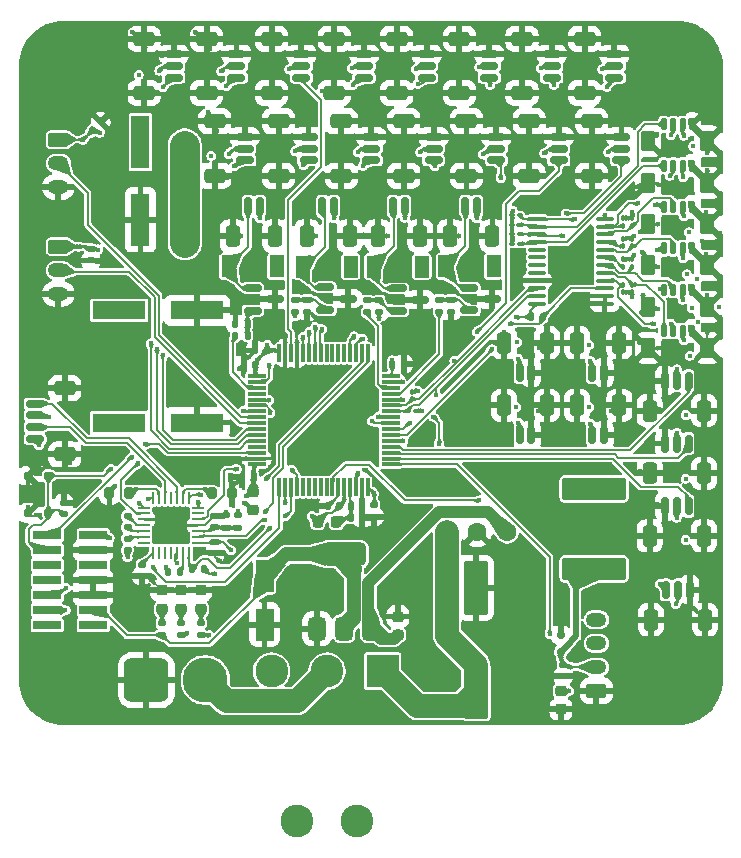
<source format=gbr>
%TF.GenerationSoftware,KiCad,Pcbnew,9.0.7*%
%TF.CreationDate,2026-02-05T13:38:49+01:00*%
%TF.ProjectId,PCB_Aquarium_v2,5043425f-4171-4756-9172-69756d5f7632,rev?*%
%TF.SameCoordinates,Original*%
%TF.FileFunction,Copper,L1,Top*%
%TF.FilePolarity,Positive*%
%FSLAX46Y46*%
G04 Gerber Fmt 4.6, Leading zero omitted, Abs format (unit mm)*
G04 Created by KiCad (PCBNEW 9.0.7) date 2026-02-05 13:38:49*
%MOMM*%
%LPD*%
G01*
G04 APERTURE LIST*
G04 Aperture macros list*
%AMRoundRect*
0 Rectangle with rounded corners*
0 $1 Rounding radius*
0 $2 $3 $4 $5 $6 $7 $8 $9 X,Y pos of 4 corners*
0 Add a 4 corners polygon primitive as box body*
4,1,4,$2,$3,$4,$5,$6,$7,$8,$9,$2,$3,0*
0 Add four circle primitives for the rounded corners*
1,1,$1+$1,$2,$3*
1,1,$1+$1,$4,$5*
1,1,$1+$1,$6,$7*
1,1,$1+$1,$8,$9*
0 Add four rect primitives between the rounded corners*
20,1,$1+$1,$2,$3,$4,$5,0*
20,1,$1+$1,$4,$5,$6,$7,0*
20,1,$1+$1,$6,$7,$8,$9,0*
20,1,$1+$1,$8,$9,$2,$3,0*%
G04 Aperture macros list end*
%TA.AperFunction,SMDPad,CuDef*%
%ADD10RoundRect,0.100000X0.130000X0.100000X-0.130000X0.100000X-0.130000X-0.100000X0.130000X-0.100000X0*%
%TD*%
%TA.AperFunction,SMDPad,CuDef*%
%ADD11RoundRect,0.100000X-0.100000X0.130000X-0.100000X-0.130000X0.100000X-0.130000X0.100000X0.130000X0*%
%TD*%
%TA.AperFunction,SMDPad,CuDef*%
%ADD12RoundRect,0.100000X-0.130000X-0.100000X0.130000X-0.100000X0.130000X0.100000X-0.130000X0.100000X0*%
%TD*%
%TA.AperFunction,SMDPad,CuDef*%
%ADD13RoundRect,0.100000X0.100000X-0.130000X0.100000X0.130000X-0.100000X0.130000X-0.100000X-0.130000X0*%
%TD*%
%TA.AperFunction,ComponentPad*%
%ADD14C,2.775000*%
%TD*%
%TA.AperFunction,ComponentPad*%
%ADD15R,2.775000X2.775000*%
%TD*%
%TA.AperFunction,SMDPad,CuDef*%
%ADD16RoundRect,0.075000X-0.075000X-0.700000X0.075000X-0.700000X0.075000X0.700000X-0.075000X0.700000X0*%
%TD*%
%TA.AperFunction,SMDPad,CuDef*%
%ADD17RoundRect,0.075000X-0.700000X-0.075000X0.700000X-0.075000X0.700000X0.075000X-0.700000X0.075000X0*%
%TD*%
%TA.AperFunction,HeatsinkPad*%
%ADD18R,2.700000X2.700000*%
%TD*%
%TA.AperFunction,SMDPad,CuDef*%
%ADD19RoundRect,0.062500X-0.062500X-0.475000X0.062500X-0.475000X0.062500X0.475000X-0.062500X0.475000X0*%
%TD*%
%TA.AperFunction,SMDPad,CuDef*%
%ADD20RoundRect,0.062500X-0.475000X-0.062500X0.475000X-0.062500X0.475000X0.062500X-0.475000X0.062500X0*%
%TD*%
%TA.AperFunction,SMDPad,CuDef*%
%ADD21RoundRect,0.075000X0.175000X-0.425000X0.175000X0.425000X-0.175000X0.425000X-0.175000X-0.425000X0*%
%TD*%
%TA.AperFunction,SMDPad,CuDef*%
%ADD22RoundRect,0.180000X0.420000X-0.670000X0.420000X0.670000X-0.420000X0.670000X-0.420000X-0.670000X0*%
%TD*%
%TA.AperFunction,SMDPad,CuDef*%
%ADD23RoundRect,0.186000X0.434000X0.759000X-0.434000X0.759000X-0.434000X-0.759000X0.434000X-0.759000X0*%
%TD*%
%TA.AperFunction,SMDPad,CuDef*%
%ADD24RoundRect,0.140000X0.140000X0.170000X-0.140000X0.170000X-0.140000X-0.170000X0.140000X-0.170000X0*%
%TD*%
%TA.AperFunction,SMDPad,CuDef*%
%ADD25RoundRect,0.140000X0.170000X-0.140000X0.170000X0.140000X-0.170000X0.140000X-0.170000X-0.140000X0*%
%TD*%
%TA.AperFunction,SMDPad,CuDef*%
%ADD26RoundRect,0.150000X0.625000X-0.150000X0.625000X0.150000X-0.625000X0.150000X-0.625000X-0.150000X0*%
%TD*%
%TA.AperFunction,SMDPad,CuDef*%
%ADD27RoundRect,0.250000X0.650000X-0.350000X0.650000X0.350000X-0.650000X0.350000X-0.650000X-0.350000X0*%
%TD*%
%TA.AperFunction,SMDPad,CuDef*%
%ADD28RoundRect,0.135000X0.135000X0.185000X-0.135000X0.185000X-0.135000X-0.185000X0.135000X-0.185000X0*%
%TD*%
%TA.AperFunction,SMDPad,CuDef*%
%ADD29RoundRect,0.135000X-0.185000X0.135000X-0.185000X-0.135000X0.185000X-0.135000X0.185000X0.135000X0*%
%TD*%
%TA.AperFunction,ComponentPad*%
%ADD30RoundRect,0.760000X-1.140000X-1.140000X1.140000X-1.140000X1.140000X1.140000X-1.140000X1.140000X0*%
%TD*%
%TA.AperFunction,ComponentPad*%
%ADD31C,3.800000*%
%TD*%
%TA.AperFunction,SMDPad,CuDef*%
%ADD32R,1.600000X4.500000*%
%TD*%
%TA.AperFunction,SMDPad,CuDef*%
%ADD33RoundRect,0.250001X0.799999X-2.049999X0.799999X2.049999X-0.799999X2.049999X-0.799999X-2.049999X0*%
%TD*%
%TA.AperFunction,SMDPad,CuDef*%
%ADD34RoundRect,0.150000X-0.150000X-0.625000X0.150000X-0.625000X0.150000X0.625000X-0.150000X0.625000X0*%
%TD*%
%TA.AperFunction,SMDPad,CuDef*%
%ADD35RoundRect,0.250000X-0.350000X-0.650000X0.350000X-0.650000X0.350000X0.650000X-0.350000X0.650000X0*%
%TD*%
%TA.AperFunction,SMDPad,CuDef*%
%ADD36R,4.500000X1.600000*%
%TD*%
%TA.AperFunction,SMDPad,CuDef*%
%ADD37RoundRect,0.218750X-0.256250X0.218750X-0.256250X-0.218750X0.256250X-0.218750X0.256250X0.218750X0*%
%TD*%
%TA.AperFunction,SMDPad,CuDef*%
%ADD38RoundRect,0.135000X-0.135000X-0.185000X0.135000X-0.185000X0.135000X0.185000X-0.135000X0.185000X0*%
%TD*%
%TA.AperFunction,SMDPad,CuDef*%
%ADD39RoundRect,0.200000X-0.200000X-0.275000X0.200000X-0.275000X0.200000X0.275000X-0.200000X0.275000X0*%
%TD*%
%TA.AperFunction,SMDPad,CuDef*%
%ADD40RoundRect,0.090000X-0.210000X0.235000X-0.210000X-0.235000X0.210000X-0.235000X0.210000X0.235000X0*%
%TD*%
%TA.AperFunction,SMDPad,CuDef*%
%ADD41RoundRect,0.052500X-0.297500X0.122500X-0.297500X-0.122500X0.297500X-0.122500X0.297500X0.122500X0*%
%TD*%
%TA.AperFunction,SMDPad,CuDef*%
%ADD42RoundRect,0.150000X0.200000X-0.150000X0.200000X0.150000X-0.200000X0.150000X-0.200000X-0.150000X0*%
%TD*%
%TA.AperFunction,SMDPad,CuDef*%
%ADD43RoundRect,0.218750X-0.218750X-0.256250X0.218750X-0.256250X0.218750X0.256250X-0.218750X0.256250X0*%
%TD*%
%TA.AperFunction,SMDPad,CuDef*%
%ADD44RoundRect,0.140000X-0.140000X-0.170000X0.140000X-0.170000X0.140000X0.170000X-0.140000X0.170000X0*%
%TD*%
%TA.AperFunction,ComponentPad*%
%ADD45C,0.800000*%
%TD*%
%TA.AperFunction,ComponentPad*%
%ADD46C,6.400000*%
%TD*%
%TA.AperFunction,SMDPad,CuDef*%
%ADD47RoundRect,0.150000X0.150000X0.625000X-0.150000X0.625000X-0.150000X-0.625000X0.150000X-0.625000X0*%
%TD*%
%TA.AperFunction,SMDPad,CuDef*%
%ADD48RoundRect,0.250000X0.350000X0.650000X-0.350000X0.650000X-0.350000X-0.650000X0.350000X-0.650000X0*%
%TD*%
%TA.AperFunction,SMDPad,CuDef*%
%ADD49RoundRect,0.135000X0.185000X-0.135000X0.185000X0.135000X-0.185000X0.135000X-0.185000X-0.135000X0*%
%TD*%
%TA.AperFunction,SMDPad,CuDef*%
%ADD50RoundRect,0.375000X0.375000X-0.625000X0.375000X0.625000X-0.375000X0.625000X-0.375000X-0.625000X0*%
%TD*%
%TA.AperFunction,SMDPad,CuDef*%
%ADD51RoundRect,0.500000X1.400000X-0.500000X1.400000X0.500000X-1.400000X0.500000X-1.400000X-0.500000X0*%
%TD*%
%TA.AperFunction,ComponentPad*%
%ADD52RoundRect,0.250000X-0.625000X0.350000X-0.625000X-0.350000X0.625000X-0.350000X0.625000X0.350000X0*%
%TD*%
%TA.AperFunction,ComponentPad*%
%ADD53O,1.750000X1.200000*%
%TD*%
%TA.AperFunction,SMDPad,CuDef*%
%ADD54RoundRect,0.150000X-0.587500X-0.150000X0.587500X-0.150000X0.587500X0.150000X-0.587500X0.150000X0*%
%TD*%
%TA.AperFunction,SMDPad,CuDef*%
%ADD55RoundRect,0.140000X-0.170000X0.140000X-0.170000X-0.140000X0.170000X-0.140000X0.170000X0.140000X0*%
%TD*%
%TA.AperFunction,SMDPad,CuDef*%
%ADD56RoundRect,0.250000X-0.550000X1.137500X-0.550000X-1.137500X0.550000X-1.137500X0.550000X1.137500X0*%
%TD*%
%TA.AperFunction,SMDPad,CuDef*%
%ADD57RoundRect,0.250000X2.475000X-0.712500X2.475000X0.712500X-2.475000X0.712500X-2.475000X-0.712500X0*%
%TD*%
%TA.AperFunction,SMDPad,CuDef*%
%ADD58RoundRect,0.200000X0.200000X0.275000X-0.200000X0.275000X-0.200000X-0.275000X0.200000X-0.275000X0*%
%TD*%
%TA.AperFunction,SMDPad,CuDef*%
%ADD59RoundRect,0.140000X0.021213X-0.219203X0.219203X-0.021213X-0.021213X0.219203X-0.219203X0.021213X0*%
%TD*%
%TA.AperFunction,ComponentPad*%
%ADD60C,1.600000*%
%TD*%
%TA.AperFunction,SMDPad,CuDef*%
%ADD61RoundRect,0.100000X0.637500X0.100000X-0.637500X0.100000X-0.637500X-0.100000X0.637500X-0.100000X0*%
%TD*%
%TA.AperFunction,SMDPad,CuDef*%
%ADD62R,2.400000X0.740000*%
%TD*%
%TA.AperFunction,SMDPad,CuDef*%
%ADD63RoundRect,0.225000X-0.250000X0.225000X-0.250000X-0.225000X0.250000X-0.225000X0.250000X0.225000X0*%
%TD*%
%TA.AperFunction,SMDPad,CuDef*%
%ADD64RoundRect,0.225000X0.250000X-0.225000X0.250000X0.225000X-0.250000X0.225000X-0.250000X-0.225000X0*%
%TD*%
%TA.AperFunction,ComponentPad*%
%ADD65RoundRect,0.250000X0.625000X-0.350000X0.625000X0.350000X-0.625000X0.350000X-0.625000X-0.350000X0*%
%TD*%
%TA.AperFunction,SMDPad,CuDef*%
%ADD66RoundRect,0.150000X-0.625000X0.150000X-0.625000X-0.150000X0.625000X-0.150000X0.625000X0.150000X0*%
%TD*%
%TA.AperFunction,SMDPad,CuDef*%
%ADD67RoundRect,0.250000X-0.650000X0.350000X-0.650000X-0.350000X0.650000X-0.350000X0.650000X0.350000X0*%
%TD*%
%TA.AperFunction,ViaPad*%
%ADD68C,0.450000*%
%TD*%
%TA.AperFunction,ViaPad*%
%ADD69C,0.900000*%
%TD*%
%TA.AperFunction,Conductor*%
%ADD70C,0.200000*%
%TD*%
%TA.AperFunction,Conductor*%
%ADD71C,1.200000*%
%TD*%
%TA.AperFunction,Conductor*%
%ADD72C,2.500000*%
%TD*%
%TA.AperFunction,Conductor*%
%ADD73C,1.000000*%
%TD*%
%TA.AperFunction,Conductor*%
%ADD74C,0.500000*%
%TD*%
%TA.AperFunction,Conductor*%
%ADD75C,2.000000*%
%TD*%
G04 APERTURE END LIST*
D10*
%TO.P,R101,2*%
%TO.N,Screen_SDA*%
X183180000Y-93200000D03*
%TO.P,R101,1*%
%TO.N,+5V*%
X183820000Y-93200000D03*
%TD*%
D11*
%TO.P,R102,2*%
%TO.N,Screen_SCL*%
X183500000Y-92220000D03*
%TO.P,R102,1*%
%TO.N,+5V*%
X183500000Y-91580000D03*
%TD*%
D12*
%TO.P,R602,2*%
%TO.N,SD5*%
X192607500Y-78250000D03*
%TO.P,R602,1*%
%TO.N,+5V*%
X191967500Y-78250000D03*
%TD*%
D13*
%TO.P,R603,2*%
%TO.N,SD0*%
X201350000Y-82530000D03*
%TO.P,R603,1*%
%TO.N,+5V*%
X201350000Y-83170000D03*
%TD*%
D11*
%TO.P,R604,2*%
%TO.N,SD1*%
X202150000Y-81020000D03*
%TO.P,R604,1*%
%TO.N,+5V*%
X202150000Y-80380000D03*
%TD*%
%TO.P,R605,2*%
%TO.N,SD2*%
X202150000Y-79270000D03*
%TO.P,R605,1*%
%TO.N,+5V*%
X202150000Y-78630000D03*
%TD*%
%TO.P,R606,2*%
%TO.N,SD3*%
X202150000Y-77520000D03*
%TO.P,R606,1*%
%TO.N,+5V*%
X202150000Y-76880000D03*
%TD*%
D12*
%TO.P,R607,2*%
%TO.N,SD4*%
X192620000Y-76650000D03*
%TO.P,R607,1*%
%TO.N,+5V*%
X191980000Y-76650000D03*
%TD*%
%TO.P,R608,2*%
%TO.N,SC5*%
X192620000Y-79050000D03*
%TO.P,R608,1*%
%TO.N,+5V*%
X191980000Y-79050000D03*
%TD*%
D13*
%TO.P,R609,2*%
%TO.N,SC0*%
X202150000Y-82530000D03*
%TO.P,R609,1*%
%TO.N,+5V*%
X202150000Y-83170000D03*
%TD*%
D11*
%TO.P,R610,2*%
%TO.N,SC1*%
X201350000Y-81020000D03*
%TO.P,R610,1*%
%TO.N,+5V*%
X201350000Y-80380000D03*
%TD*%
%TO.P,R611,2*%
%TO.N,SC2*%
X201350000Y-79270000D03*
%TO.P,R611,1*%
%TO.N,+5V*%
X201350000Y-78630000D03*
%TD*%
%TO.P,R612,2*%
%TO.N,SC3*%
X201350000Y-77520000D03*
%TO.P,R612,1*%
%TO.N,+5V*%
X201350000Y-76880000D03*
%TD*%
D12*
%TO.P,R613,2*%
%TO.N,SC4*%
X192570000Y-77450000D03*
%TO.P,R613,1*%
%TO.N,+5V*%
X191930000Y-77450000D03*
%TD*%
D14*
%TO.P,SW102,G2*%
%TO.N,N/C*%
X173760250Y-127950000D03*
%TO.P,SW102,G1*%
X178840250Y-127950000D03*
%TO.P,SW102,3,C*%
%TO.N,unconnected-(SW102-C-Pad3)*%
X171600250Y-115250000D03*
%TO.P,SW102,2,B*%
%TO.N,Net-(J103-Pin_2)*%
X176300250Y-115250000D03*
D15*
%TO.P,SW102,1,A*%
%TO.N,+12V*%
X181000250Y-115250000D03*
%TD*%
D16*
%TO.P,U101,64,VDD*%
%TO.N,+3.3V*%
X172250000Y-88325000D03*
%TO.P,U101,63,VSS*%
%TO.N,GND*%
X172750000Y-88325000D03*
%TO.P,U101,62,PB9*%
%TO.N,Reverse_PWM_2*%
X173250000Y-88325000D03*
%TO.P,U101,61,PB8*%
%TO.N,GND*%
X173750000Y-88325000D03*
%TO.P,U101,60,PB7*%
%TO.N,GEAR_PWM_6*%
X174250000Y-88325000D03*
%TO.P,U101,59,PB6*%
%TO.N,Reverse_PWM_3*%
X174750000Y-88325000D03*
%TO.P,U101,58,PB5*%
%TO.N,GEAR_PWM_3*%
X175250000Y-88325000D03*
%TO.P,U101,57,PB4*%
%TO.N,Reverse_PWM_1*%
X175750000Y-88325000D03*
%TO.P,U101,56,PB3*%
%TO.N,unconnected-(U101-PB3-Pad56)*%
X176250000Y-88325000D03*
%TO.P,U101,55,PD2*%
%TO.N,unconnected-(U101-PD2-Pad55)*%
X176750000Y-88325000D03*
%TO.P,U101,54,PC12*%
%TO.N,unconnected-(U101-PC12-Pad54)*%
X177250000Y-88325000D03*
%TO.P,U101,53,PC11*%
%TO.N,unconnected-(U101-PC11-Pad53)*%
X177750000Y-88325000D03*
%TO.P,U101,52,PC10*%
%TO.N,GEAR_PWM_1*%
X178250000Y-88325000D03*
%TO.P,U101,51,PA15*%
%TO.N,hatchway_PWM_1*%
X178750000Y-88325000D03*
%TO.P,U101,50,PA14*%
%TO.N,SWCLK*%
X179250000Y-88325000D03*
%TO.P,U101,49,PA13*%
%TO.N,SWDIO*%
X179750000Y-88325000D03*
D17*
%TO.P,U101,48,VDD*%
%TO.N,+3.3V*%
X181675000Y-90250000D03*
%TO.P,U101,47,VSS*%
%TO.N,GND*%
X181675000Y-90750000D03*
%TO.P,U101,46,PA12*%
%TO.N,GPIO_Pump_2*%
X181675000Y-91250000D03*
%TO.P,U101,45,PA11*%
%TO.N,GPIO_Pump_1*%
X181675000Y-91750000D03*
%TO.P,U101,44,PA10*%
%TO.N,Screen_RESET*%
X181675000Y-92250000D03*
%TO.P,U101,43,PA9*%
%TO.N,Screen_SCL*%
X181675000Y-92750000D03*
%TO.P,U101,42,PA8*%
%TO.N,Screen_SDA*%
X181675000Y-93250000D03*
%TO.P,U101,41,PC9*%
%TO.N,GEAR_PWM_5*%
X181675000Y-93750000D03*
%TO.P,U101,40,PC8*%
%TO.N,hatchway_PWM_3*%
X181675000Y-94250000D03*
%TO.P,U101,39,PC7*%
%TO.N,GEAR_PWM_2*%
X181675000Y-94750000D03*
%TO.P,U101,38,PC6*%
%TO.N,hatchway_PWM_2*%
X181675000Y-95250000D03*
%TO.P,U101,37,PB15*%
%TO.N,GEAR_PWM_4*%
X181675000Y-95750000D03*
%TO.P,U101,36,PB14*%
%TO.N,Water_int_3*%
X181675000Y-96250000D03*
%TO.P,U101,35,PB13*%
%TO.N,Water_int_2*%
X181675000Y-96750000D03*
%TO.P,U101,34,PB12*%
%TO.N,Water_int_1*%
X181675000Y-97250000D03*
%TO.P,U101,33,PB11*%
%TO.N,UART_Pi_Zero_RX*%
X181675000Y-97750000D03*
D16*
%TO.P,U101,32,VDD*%
%TO.N,+3.3V*%
X179750000Y-99675000D03*
%TO.P,U101,31,VSS*%
%TO.N,GND*%
X179250000Y-99675000D03*
%TO.P,U101,30,PB10*%
%TO.N,UART_Pi_Zero_TX*%
X178750000Y-99675000D03*
%TO.P,U101,29,VDDA*%
%TO.N,+3.3VA*%
X178250000Y-99675000D03*
%TO.P,U101,28,VREF+*%
%TO.N,+3.3V*%
X177750000Y-99675000D03*
%TO.P,U101,27,VSSA*%
%TO.N,GND*%
X177250000Y-99675000D03*
%TO.P,U101,26,PB2*%
%TO.N,Output*%
X176750000Y-99675000D03*
%TO.P,U101,25,PB1*%
%TO.N,unconnected-(U101-PB1-Pad25)*%
X176250000Y-99675000D03*
%TO.P,U101,24,PB0*%
%TO.N,unconnected-(U101-PB0-Pad24)*%
X175750000Y-99675000D03*
%TO.P,U101,23,PC5*%
%TO.N,unconnected-(U101-PC5-Pad23)*%
X175250000Y-99675000D03*
%TO.P,U101,22,PC4*%
%TO.N,unconnected-(U101-PC4-Pad22)*%
X174750000Y-99675000D03*
%TO.P,U101,21,PA7*%
%TO.N,unconnected-(U101-PA7-Pad21)*%
X174250000Y-99675000D03*
%TO.P,U101,20,PA6*%
%TO.N,heater_RESET*%
X173750000Y-99675000D03*
%TO.P,U101,19,PA5*%
%TO.N,heater_SLEEP*%
X173250000Y-99675000D03*
%TO.P,U101,18,PA4*%
%TO.N,heater_STEP*%
X172750000Y-99675000D03*
%TO.P,U101,17,PA3*%
%TO.N,UART_DEBUG_RX*%
X172250000Y-99675000D03*
D17*
%TO.P,U101,16,VDD*%
%TO.N,+3.3V*%
X170325000Y-97750000D03*
%TO.P,U101,15,VSS*%
%TO.N,GND*%
X170325000Y-97250000D03*
%TO.P,U101,14,PA2*%
%TO.N,UART_DEBUG_TX*%
X170325000Y-96750000D03*
%TO.P,U101,13,PA1*%
%TO.N,unconnected-(U101-PA1-Pad13)*%
X170325000Y-96250000D03*
%TO.P,U101,12,PA0*%
%TO.N,food_PWM_1*%
X170325000Y-95750000D03*
%TO.P,U101,11,PC3*%
%TO.N,food_PWM_2*%
X170325000Y-95250000D03*
%TO.P,U101,10,PC2*%
%TO.N,food_PWM_3*%
X170325000Y-94750000D03*
%TO.P,U101,9,PC1*%
%TO.N,LED_interne_PWM*%
X170325000Y-94250000D03*
%TO.P,U101,8,PC0*%
%TO.N,LED_externe_PWM*%
X170325000Y-93750000D03*
%TO.P,U101,7,PG10*%
%TO.N,NRST*%
X170325000Y-93250000D03*
%TO.P,U101,6,PF1*%
%TO.N,heater_DIR*%
X170325000Y-92750000D03*
%TO.P,U101,5,PF0*%
%TO.N,heater_EN*%
X170325000Y-92250000D03*
%TO.P,U101,4,PC15*%
%TO.N,unconnected-(U101-PC15-Pad4)*%
X170325000Y-91750000D03*
%TO.P,U101,3,PC14*%
%TO.N,GPIO_Pump_3*%
X170325000Y-91250000D03*
%TO.P,U101,2,PC13*%
%TO.N,GPIO_Pump_4*%
X170325000Y-90750000D03*
%TO.P,U101,1,VBAT*%
%TO.N,+3.3V*%
X170325000Y-90250000D03*
%TD*%
D18*
%TO.P,U801,29,PAD*%
%TO.N,GND*%
X163087500Y-102900000D03*
D19*
%TO.P,U801,28,VBB2*%
%TO.N,+12V*%
X161587500Y-100587500D03*
%TO.P,U801,27,SENSE2*%
%TO.N,Net-(U801-SENSE2)*%
X162087500Y-100587500D03*
%TO.P,U801,26,OUT2A*%
%TO.N,OUT2A*%
X162587500Y-100587500D03*
%TO.P,U801,25,NC*%
%TO.N,unconnected-(U801-NC-Pad25)*%
X163087500Y-100587500D03*
%TO.P,U801,24,OUT1A*%
%TO.N,OUT1A*%
X163587500Y-100587500D03*
%TO.P,U801,23,SENSE1*%
%TO.N,Net-(U801-SENSE1)*%
X164087500Y-100587500D03*
%TO.P,U801,22,VBB1*%
%TO.N,+12V*%
X164587500Y-100587500D03*
D20*
%TO.P,U801,21,OUT1B*%
%TO.N,OUT1B*%
X165400000Y-101400000D03*
%TO.P,U801,20,NC*%
%TO.N,unconnected-(U801-NC-Pad20)*%
X165400000Y-101900000D03*
%TO.P,U801,19,DIR*%
%TO.N,heater_DIR*%
X165400000Y-102400000D03*
%TO.P,U801,18,GND*%
%TO.N,GND*%
X165400000Y-102900000D03*
%TO.P,U801,17,REF*%
%TO.N,VREF*%
X165400000Y-103400000D03*
%TO.P,U801,16,STEP*%
%TO.N,heater_STEP*%
X165400000Y-103900000D03*
%TO.P,U801,15,VDD*%
%TO.N,+5V*%
X165400000Y-104400000D03*
D19*
%TO.P,U801,14,SLEEP*%
%TO.N,heater_SLEEP*%
X164587500Y-105212500D03*
%TO.P,U801,13,ROSC*%
%TO.N,Net-(U801-ROSC)*%
X164087500Y-105212500D03*
%TO.P,U801,12,RESET*%
%TO.N,heater_RESET*%
X163587500Y-105212500D03*
%TO.P,U801,11,MS3*%
%TO.N,unconnected-(U801-MS3-Pad11)*%
X163087500Y-105212500D03*
%TO.P,U801,10,MS2*%
%TO.N,unconnected-(U801-MS2-Pad10)*%
X162587500Y-105212500D03*
%TO.P,U801,9,MS1*%
%TO.N,unconnected-(U801-MS1-Pad9)*%
X162087500Y-105212500D03*
%TO.P,U801,8,VREG*%
%TO.N,Net-(U801-VREG)*%
X161587500Y-105212500D03*
D20*
%TO.P,U801,7,NC*%
%TO.N,unconnected-(U801-NC-Pad7)*%
X160775000Y-104400000D03*
%TO.P,U801,6,VCP*%
%TO.N,Net-(U801-VCP)*%
X160775000Y-103900000D03*
%TO.P,U801,5,CP2*%
%TO.N,Net-(U801-CP2)*%
X160775000Y-103400000D03*
%TO.P,U801,4,CP1*%
%TO.N,Net-(U801-CP1)*%
X160775000Y-102900000D03*
%TO.P,U801,3,GND*%
%TO.N,GND*%
X160775000Y-102400000D03*
%TO.P,U801,2,EN*%
%TO.N,heater_EN*%
X160775000Y-101900000D03*
%TO.P,U801,1,OUT2B*%
%TO.N,OUT2B*%
X160775000Y-101400000D03*
%TD*%
D21*
%TO.P,J605,1*%
%TO.N,SC2*%
X204800000Y-79450000D03*
%TO.P,J605,2*%
%TO.N,SD2*%
X205600000Y-79450000D03*
%TO.P,J605,3*%
%TO.N,+5V*%
X206400000Y-79450000D03*
%TO.P,J605,4*%
%TO.N,GND*%
X207200000Y-79450000D03*
D22*
%TO.P,J605,5,GND*%
X203500001Y-80900000D03*
%TO.P,J605,6,GND*%
X208499999Y-80900000D03*
%TD*%
D23*
%TO.P,D702,1,K*%
%TO.N,+12V*%
X184318605Y-81000000D03*
%TO.P,D702,2,A*%
%TO.N,Net-(D702-A)*%
X180238606Y-81000000D03*
%TD*%
D24*
%TO.P,C111,1*%
%TO.N,+3.3V*%
X170080000Y-98800000D03*
%TO.P,C111,2*%
%TO.N,GND*%
X169120000Y-98800000D03*
%TD*%
D25*
%TO.P,C107,1*%
%TO.N,NRST*%
X154000000Y-101980000D03*
%TO.P,C107,2*%
%TO.N,GND*%
X154000000Y-101020000D03*
%TD*%
D26*
%TO.P,J904,1*%
%TO.N,GEAR_PWM_5*%
X190625000Y-72000000D03*
%TO.P,J904,2*%
%TO.N,+3.3V*%
X190624999Y-71000000D03*
%TO.P,J904,3*%
%TO.N,GND*%
X190625000Y-70000000D03*
D27*
%TO.P,J904,MP,GND*%
X188099999Y-73300000D03*
X188099999Y-68700000D03*
%TD*%
D24*
%TO.P,C108,1*%
%TO.N,+3.3V*%
X177330000Y-101300000D03*
%TO.P,C108,2*%
%TO.N,GND*%
X176370000Y-101300000D03*
%TD*%
D28*
%TO.P,R801,1*%
%TO.N,+5V*%
X165909999Y-106600000D03*
%TO.P,R801,2*%
%TO.N,heater_SLEEP*%
X164890001Y-106600000D03*
%TD*%
D29*
%TO.P,R702,1*%
%TO.N,Net-(Q701-G)*%
X186800000Y-83790001D03*
%TO.P,R702,2*%
%TO.N,GND*%
X186800000Y-84809999D03*
%TD*%
%TO.P,R708,1*%
%TO.N,Net-(Q704-G)*%
X174600000Y-83790001D03*
%TO.P,R708,2*%
%TO.N,GND*%
X174600000Y-84809999D03*
%TD*%
D30*
%TO.P,J103,1,Pin_1*%
%TO.N,GND*%
X161000000Y-116000000D03*
D31*
%TO.P,J103,2,Pin_2*%
%TO.N,Net-(J103-Pin_2)*%
X166000000Y-116000000D03*
%TD*%
D32*
%TO.P,C810,1,1*%
%TO.N,+5V*%
X160500000Y-70450001D03*
%TO.P,C810,2,2*%
%TO.N,GND*%
X160500000Y-77049999D03*
%TD*%
D33*
%TO.P,C303,1*%
%TO.N,+12V*%
X188900000Y-117000000D03*
%TO.P,C303,2*%
%TO.N,GND*%
X188900000Y-108200000D03*
%TD*%
D34*
%TO.P,J203,1*%
%TO.N,+12V*%
X192600000Y-89975000D03*
%TO.P,J203,2*%
%TO.N,GND*%
X193600000Y-89975000D03*
D35*
%TO.P,J203,MP,GND*%
X191300000Y-87450000D03*
X194900000Y-87450000D03*
%TD*%
D36*
%TO.P,C805,1,1*%
%TO.N,+12V*%
X158700000Y-94200000D03*
%TO.P,C805,2,2*%
%TO.N,GND*%
X165300000Y-94200000D03*
%TD*%
D29*
%TO.P,R704,1*%
%TO.N,Net-(Q702-G)*%
X180700000Y-83835714D03*
%TO.P,R704,2*%
%TO.N,GND*%
X180700000Y-84855712D03*
%TD*%
%TO.P,R803,1*%
%TO.N,GND*%
X167750000Y-102070001D03*
%TO.P,R803,2*%
%TO.N,VREF*%
X167750000Y-103089999D03*
%TD*%
D37*
%TO.P,D303,1,K*%
%TO.N,GND*%
X162300000Y-108412499D03*
%TO.P,D303,2,A*%
%TO.N,Net-(D303-A)*%
X162300000Y-109987501D03*
%TD*%
D26*
%TO.P,J901,1*%
%TO.N,Reverse_PWM_2*%
X174125000Y-65000000D03*
%TO.P,J901,2*%
%TO.N,+3.3V*%
X174124999Y-64000000D03*
%TO.P,J901,3*%
%TO.N,GND*%
X174125000Y-63000000D03*
D27*
%TO.P,J901,MP,GND*%
X171599999Y-66300000D03*
X171599999Y-61700000D03*
%TD*%
D38*
%TO.P,R804,1*%
%TO.N,GND*%
X162840000Y-106850000D03*
%TO.P,R804,2*%
%TO.N,Net-(U801-ROSC)*%
X163860000Y-106850000D03*
%TD*%
D39*
%TO.P,R805,1*%
%TO.N,Net-(U801-SENSE1)*%
X166575000Y-100200000D03*
%TO.P,R805,2*%
%TO.N,GND*%
X168225000Y-100200000D03*
%TD*%
D40*
%TO.P,SW101,1*%
%TO.N,NRST*%
X152700000Y-98700000D03*
%TO.P,SW101,2*%
X152700000Y-101849999D03*
%TO.P,SW101,3*%
%TO.N,GND*%
X150999999Y-98700000D03*
%TO.P,SW101,4*%
X151000000Y-101850000D03*
D41*
%TO.P,SW101,5*%
X151850000Y-98550000D03*
%TO.P,SW101,6,GND*%
X151850000Y-102000000D03*
%TD*%
D26*
%TO.P,J910,1*%
%TO.N,hatchway_PWM_2*%
X200625000Y-65000000D03*
%TO.P,J910,2*%
%TO.N,+3.3V*%
X200624999Y-64000000D03*
%TO.P,J910,3*%
%TO.N,GND*%
X200625000Y-63000000D03*
D27*
%TO.P,J910,MP,GND*%
X198099999Y-66300000D03*
X198099999Y-61700000D03*
%TD*%
D42*
%TO.P,D101,1,A1*%
%TO.N,GND*%
X196100000Y-112200000D03*
%TO.P,D101,2,A2*%
%TO.N,/5V_Rpi*%
X196100000Y-113600000D03*
%TD*%
D21*
%TO.P,J602,1*%
%TO.N,SC3*%
X204800000Y-75950000D03*
%TO.P,J602,2*%
%TO.N,SD3*%
X205600000Y-75950000D03*
%TO.P,J602,3*%
%TO.N,+5V*%
X206400000Y-75950000D03*
%TO.P,J602,4*%
%TO.N,GND*%
X207200000Y-75950000D03*
D22*
%TO.P,J602,5,GND*%
X203500001Y-77400000D03*
%TO.P,J602,6,GND*%
X208499999Y-77400000D03*
%TD*%
D23*
%TO.P,D703,1,K*%
%TO.N,+12V*%
X172046175Y-80975198D03*
%TO.P,D703,2,A*%
%TO.N,Net-(D703-A)*%
X167966176Y-80975198D03*
%TD*%
D43*
%TO.P,L101,1*%
%TO.N,+3.3V*%
X175512499Y-102600000D03*
%TO.P,L101,2*%
%TO.N,+3.3VA*%
X177087501Y-102600000D03*
%TD*%
D44*
%TO.P,C105,1*%
%TO.N,+3.3V*%
X181820000Y-89250000D03*
%TO.P,C105,2*%
%TO.N,GND*%
X182780000Y-89250000D03*
%TD*%
D45*
%TO.P,H103,1,1*%
%TO.N,GND*%
X203600000Y-116000000D03*
X204302944Y-114302944D03*
X204302944Y-117697056D03*
X206000000Y-113600000D03*
D46*
X206000000Y-116000000D03*
D45*
X206000000Y-118400000D03*
X207697056Y-114302944D03*
X207697056Y-117697056D03*
X208400000Y-116000000D03*
%TD*%
D24*
%TO.P,C113,1*%
%TO.N,GND*%
X179280000Y-102300000D03*
%TO.P,C113,2*%
%TO.N,+3.3VA*%
X178320000Y-102300000D03*
%TD*%
D26*
%TO.P,J905,1*%
%TO.N,GEAR_PWM_6*%
X174725000Y-72000000D03*
%TO.P,J905,2*%
%TO.N,+3.3V*%
X174724999Y-71000000D03*
%TO.P,J905,3*%
%TO.N,GND*%
X174725000Y-70000000D03*
D27*
%TO.P,J905,MP,GND*%
X172199999Y-73300000D03*
X172199999Y-68700000D03*
%TD*%
D47*
%TO.P,J403,1*%
%TO.N,Water_int_3*%
X206900000Y-90675000D03*
%TO.P,J403,2*%
%TO.N,+5V*%
X205900000Y-90675001D03*
%TO.P,J403,3*%
%TO.N,GND*%
X204900000Y-90675000D03*
D48*
%TO.P,J403,MP,GND*%
X208200000Y-93200001D03*
X203600000Y-93200001D03*
%TD*%
D29*
%TO.P,R703,1*%
%TO.N,Net-(Q702-G)*%
X179699999Y-83835714D03*
%TO.P,R703,2*%
%TO.N,GPIO_Pump_2*%
X179699999Y-84855712D03*
%TD*%
D47*
%TO.P,J101,1*%
%TO.N,GND*%
X207000000Y-108375000D03*
%TO.P,J101,2*%
%TO.N,+5V*%
X206000000Y-108375001D03*
%TO.P,J101,3*%
%TO.N,Output*%
X205000000Y-108375000D03*
D48*
%TO.P,J101,MP,GND*%
%TO.N,GND*%
X208300000Y-110900001D03*
X203700000Y-110900001D03*
%TD*%
D45*
%TO.P,H104,1,1*%
%TO.N,GND*%
X151600000Y-116000000D03*
X152302944Y-114302944D03*
X152302944Y-117697056D03*
X154000000Y-113600000D03*
D46*
X154000000Y-116000000D03*
D45*
X154000000Y-118400000D03*
X155697056Y-114302944D03*
X155697056Y-117697056D03*
X156400000Y-116000000D03*
%TD*%
D49*
%TO.P,R303,1*%
%TO.N,+3.3V*%
X162300000Y-112209999D03*
%TO.P,R303,2*%
%TO.N,Net-(D303-A)*%
X162300000Y-111190001D03*
%TD*%
D45*
%TO.P,H101,1,1*%
%TO.N,GND*%
X151600000Y-64000000D03*
X152302944Y-62302944D03*
X152302944Y-65697056D03*
X154000000Y-61600000D03*
D46*
X154000000Y-64000000D03*
D45*
X154000000Y-66400000D03*
X155697056Y-62302944D03*
X155697056Y-65697056D03*
X156400000Y-64000000D03*
%TD*%
D50*
%TO.P,U302,1,GND*%
%TO.N,GND*%
X175450000Y-111650000D03*
%TO.P,U302,2,VO*%
%TO.N,+3.3V*%
X177750000Y-111649999D03*
D51*
X177750000Y-105350001D03*
D50*
%TO.P,U302,3,VI*%
%TO.N,+5V*%
X180050000Y-111650000D03*
%TD*%
D26*
%TO.P,J909,1*%
%TO.N,GEAR_PWM_1*%
X185325000Y-72000000D03*
%TO.P,J909,2*%
%TO.N,+3.3V*%
X185324999Y-71000000D03*
%TO.P,J909,3*%
%TO.N,GND*%
X185325000Y-70000000D03*
D27*
%TO.P,J909,MP,GND*%
X182799999Y-73300000D03*
X182799999Y-68700000D03*
%TD*%
D25*
%TO.P,C802,1*%
%TO.N,VREF*%
X166750000Y-103060000D03*
%TO.P,C802,2*%
%TO.N,GND*%
X166750000Y-102100000D03*
%TD*%
D52*
%TO.P,J102,1,Pin_1*%
%TO.N,+5V*%
X153550000Y-79300000D03*
D53*
%TO.P,J102,2,Pin_2*%
%TO.N,LED_interne_PWM*%
X153550000Y-81300001D03*
%TO.P,J102,3,Pin_3*%
%TO.N,GND*%
X153550000Y-83300000D03*
%TD*%
D26*
%TO.P,J908,1*%
%TO.N,GEAR_PWM_3*%
X180025000Y-72000000D03*
%TO.P,J908,2*%
%TO.N,+3.3V*%
X180024999Y-71000000D03*
%TO.P,J908,3*%
%TO.N,GND*%
X180025000Y-70000000D03*
D27*
%TO.P,J908,MP,GND*%
X177499999Y-73300000D03*
X177499999Y-68700000D03*
%TD*%
D34*
%TO.P,J201,1*%
%TO.N,+12V*%
X198750000Y-89975000D03*
%TO.P,J201,2*%
%TO.N,GND*%
X199750000Y-89975000D03*
D35*
%TO.P,J201,MP,GND*%
X197450000Y-87450000D03*
X201050000Y-87450000D03*
%TD*%
D34*
%TO.P,J202,1*%
%TO.N,+12V*%
X198750000Y-95275000D03*
%TO.P,J202,2*%
%TO.N,GND*%
X199750000Y-95275000D03*
D35*
%TO.P,J202,MP,GND*%
X197450000Y-92750000D03*
X201050000Y-92750000D03*
%TD*%
D54*
%TO.P,Q704,1,D*%
%TO.N,Net-(D704-A)*%
X176162500Y-82750000D03*
%TO.P,Q704,2,G*%
%TO.N,Net-(Q704-G)*%
X176162500Y-84650000D03*
%TO.P,Q704,3,S*%
%TO.N,GND*%
X178037501Y-83700000D03*
%TD*%
D45*
%TO.P,H102,1,1*%
%TO.N,GND*%
X203600000Y-64000000D03*
X204302944Y-62302944D03*
X204302944Y-65697056D03*
X206000000Y-61600000D03*
D46*
X206000000Y-64000000D03*
D45*
X206000000Y-66400000D03*
X207697056Y-62302944D03*
X207697056Y-65697056D03*
X208400000Y-64000000D03*
%TD*%
D55*
%TO.P,C103,1*%
%TO.N,+5V*%
X156300000Y-79520000D03*
%TO.P,C103,2*%
%TO.N,GND*%
X156300000Y-80480000D03*
%TD*%
D38*
%TO.P,R601,1*%
%TO.N,+3.3V*%
X193527501Y-85250000D03*
%TO.P,R601,2*%
%TO.N,Screen_RESET*%
X194547499Y-85250000D03*
%TD*%
D26*
%TO.P,J911,1*%
%TO.N,hatchway_PWM_3*%
X195325000Y-65000000D03*
%TO.P,J911,2*%
%TO.N,+3.3V*%
X195324999Y-64000000D03*
%TO.P,J911,3*%
%TO.N,GND*%
X195325000Y-63000000D03*
D27*
%TO.P,J911,MP,GND*%
X192799999Y-66300000D03*
X192799999Y-61700000D03*
%TD*%
D54*
%TO.P,Q702,1,D*%
%TO.N,Net-(D702-A)*%
X182281105Y-82850000D03*
%TO.P,Q702,2,G*%
%TO.N,Net-(Q702-G)*%
X182281105Y-84750000D03*
%TO.P,Q702,3,S*%
%TO.N,GND*%
X184156106Y-83800000D03*
%TD*%
D56*
%TO.P,C302,1*%
%TO.N,+3.3V*%
X171000000Y-107187500D03*
%TO.P,C302,2*%
%TO.N,GND*%
X171000000Y-111312500D03*
%TD*%
D57*
%TO.P,F101,1*%
%TO.N,/5V_Rpi*%
X198900000Y-106587500D03*
%TO.P,F101,2*%
%TO.N,+5V*%
X198900000Y-99812500D03*
%TD*%
D21*
%TO.P,J603,1*%
%TO.N,SC1*%
X204800000Y-82950000D03*
%TO.P,J603,2*%
%TO.N,SD1*%
X205600000Y-82950000D03*
%TO.P,J603,3*%
%TO.N,+5V*%
X206400000Y-82950000D03*
%TO.P,J603,4*%
%TO.N,GND*%
X207200000Y-82950000D03*
D22*
%TO.P,J603,5,GND*%
X203500001Y-84400000D03*
%TO.P,J603,6,GND*%
X208499999Y-84400000D03*
%TD*%
D58*
%TO.P,R806,1*%
%TO.N,Net-(U801-SENSE2)*%
X159525000Y-100200000D03*
%TO.P,R806,2*%
%TO.N,GND*%
X157875000Y-100200000D03*
%TD*%
D26*
%TO.P,J802,1*%
%TO.N,food_PWM_2*%
X168625000Y-65000000D03*
%TO.P,J802,2*%
%TO.N,+3.3V*%
X168624999Y-64000000D03*
%TO.P,J802,3*%
%TO.N,GND*%
X168625000Y-63000000D03*
D27*
%TO.P,J802,MP,GND*%
X166099999Y-66300000D03*
X166099999Y-61700000D03*
%TD*%
D23*
%TO.P,D701,1,K*%
%TO.N,+12V*%
X190400000Y-80962296D03*
%TO.P,D701,2,A*%
%TO.N,Net-(D701-A)*%
X186320001Y-80962296D03*
%TD*%
D47*
%TO.P,J402,1*%
%TO.N,Water_int_1*%
X206900000Y-101275000D03*
%TO.P,J402,2*%
%TO.N,+5V*%
X205900000Y-101275001D03*
%TO.P,J402,3*%
%TO.N,GND*%
X204900000Y-101275000D03*
D48*
%TO.P,J402,MP,GND*%
X208200000Y-103800001D03*
X203600000Y-103800001D03*
%TD*%
D44*
%TO.P,C112,1*%
%TO.N,+3.3VA*%
X178320000Y-101300000D03*
%TO.P,C112,2*%
%TO.N,GND*%
X179280000Y-101300000D03*
%TD*%
D26*
%TO.P,J902,1*%
%TO.N,Reverse_PWM_3*%
X179425000Y-65000000D03*
%TO.P,J902,2*%
%TO.N,+3.3V*%
X179424999Y-64000000D03*
%TO.P,J902,3*%
%TO.N,GND*%
X179425000Y-63000000D03*
D27*
%TO.P,J902,MP,GND*%
X176899999Y-66300000D03*
X176899999Y-61700000D03*
%TD*%
D55*
%TO.P,C110,1*%
%TO.N,+3.3V*%
X180300000Y-101220000D03*
%TO.P,C110,2*%
%TO.N,GND*%
X180300000Y-102180000D03*
%TD*%
D59*
%TO.P,C811,1*%
%TO.N,+5V*%
X156460589Y-69439411D03*
%TO.P,C811,2*%
%TO.N,GND*%
X157139411Y-68760589D03*
%TD*%
D60*
%TO.P,U301,1,Vin*%
%TO.N,+12V*%
X186460000Y-103450000D03*
%TO.P,U301,2,GND*%
%TO.N,GND*%
X189000000Y-103450000D03*
%TO.P,U301,3,Vout*%
%TO.N,+5V*%
X191540000Y-103450000D03*
%TD*%
D25*
%TO.P,C801,1*%
%TO.N,GND*%
X166800000Y-105280000D03*
%TO.P,C801,2*%
%TO.N,+5V*%
X166800000Y-104320000D03*
%TD*%
D61*
%TO.P,U601,1,A0*%
%TO.N,GND*%
X199812500Y-84125000D03*
%TO.P,U601,2,A1*%
X199812500Y-83475000D03*
%TO.P,U601,3,RESET*%
%TO.N,Screen_RESET*%
X199812500Y-82825000D03*
%TO.P,U601,4,SD0*%
%TO.N,SD0*%
X199812500Y-82175000D03*
%TO.P,U601,5,SC0*%
%TO.N,SC0*%
X199812500Y-81525000D03*
%TO.P,U601,6,SD1*%
%TO.N,SD1*%
X199812500Y-80875000D03*
%TO.P,U601,7,SC1*%
%TO.N,SC1*%
X199812500Y-80225000D03*
%TO.P,U601,8,SD2*%
%TO.N,SD2*%
X199812500Y-79575000D03*
%TO.P,U601,9,SC2*%
%TO.N,SC2*%
X199812500Y-78925000D03*
%TO.P,U601,10,SD3*%
%TO.N,SD3*%
X199812500Y-78275000D03*
%TO.P,U601,11,SC3*%
%TO.N,SC3*%
X199812500Y-77625000D03*
%TO.P,U601,12,GND*%
%TO.N,GND*%
X199812500Y-76975000D03*
%TO.P,U601,13,SD4*%
%TO.N,SD4*%
X194087500Y-76975000D03*
%TO.P,U601,14,SC4*%
%TO.N,SC4*%
X194087500Y-77625000D03*
%TO.P,U601,15,SD5*%
%TO.N,SD5*%
X194087500Y-78275000D03*
%TO.P,U601,16,SC5*%
%TO.N,SC5*%
X194087500Y-78925000D03*
%TO.P,U601,17,SD6*%
%TO.N,unconnected-(U601-SD6-Pad17)*%
X194087500Y-79575000D03*
%TO.P,U601,18,SC6*%
%TO.N,unconnected-(U601-SC6-Pad18)*%
X194087500Y-80225000D03*
%TO.P,U601,19,SD7*%
%TO.N,unconnected-(U601-SD7-Pad19)*%
X194087500Y-80875000D03*
%TO.P,U601,20,SC7*%
%TO.N,unconnected-(U601-SC7-Pad20)*%
X194087500Y-81525000D03*
%TO.P,U601,21,A2*%
%TO.N,GND*%
X194087500Y-82175000D03*
%TO.P,U601,22,SCL*%
%TO.N,Screen_SCL*%
X194087500Y-82825000D03*
%TO.P,U601,23,SDA*%
%TO.N,Screen_SDA*%
X194087500Y-83475000D03*
%TO.P,U601,24,VCC*%
%TO.N,+3.3V*%
X194087500Y-84125000D03*
%TD*%
D24*
%TO.P,C109,1*%
%TO.N,+3.3V*%
X170230000Y-89300000D03*
%TO.P,C109,2*%
%TO.N,GND*%
X169270000Y-89300000D03*
%TD*%
D55*
%TO.P,C114,1*%
%TO.N,/5V_Rpi*%
X196300000Y-114720000D03*
%TO.P,C114,2*%
%TO.N,GND*%
X196300000Y-115680000D03*
%TD*%
D34*
%TO.P,J204,1*%
%TO.N,+12V*%
X192600000Y-95265000D03*
%TO.P,J204,2*%
%TO.N,GND*%
X193600000Y-95265000D03*
D35*
%TO.P,J204,MP,GND*%
X191300000Y-92740000D03*
X194900000Y-92740000D03*
%TD*%
D47*
%TO.P,J702,1*%
%TO.N,+12V*%
X182900000Y-75875000D03*
%TO.P,J702,2*%
%TO.N,Net-(D702-A)*%
X181900000Y-75875000D03*
D48*
%TO.P,J702,MP,GND*%
%TO.N,GND*%
X184200000Y-78400000D03*
X180600000Y-78400000D03*
%TD*%
D62*
%TO.P,J105,1,NC*%
%TO.N,unconnected-(J105-NC-Pad1)*%
X156500000Y-111360000D03*
%TO.P,J105,2,NC*%
%TO.N,unconnected-(J105-NC-Pad2)*%
X152600000Y-111360000D03*
%TO.P,J105,3,VCC*%
%TO.N,+3.3V*%
X156500000Y-110090000D03*
%TO.P,J105,4,JTMS/SWDIO*%
%TO.N,SWDIO*%
X152600000Y-110090000D03*
%TO.P,J105,5,GND*%
%TO.N,GND*%
X156500000Y-108820000D03*
%TO.P,J105,6,JCLK/SWCLK*%
%TO.N,SWCLK*%
X152600000Y-108820000D03*
%TO.P,J105,7,GND*%
%TO.N,GND*%
X156500000Y-107550000D03*
%TO.P,J105,8,JTDO/SWO*%
%TO.N,unconnected-(J105-JTDO{slash}SWO-Pad8)*%
X152600000Y-107550000D03*
%TO.P,J105,9,JRCLK/NC*%
%TO.N,unconnected-(J105-JRCLK{slash}NC-Pad9)*%
X156500000Y-106280000D03*
%TO.P,J105,10,JTDI/NC*%
%TO.N,unconnected-(J105-JTDI{slash}NC-Pad10)*%
X152600000Y-106280000D03*
%TO.P,J105,11,GNDDetect*%
%TO.N,GND*%
X156500000Y-105010000D03*
%TO.P,J105,12,~{RST}*%
%TO.N,NRST*%
X152600000Y-105010000D03*
%TO.P,J105,13,VCP_RX*%
%TO.N,UART_DEBUG_RX*%
X156500000Y-103740000D03*
%TO.P,J105,14,VCP_TX*%
%TO.N,UART_DEBUG_TX*%
X152600000Y-103740000D03*
%TD*%
D36*
%TO.P,C102,1,1*%
%TO.N,+5V*%
X158700001Y-84700000D03*
%TO.P,C102,2,2*%
%TO.N,GND*%
X165299999Y-84700000D03*
%TD*%
D21*
%TO.P,J604,1*%
%TO.N,SC4*%
X204800000Y-68950001D03*
%TO.P,J604,2*%
%TO.N,SD4*%
X205600000Y-68950001D03*
%TO.P,J604,3*%
%TO.N,+5V*%
X206400000Y-68950001D03*
%TO.P,J604,4*%
%TO.N,GND*%
X207200000Y-68950001D03*
D22*
%TO.P,J604,5,GND*%
X203500001Y-70400001D03*
%TO.P,J604,6,GND*%
X208499999Y-70400001D03*
%TD*%
D26*
%TO.P,J903,1*%
%TO.N,Reverse_PWM_1*%
X184725000Y-65000000D03*
%TO.P,J903,2*%
%TO.N,+3.3V*%
X184724999Y-64000000D03*
%TO.P,J903,3*%
%TO.N,GND*%
X184725000Y-63000000D03*
D27*
%TO.P,J903,MP,GND*%
X182199999Y-66300000D03*
X182199999Y-61700000D03*
%TD*%
D23*
%TO.P,D704,1,K*%
%TO.N,+12V*%
X178300000Y-81000000D03*
%TO.P,D704,2,A*%
%TO.N,Net-(D704-A)*%
X174220001Y-81000000D03*
%TD*%
D55*
%TO.P,C803,1*%
%TO.N,Net-(U801-CP1)*%
X159400000Y-102120000D03*
%TO.P,C803,2*%
%TO.N,Net-(U801-CP2)*%
X159400000Y-103080000D03*
%TD*%
D47*
%TO.P,J704,1*%
%TO.N,+12V*%
X176900000Y-75875000D03*
%TO.P,J704,2*%
%TO.N,Net-(D704-A)*%
X175900000Y-75875000D03*
D48*
%TO.P,J704,MP,GND*%
%TO.N,GND*%
X178200000Y-78400000D03*
X174600000Y-78400000D03*
%TD*%
D29*
%TO.P,R701,1*%
%TO.N,Net-(Q701-G)*%
X185800001Y-83790002D03*
%TO.P,R701,2*%
%TO.N,GPIO_Pump_1*%
X185800001Y-84810000D03*
%TD*%
D26*
%TO.P,J907,1*%
%TO.N,GEAR_PWM_2*%
X195925000Y-72000000D03*
%TO.P,J907,2*%
%TO.N,+3.3V*%
X195924999Y-71000000D03*
%TO.P,J907,3*%
%TO.N,GND*%
X195925000Y-70000000D03*
D27*
%TO.P,J907,MP,GND*%
X193399999Y-73300000D03*
X193399999Y-68700000D03*
%TD*%
D25*
%TO.P,C804,1*%
%TO.N,+12V*%
X159400000Y-104980000D03*
%TO.P,C804,2*%
%TO.N,Net-(U801-VCP)*%
X159400000Y-104020000D03*
%TD*%
D26*
%TO.P,J906,1*%
%TO.N,GEAR_PWM_4*%
X201225000Y-72000000D03*
%TO.P,J906,2*%
%TO.N,+3.3V*%
X201224999Y-71000000D03*
%TO.P,J906,3*%
%TO.N,GND*%
X201225000Y-70000000D03*
D27*
%TO.P,J906,MP,GND*%
X198699999Y-73300000D03*
X198699999Y-68700000D03*
%TD*%
D28*
%TO.P,R705,1*%
%TO.N,Net-(Q703-G)*%
X169559999Y-86850000D03*
%TO.P,R705,2*%
%TO.N,GPIO_Pump_3*%
X168540001Y-86850000D03*
%TD*%
D26*
%TO.P,J803,1*%
%TO.N,food_PWM_3*%
X169325000Y-72000000D03*
%TO.P,J803,2*%
%TO.N,+3.3V*%
X169324999Y-71000000D03*
%TO.P,J803,3*%
%TO.N,GND*%
X169325000Y-70000000D03*
D27*
%TO.P,J803,MP,GND*%
X166799999Y-73300000D03*
X166799999Y-68700000D03*
%TD*%
D26*
%TO.P,J801,1*%
%TO.N,food_PWM_1*%
X163325000Y-65000000D03*
%TO.P,J801,2*%
%TO.N,+3.3V*%
X163324999Y-64000000D03*
%TO.P,J801,3*%
%TO.N,GND*%
X163325000Y-63000000D03*
D27*
%TO.P,J801,MP,GND*%
X160799999Y-66300000D03*
X160799999Y-61700000D03*
%TD*%
D21*
%TO.P,J601,1*%
%TO.N,SC0*%
X204800000Y-86450000D03*
%TO.P,J601,2*%
%TO.N,SD0*%
X205600000Y-86450000D03*
%TO.P,J601,3*%
%TO.N,+5V*%
X206400000Y-86450000D03*
%TO.P,J601,4*%
%TO.N,GND*%
X207200000Y-86450000D03*
D22*
%TO.P,J601,5,GND*%
X203500001Y-87900000D03*
%TO.P,J601,6,GND*%
X208499999Y-87900000D03*
%TD*%
D47*
%TO.P,J701,1*%
%TO.N,+12V*%
X189000000Y-75875000D03*
%TO.P,J701,2*%
%TO.N,Net-(D701-A)*%
X188000000Y-75875000D03*
D48*
%TO.P,J701,MP,GND*%
%TO.N,GND*%
X190300000Y-78400000D03*
X186700000Y-78400000D03*
%TD*%
D47*
%TO.P,J401,1*%
%TO.N,Water_int_2*%
X206900000Y-95975000D03*
%TO.P,J401,2*%
%TO.N,+5V*%
X205900000Y-95975001D03*
%TO.P,J401,3*%
%TO.N,GND*%
X204900000Y-95975000D03*
D48*
%TO.P,J401,MP,GND*%
X208200000Y-98500001D03*
X203600000Y-98500001D03*
%TD*%
D52*
%TO.P,J805,1,Pin_1*%
%TO.N,+5V*%
X153550000Y-70250001D03*
D53*
%TO.P,J805,2,Pin_2*%
%TO.N,LED_externe_PWM*%
X153550000Y-72250002D03*
%TO.P,J805,3,Pin_3*%
%TO.N,GND*%
X153550000Y-74250001D03*
%TD*%
D28*
%TO.P,R706,1*%
%TO.N,Net-(Q703-G)*%
X169559999Y-85850000D03*
%TO.P,R706,2*%
%TO.N,GND*%
X168540001Y-85850000D03*
%TD*%
D21*
%TO.P,J606,1*%
%TO.N,SC5*%
X204800000Y-72450000D03*
%TO.P,J606,2*%
%TO.N,SD5*%
X205600000Y-72450000D03*
%TO.P,J606,3*%
%TO.N,+5V*%
X206400000Y-72450000D03*
%TO.P,J606,4*%
%TO.N,GND*%
X207200000Y-72450000D03*
D22*
%TO.P,J606,5,GND*%
X203500001Y-73900000D03*
%TO.P,J606,6,GND*%
X208499999Y-73900000D03*
%TD*%
D63*
%TO.P,C104,1*%
%TO.N,+3.3V*%
X170050000Y-100075000D03*
%TO.P,C104,2*%
%TO.N,GND*%
X170050000Y-101625000D03*
%TD*%
D64*
%TO.P,C301,1*%
%TO.N,+5V*%
X182300000Y-112175000D03*
%TO.P,C301,2*%
%TO.N,GND*%
X182300000Y-110625000D03*
%TD*%
D49*
%TO.P,R301,1*%
%TO.N,+12V*%
X165599999Y-112209999D03*
%TO.P,R301,2*%
%TO.N,Net-(D301-A)*%
X165599999Y-111190001D03*
%TD*%
D55*
%TO.P,C806,1*%
%TO.N,Net-(U801-VREG)*%
X160600000Y-106220000D03*
%TO.P,C806,2*%
%TO.N,GND*%
X160600000Y-107180000D03*
%TD*%
D65*
%TO.P,J104,1,Pin_1*%
%TO.N,GND*%
X199100000Y-116900000D03*
D53*
%TO.P,J104,2,Pin_2*%
%TO.N,/5V_Rpi*%
X199100000Y-114900000D03*
%TO.P,J104,3,Pin_3*%
%TO.N,UART_Pi_Zero_RX*%
X199100000Y-112900000D03*
%TO.P,J104,4,Pin_4*%
%TO.N,UART_Pi_Zero_TX*%
X199100000Y-110900000D03*
%TD*%
D37*
%TO.P,D302,1,K*%
%TO.N,GND*%
X163948140Y-108416875D03*
%TO.P,D302,2,A*%
%TO.N,Net-(D302-A)*%
X163948140Y-109991877D03*
%TD*%
D26*
%TO.P,J912,1*%
%TO.N,hatchway_PWM_1*%
X190025000Y-65000000D03*
%TO.P,J912,2*%
%TO.N,+3.3V*%
X190024999Y-64000000D03*
%TO.P,J912,3*%
%TO.N,GND*%
X190025000Y-63000000D03*
D27*
%TO.P,J912,MP,GND*%
X187499999Y-66300000D03*
X187499999Y-61700000D03*
%TD*%
D29*
%TO.P,R707,1*%
%TO.N,Net-(Q704-G)*%
X173599999Y-83790001D03*
%TO.P,R707,2*%
%TO.N,GPIO_Pump_4*%
X173599999Y-84809999D03*
%TD*%
D37*
%TO.P,D301,1,K*%
%TO.N,GND*%
X165599999Y-108412499D03*
%TO.P,D301,2,A*%
%TO.N,Net-(D301-A)*%
X165599999Y-109987501D03*
%TD*%
D24*
%TO.P,C106,1*%
%TO.N,+3.3V*%
X171180000Y-88100000D03*
%TO.P,C106,2*%
%TO.N,GND*%
X170220000Y-88100000D03*
%TD*%
D49*
%TO.P,R302,1*%
%TO.N,+5V*%
X163900000Y-112209999D03*
%TO.P,R302,2*%
%TO.N,Net-(D302-A)*%
X163900000Y-111190001D03*
%TD*%
D66*
%TO.P,J804,1*%
%TO.N,OUT1A*%
X151575000Y-92600000D03*
%TO.P,J804,2*%
%TO.N,OUT1B*%
X151575000Y-93600000D03*
%TO.P,J804,3*%
%TO.N,OUT2A*%
X151575000Y-94600000D03*
%TO.P,J804,4*%
%TO.N,OUT2B*%
X151575000Y-95600000D03*
D67*
%TO.P,J804,MP,GND*%
%TO.N,GND*%
X154100000Y-91300000D03*
X154100000Y-96900000D03*
%TD*%
D63*
%TO.P,C115,1*%
%TO.N,/5V_Rpi*%
X196100000Y-116925000D03*
%TO.P,C115,2*%
%TO.N,GND*%
X196100000Y-118475000D03*
%TD*%
D47*
%TO.P,J703,1*%
%TO.N,+12V*%
X170600000Y-75875000D03*
%TO.P,J703,2*%
%TO.N,Net-(D703-A)*%
X169600000Y-75875000D03*
D48*
%TO.P,J703,MP,GND*%
%TO.N,GND*%
X171900000Y-78400000D03*
X168300000Y-78400000D03*
%TD*%
D54*
%TO.P,Q703,1,D*%
%TO.N,Net-(D703-A)*%
X170008675Y-82825198D03*
%TO.P,Q703,2,G*%
%TO.N,Net-(Q703-G)*%
X170008675Y-84725198D03*
%TO.P,Q703,3,S*%
%TO.N,GND*%
X171883676Y-83775198D03*
%TD*%
D29*
%TO.P,R802,1*%
%TO.N,+12V*%
X168750000Y-102070001D03*
%TO.P,R802,2*%
%TO.N,VREF*%
X168750000Y-103089999D03*
%TD*%
D54*
%TO.P,Q701,1,D*%
%TO.N,Net-(D701-A)*%
X188353607Y-82812296D03*
%TO.P,Q701,2,G*%
%TO.N,Net-(Q701-G)*%
X188353607Y-84712296D03*
%TO.P,Q701,3,S*%
%TO.N,GND*%
X190228608Y-83762296D03*
%TD*%
D68*
%TO.N,Screen_SDA*%
X185540000Y-91860000D03*
%TO.N,Screen_SCL*%
X187080000Y-88960000D03*
%TO.N,GND*%
X156380000Y-99290000D03*
X168980000Y-108580000D03*
X159830000Y-111120000D03*
X151360000Y-112710000D03*
X156920000Y-112600000D03*
X173500000Y-103770000D03*
X172956584Y-108895425D03*
X175790000Y-109110000D03*
X169030000Y-114300000D03*
X178680000Y-113590000D03*
X178520000Y-117900000D03*
X176940000Y-119150000D03*
X201860000Y-108530000D03*
X201910000Y-113320000D03*
X191690000Y-118230000D03*
X192380000Y-114050000D03*
X181735322Y-103836469D03*
X184020000Y-108880000D03*
X185440000Y-115040000D03*
X192080000Y-105910000D03*
X193370000Y-109180000D03*
X198670000Y-98060000D03*
X193370000Y-102370000D03*
X198900000Y-103200000D03*
X193920000Y-99580000D03*
X190470000Y-99200000D03*
X176530000Y-90320000D03*
X173630000Y-91450000D03*
X177560000Y-93930000D03*
X191970000Y-63800000D03*
X189940000Y-60830000D03*
X186680000Y-63430000D03*
X181310000Y-63950000D03*
X174020000Y-61140000D03*
X168320000Y-61090000D03*
X163010000Y-61140000D03*
X158340000Y-61590000D03*
X158560000Y-64540000D03*
X155890000Y-67700000D03*
X151730000Y-68120000D03*
X151260000Y-78620000D03*
X151470000Y-81310000D03*
X150960000Y-84720000D03*
X150930000Y-97290000D03*
X150790000Y-106730000D03*
X156090000Y-101960000D03*
X156820000Y-96630000D03*
X166320000Y-97780000D03*
X165600000Y-98310000D03*
X163330000Y-97820000D03*
X165290000Y-92240000D03*
X163480000Y-91610000D03*
X160270000Y-89410000D03*
X159510000Y-91430000D03*
X156970000Y-90470000D03*
X151610000Y-90390000D03*
X156450000Y-87660000D03*
X152010000Y-86020000D03*
X166060000Y-87960000D03*
X164260000Y-86820000D03*
X158490000Y-87870000D03*
X158450000Y-70040000D03*
X156760000Y-72980000D03*
X159240000Y-73390000D03*
X157600000Y-77230000D03*
X160180000Y-80240000D03*
X163050000Y-82100000D03*
X166610000Y-82790000D03*
X165760000Y-81080000D03*
X166450000Y-78450000D03*
X166880000Y-76110000D03*
X169800000Y-73380000D03*
X171930000Y-75230000D03*
X175360000Y-74470000D03*
X180040000Y-74750000D03*
X180090000Y-66550000D03*
X195670000Y-66780000D03*
X196680000Y-74890000D03*
X184550000Y-60810000D03*
X185420000Y-66230000D03*
X185510000Y-68600000D03*
X186420000Y-75160000D03*
X208940000Y-67010000D03*
X201280000Y-60990000D03*
X201870000Y-66280000D03*
X203190000Y-68010000D03*
X207630000Y-82070000D03*
X207690000Y-85670000D03*
X207870000Y-89630000D03*
X208350000Y-96430000D03*
X202240000Y-95300000D03*
X196760000Y-94540000D03*
X189510000Y-95620000D03*
X188790000Y-93520000D03*
X189870000Y-89830000D03*
X195900000Y-89180000D03*
X196440000Y-90100000D03*
X203110000Y-89990000D03*
X198410000Y-85270000D03*
X196280000Y-82210000D03*
X197130000Y-80430000D03*
%TO.N,UART_DEBUG_RX*%
X161600000Y-106450000D03*
%TO.N,GND*%
X187140000Y-87650000D03*
X203500001Y-73900000D03*
X208050000Y-78820000D03*
X209570000Y-78180000D03*
X209520000Y-84440000D03*
X209500000Y-81770000D03*
X205710000Y-74640000D03*
X205720000Y-77970000D03*
X205740000Y-84720000D03*
X205670000Y-81330000D03*
X160950000Y-98470000D03*
X184310000Y-95600000D03*
X187230000Y-98970000D03*
X184800000Y-99360000D03*
X175570000Y-95840000D03*
%TO.N,+5V*%
X202100000Y-83600000D03*
X201750000Y-83170000D03*
X202250000Y-80000000D03*
X201750000Y-80380000D03*
X202150000Y-76400000D03*
X201700000Y-76880000D03*
X202273306Y-78386484D03*
X201750000Y-78600000D03*
X192000000Y-76250000D03*
X191980000Y-78750000D03*
X191967500Y-77850000D03*
X191980000Y-77050000D03*
%TO.N,+3.3V*%
X181820000Y-88930000D03*
X192300000Y-85300000D03*
%TO.N,GND*%
X186800000Y-85200000D03*
%TO.N,heater_RESET*%
X173300000Y-98200000D03*
X163600000Y-106100000D03*
%TO.N,GND*%
X162700000Y-106450000D03*
%TO.N,heater_SLEEP*%
X171500000Y-103100000D03*
X172750000Y-102150000D03*
%TO.N,+5V*%
X168150000Y-105000000D03*
%TO.N,GND*%
X167200000Y-105950000D03*
%TO.N,heater_EN*%
X171400000Y-92300000D03*
X160300000Y-97650000D03*
%TO.N,heater_DIR*%
X168650000Y-98150000D03*
X171500000Y-93400000D03*
%TO.N,heater_STEP*%
X172750000Y-101050000D03*
X171000000Y-102425003D03*
%TO.N,GND*%
X167750000Y-101800000D03*
%TO.N,+12V*%
X168750000Y-101700000D03*
%TO.N,GND*%
X164050000Y-102900000D03*
%TO.N,+12V*%
X159400000Y-105600000D03*
X161100000Y-100700000D03*
X165600000Y-100300000D03*
%TO.N,OUT1B*%
X165400000Y-100900000D03*
%TO.N,+3.3V*%
X172143750Y-106043750D03*
X173200000Y-105350001D03*
X175100000Y-105350001D03*
X178549000Y-107100000D03*
X178549000Y-108300000D03*
X178549000Y-109800000D03*
%TO.N,Output*%
X189200000Y-100800000D03*
X204462500Y-107837500D03*
%TO.N,+3.3V*%
X199600000Y-64300000D03*
%TO.N,GND*%
X199700000Y-63000000D03*
X197100000Y-66300000D03*
X199100000Y-61700000D03*
%TO.N,+3.3V*%
X194400000Y-64200000D03*
%TO.N,GND*%
X194400000Y-63000000D03*
X193900000Y-66300000D03*
X193900000Y-61700000D03*
X189100000Y-63100000D03*
X188600000Y-61700000D03*
X188500000Y-66300000D03*
%TO.N,+3.3V*%
X189200000Y-64100000D03*
X183800000Y-64300000D03*
X178400000Y-64200000D03*
%TO.N,GND*%
X178300000Y-63000000D03*
X175900000Y-61700000D03*
X175900000Y-66100000D03*
X172700000Y-66300000D03*
X172700000Y-61700000D03*
X173200000Y-63000000D03*
%TO.N,+3.3V*%
X173100000Y-64300000D03*
%TO.N,GND*%
X173300000Y-73300000D03*
X173300000Y-68700000D03*
X173700000Y-70100000D03*
%TO.N,+3.3V*%
X173600000Y-71200000D03*
%TO.N,GND*%
X178900000Y-70100000D03*
X176500000Y-73300000D03*
X178600000Y-68700000D03*
%TO.N,+3.3V*%
X178900000Y-71300000D03*
%TO.N,GND*%
X183900000Y-73300000D03*
X184000000Y-68700000D03*
X184200000Y-70100000D03*
%TO.N,+3.3V*%
X184200000Y-71300000D03*
%TO.N,GND*%
X189200000Y-68700000D03*
X189600000Y-70100000D03*
%TO.N,+3.3V*%
X189500000Y-71500000D03*
%TO.N,GND*%
X189200000Y-73200000D03*
X194500000Y-73300000D03*
X194500000Y-68700000D03*
X194800000Y-70000000D03*
%TO.N,+3.3V*%
X194700000Y-71400000D03*
%TO.N,GND*%
X199700000Y-73300000D03*
X199800000Y-68700000D03*
X200200000Y-70100000D03*
%TO.N,+3.3V*%
X200100000Y-71300000D03*
%TO.N,Reverse_PWM_1*%
X184000000Y-65500000D03*
X175900000Y-86300000D03*
%TO.N,GEAR_PWM_3*%
X179350000Y-72450000D03*
X175308144Y-86099164D03*
%TO.N,Reverse_PWM_3*%
X178500000Y-65600000D03*
X174800000Y-86500000D03*
%TO.N,GEAR_PWM_6*%
X174300000Y-72400000D03*
X174243347Y-86966285D03*
%TO.N,GEAR_PWM_1*%
X185400000Y-72500000D03*
X178600000Y-86900000D03*
%TO.N,hatchway_PWM_1*%
X190100000Y-65600000D03*
X179300000Y-87100000D03*
%TO.N,GEAR_PWM_5*%
X191000000Y-73500000D03*
X180600000Y-93700000D03*
%TO.N,hatchway_PWM_3*%
X195500000Y-65600000D03*
X180079967Y-94046688D03*
%TO.N,+5V*%
X185800000Y-96000000D03*
X185300000Y-93700000D03*
X185776133Y-101799000D03*
%TO.N,GEAR_PWM_2*%
X189000000Y-86500000D03*
X183300000Y-94200000D03*
%TO.N,+5V*%
X184300000Y-93200000D03*
X184000000Y-91500000D03*
%TO.N,hatchway_PWM_2*%
X200000000Y-65750000D03*
%TO.N,GND*%
X191250000Y-86500000D03*
%TO.N,hatchway_PWM_2*%
X190250000Y-88000000D03*
%TO.N,GEAR_PWM_4*%
X196500000Y-76500000D03*
X182750000Y-95750000D03*
%TO.N,GND*%
X195600000Y-87400000D03*
D69*
%TO.N,+3.3V*%
X164250000Y-78000000D03*
X164250000Y-71750000D03*
X164250000Y-70750000D03*
X164250000Y-79000000D03*
D68*
%TO.N,+5V*%
X179800000Y-107775133D03*
X166850000Y-107000000D03*
X164450000Y-112050000D03*
%TO.N,GND*%
X168350000Y-94400000D03*
%TO.N,food_PWM_1*%
X162400000Y-65800000D03*
X161400000Y-87500000D03*
%TO.N,food_PWM_2*%
X167750000Y-65700000D03*
X161900000Y-88000000D03*
%TO.N,food_PWM_3*%
X168450000Y-72500000D03*
X162400000Y-88450000D03*
%TO.N,GND*%
X202550000Y-74300000D03*
X194100000Y-90000000D03*
X207625000Y-83525000D03*
X163100000Y-108412499D03*
X204390000Y-74090000D03*
X199812500Y-83800000D03*
X200300000Y-90000000D03*
X169300000Y-97250000D03*
X176635000Y-101035000D03*
X167300000Y-84700000D03*
X169050000Y-78400000D03*
X154000000Y-100550000D03*
X207399999Y-110000000D03*
X165000000Y-66300000D03*
X179250000Y-100700000D03*
X195700000Y-92700000D03*
X162087500Y-103900000D03*
X181450000Y-78400000D03*
X173750000Y-87350000D03*
X209000000Y-110900000D03*
X168550000Y-85300000D03*
X200300000Y-95300000D03*
X166300000Y-94200000D03*
X160500000Y-79050000D03*
X162087500Y-101900000D03*
X160500000Y-76050000D03*
X204350000Y-77400000D03*
X196150000Y-111300000D03*
X194212500Y-87912500D03*
X194100000Y-95300000D03*
X165300000Y-94200000D03*
X151000000Y-99300000D03*
X189100000Y-83750000D03*
X160500000Y-78050000D03*
X202700000Y-87350000D03*
X208500000Y-71400000D03*
X160900000Y-62500000D03*
X169298415Y-101006342D03*
X209000000Y-103800000D03*
X161418751Y-107531249D03*
X175330000Y-78400000D03*
X204400000Y-93050000D03*
X156900000Y-80600000D03*
X164700000Y-108416875D03*
X159650000Y-66300000D03*
X169685000Y-88635000D03*
X204400000Y-103750000D03*
X156500000Y-108200000D03*
X208480000Y-86450000D03*
X165300000Y-84700000D03*
X163087500Y-103900000D03*
X164300000Y-84700000D03*
X168800000Y-89700000D03*
X153500000Y-75150000D03*
X207649999Y-69550001D03*
X167950000Y-70100000D03*
X166350000Y-108400000D03*
X163087500Y-102900000D03*
X167650000Y-63000000D03*
X199812500Y-76587500D03*
X202800000Y-78050000D03*
X208350000Y-79900000D03*
X190400000Y-92700000D03*
X154100000Y-90500000D03*
X196600000Y-92700000D03*
X168225000Y-100800000D03*
X194162500Y-93262500D03*
X204900000Y-95000000D03*
X164087500Y-101900000D03*
X196750000Y-118500000D03*
X202900000Y-110900000D03*
X204950000Y-89700000D03*
X209000000Y-98500000D03*
X207625000Y-79875000D03*
X204250000Y-69800000D03*
X204350000Y-98450000D03*
X165100000Y-61100000D03*
X167300000Y-94200000D03*
X179280000Y-101800000D03*
X166300000Y-84700000D03*
X164300000Y-94200000D03*
X166350000Y-62550000D03*
X164087500Y-103900000D03*
X168585000Y-99335000D03*
X204250000Y-101100000D03*
X166200000Y-67950000D03*
X208450000Y-83400000D03*
X163300000Y-84700000D03*
X204300000Y-84550000D03*
X163087500Y-101900000D03*
X171150000Y-78400000D03*
X183350000Y-78400000D03*
X157950000Y-105050000D03*
X207725000Y-86975000D03*
X151000000Y-101350000D03*
X208900000Y-93150000D03*
X204400000Y-87900000D03*
X200337500Y-93237500D03*
X207725000Y-72975000D03*
X203000000Y-79800000D03*
X201800000Y-92700000D03*
X163300000Y-94200000D03*
X196750000Y-115700000D03*
X207100000Y-107300000D03*
X207675000Y-76425000D03*
X208350000Y-76350000D03*
X182700000Y-90750000D03*
X177450000Y-78400000D03*
X162087500Y-102900000D03*
X177050000Y-83700000D03*
X154550000Y-97650000D03*
X202850000Y-93200000D03*
X172750000Y-87350000D03*
X208500000Y-72800000D03*
X160500000Y-75050000D03*
X189450000Y-78400000D03*
X179800000Y-102180000D03*
X180700000Y-85400000D03*
X199043459Y-117748118D03*
X196650000Y-87450000D03*
X183100000Y-83850000D03*
X170950000Y-83800000D03*
X183400000Y-89250000D03*
X204300000Y-81000000D03*
X204750000Y-71350000D03*
X153450000Y-84150000D03*
X181000000Y-102200000D03*
X200575000Y-87925000D03*
X160500000Y-77049999D03*
X167800000Y-73500000D03*
X202750000Y-98300000D03*
X203050000Y-83400000D03*
X201800000Y-87400000D03*
X162300000Y-63150000D03*
X158300000Y-99600000D03*
X187500000Y-78400000D03*
X175800000Y-101300000D03*
X157450000Y-68500000D03*
X175250000Y-85250000D03*
X159800000Y-61100000D03*
X166950000Y-69550000D03*
%TO.N,+5V*%
X160500000Y-70450001D03*
X206450000Y-73400000D03*
X206650000Y-104150000D03*
X207000000Y-88550000D03*
X205900000Y-102250000D03*
X207180000Y-84510000D03*
X205900000Y-89700000D03*
X206450000Y-80300000D03*
X157700001Y-84700000D03*
X206950000Y-78100000D03*
X206500000Y-69900000D03*
X159700001Y-84700000D03*
X160700001Y-84700000D03*
X157050000Y-69650000D03*
X206500000Y-76750000D03*
X206650000Y-98950000D03*
X156700001Y-84700000D03*
X206400000Y-83800000D03*
X160500000Y-71450001D03*
X160500000Y-68450001D03*
X206750000Y-81650000D03*
X199900000Y-99812500D03*
X198900000Y-99812500D03*
X160500000Y-72450001D03*
X206650000Y-93550000D03*
X205900000Y-95050000D03*
X207300000Y-70800000D03*
X197900000Y-99812500D03*
X196900000Y-99812500D03*
X206500000Y-87250000D03*
X205800000Y-109600000D03*
X200900000Y-99812500D03*
X160500000Y-69450001D03*
X155650000Y-70250000D03*
X158700001Y-84700000D03*
X155250000Y-79300000D03*
X156900000Y-79550000D03*
%TO.N,+3.3V*%
X160350000Y-64750000D03*
X170390000Y-88890000D03*
X170230000Y-89850000D03*
X167350000Y-64450000D03*
X180300000Y-100225000D03*
X177750000Y-100800000D03*
X170050000Y-99350000D03*
X166500000Y-71600000D03*
X162100000Y-64400000D03*
X168000000Y-71450000D03*
X171250000Y-87600000D03*
X176006250Y-102106250D03*
X175006249Y-102093751D03*
X171750000Y-88100000D03*
X169450000Y-100400000D03*
X170080000Y-98200000D03*
%TO.N,NRST*%
X169200000Y-93200000D03*
X158000000Y-98100000D03*
%TO.N,/5V_Rpi*%
X196800000Y-114900000D03*
X198900000Y-106587500D03*
X197950000Y-114900000D03*
X196800000Y-116900000D03*
X197900000Y-106587500D03*
X196900000Y-106587500D03*
X199900000Y-106587500D03*
X200900000Y-106587500D03*
X197350000Y-110750000D03*
X197350000Y-109350000D03*
X196100000Y-114200000D03*
X197350000Y-111850000D03*
%TO.N,+12V*%
X190400000Y-80462296D03*
X192500000Y-88800000D03*
X176900000Y-76900000D03*
X198600000Y-89000000D03*
X192300000Y-92900000D03*
X188950000Y-76900000D03*
X182900000Y-76850000D03*
X190400000Y-81462296D03*
X170600000Y-76900000D03*
X159700000Y-94200000D03*
X184318605Y-80500000D03*
X198600000Y-94300000D03*
X198500000Y-92900000D03*
X160700000Y-94200000D03*
X184318605Y-81500000D03*
X192400000Y-87400000D03*
X178300000Y-80500000D03*
X192500000Y-94200000D03*
X178300000Y-81500000D03*
X172046175Y-81475198D03*
X156700000Y-94200000D03*
X198500000Y-87600000D03*
X157700000Y-94200000D03*
X158700000Y-94200000D03*
X166300000Y-112200000D03*
X172046175Y-80475198D03*
%TO.N,UART_Pi_Zero_RX*%
X195150000Y-112100000D03*
%TO.N,UART_Pi_Zero_TX*%
X178900000Y-98500000D03*
%TO.N,UART_DEBUG_RX*%
X157900000Y-103950000D03*
%TO.N,SWDIO*%
X171000000Y-101800000D03*
X154150000Y-110100000D03*
%TO.N,SWCLK*%
X171150000Y-98950000D03*
X154200000Y-108200000D03*
%TO.N,UART_DEBUG_TX*%
X159800000Y-97100000D03*
X160850000Y-96050000D03*
%TO.N,SD0*%
X205450000Y-85850000D03*
X203950000Y-85850000D03*
%TO.N,SC3*%
X202650000Y-75650000D03*
X204100000Y-75750000D03*
%TO.N,SC1*%
X200450000Y-80225000D03*
X204450000Y-82900000D03*
%TO.N,SD4*%
X197250000Y-77000000D03*
X205400000Y-69850000D03*
%TO.N,SC2*%
X200562499Y-78937501D03*
X204250000Y-79550000D03*
%TO.N,SD5*%
X205300000Y-73300000D03*
X196250000Y-78400000D03*
%TO.N,OUT2B*%
X160350000Y-101000000D03*
X151900000Y-96100000D03*
%TO.N,OUT1B*%
X152750000Y-93700000D03*
%TO.N,Screen_RESET*%
X191750000Y-85850000D03*
X182700000Y-92250000D03*
%TO.N,GPIO_Pump_4*%
X173600000Y-85200000D03*
X171400000Y-89300000D03*
%TD*%
D70*
%TO.N,Screen_SDA*%
X184095388Y-92701000D02*
X185540000Y-91256388D01*
X185540000Y-91860000D02*
X185540000Y-91256388D01*
%TO.N,Screen_SCL*%
X193475000Y-82825000D02*
X187340000Y-88960000D01*
X187080000Y-88960000D02*
X187340000Y-88960000D01*
%TO.N,Screen_SDA*%
X183180000Y-93200000D02*
X183180000Y-93110840D01*
X183589840Y-92701000D02*
X184095388Y-92701000D01*
X183180000Y-93110840D02*
X183589840Y-92701000D01*
X185540000Y-91256388D02*
X193321388Y-83475000D01*
X193321388Y-83475000D02*
X194087500Y-83475000D01*
%TO.N,SD5*%
X196250000Y-78400000D02*
X194212500Y-78400000D01*
X194212500Y-78400000D02*
X194087500Y-78275000D01*
%TO.N,GND*%
X175330000Y-78400000D02*
X174600000Y-78400000D01*
%TO.N,Net-(D704-A)*%
X175900000Y-75875000D02*
X176140000Y-76115000D01*
X176140000Y-76115000D02*
X176140000Y-79330000D01*
X176140000Y-79330000D02*
X174470000Y-81000000D01*
X174470000Y-81000000D02*
X174220001Y-81000000D01*
%TO.N,GND*%
X208480000Y-86930000D02*
X208499999Y-86949999D01*
X208480000Y-86450000D02*
X208480000Y-86930000D01*
X208499999Y-86949999D02*
X208499999Y-87900000D01*
X204390000Y-74090000D02*
X204200000Y-73900000D01*
X204200000Y-73900000D02*
X203500001Y-73900000D01*
%TO.N,+3.3V*%
X181820000Y-88930000D02*
X181820000Y-89250000D01*
%TO.N,GND*%
X160775000Y-102400000D02*
X162587500Y-102400000D01*
X162587500Y-102400000D02*
X163087500Y-102900000D01*
X162700000Y-106450000D02*
X162700000Y-106800000D01*
X162750000Y-106850000D02*
X162840000Y-106850000D01*
X162700000Y-106800000D02*
X162750000Y-106850000D01*
X165950000Y-102900000D02*
X166750000Y-102100000D01*
X165400000Y-102900000D02*
X165950000Y-102900000D01*
%TO.N,+5V*%
X202150000Y-83550000D02*
X202100000Y-83600000D01*
X202150000Y-83170000D02*
X202150000Y-83550000D01*
X201750000Y-83170000D02*
X202150000Y-83170000D01*
X201350000Y-83170000D02*
X201750000Y-83170000D01*
%TO.N,SD2*%
X202380000Y-79270000D02*
X203000000Y-78650000D01*
X202150000Y-79270000D02*
X202380000Y-79270000D01*
X205299999Y-78650000D02*
X205600000Y-78950001D01*
X203000000Y-78650000D02*
X205299999Y-78650000D01*
X205600000Y-78950001D02*
X205600000Y-79450000D01*
X199812500Y-79575000D02*
X200703610Y-79575000D01*
X200703610Y-79575000D02*
X200879610Y-79751000D01*
X200879610Y-79751000D02*
X201669000Y-79751000D01*
X201669000Y-79751000D02*
X202150000Y-79270000D01*
%TO.N,SD1*%
X201699000Y-81501000D02*
X202401000Y-81501000D01*
X202401000Y-81501000D02*
X202649001Y-81749001D01*
X202649001Y-81749001D02*
X202649001Y-81753512D01*
X202649001Y-81753512D02*
X203074489Y-82179000D01*
X203074489Y-82179000D02*
X205092112Y-82179000D01*
X205092112Y-82179000D02*
X205600000Y-82686888D01*
X205600000Y-82686888D02*
X205600000Y-82950000D01*
%TO.N,SC0*%
X202150000Y-82530000D02*
X203334513Y-82530000D01*
X203334513Y-82530000D02*
X204299000Y-83494487D01*
X204299000Y-83494487D02*
X204299000Y-83512112D01*
X204299000Y-83512112D02*
X204800000Y-84013112D01*
X204800000Y-84013112D02*
X204800000Y-86450000D01*
X199812500Y-81525000D02*
X200578612Y-81525000D01*
X200578612Y-81525000D02*
X200905612Y-81852000D01*
X200905612Y-81852000D02*
X201472000Y-81852000D01*
X201472000Y-81852000D02*
X201500000Y-81880000D01*
X201500000Y-81880000D02*
X202150000Y-82530000D01*
%TO.N,+5V*%
X202150000Y-80100000D02*
X202250000Y-80000000D01*
X202150000Y-80380000D02*
X202150000Y-80100000D01*
X201750000Y-80380000D02*
X202150000Y-80380000D01*
X201350000Y-80380000D02*
X201750000Y-80380000D01*
X202150000Y-76880000D02*
X202150000Y-76400000D01*
X201700000Y-76880000D02*
X201350000Y-76880000D01*
X202150000Y-76880000D02*
X201700000Y-76880000D01*
X202150000Y-78509790D02*
X202273306Y-78386484D01*
X202150000Y-78630000D02*
X202150000Y-78509790D01*
X201750000Y-78600000D02*
X202120000Y-78600000D01*
X201350000Y-78630000D02*
X201380000Y-78600000D01*
X201380000Y-78600000D02*
X201750000Y-78600000D01*
X202120000Y-78600000D02*
X202150000Y-78630000D01*
%TO.N,SD3*%
X199812500Y-78275000D02*
X200399160Y-78275000D01*
X200399160Y-78275000D02*
X200674160Y-78000000D01*
X200674160Y-78000000D02*
X201100840Y-78000000D01*
X202150000Y-77550000D02*
X202150000Y-77520000D01*
X201100840Y-78000000D02*
X201101840Y-78001000D01*
X201101840Y-78001000D02*
X201598160Y-78001000D01*
X201599160Y-78000000D02*
X201700000Y-78000000D01*
X201598160Y-78001000D02*
X201599160Y-78000000D01*
X201700000Y-78000000D02*
X202150000Y-77550000D01*
%TO.N,+5V*%
X191980000Y-76270000D02*
X192000000Y-76250000D01*
X191980000Y-76650000D02*
X191980000Y-76270000D01*
%TO.N,GEAR_PWM_2*%
X189000000Y-86500000D02*
X191449000Y-84051000D01*
X191449000Y-84051000D02*
X191449000Y-75701000D01*
X191449000Y-75701000D02*
X192550000Y-74600000D01*
X192550000Y-74600000D02*
X194200000Y-74600000D01*
X194200000Y-74600000D02*
X195925000Y-72875000D01*
X195925000Y-72875000D02*
X195925000Y-72000000D01*
%TO.N,+5V*%
X191980000Y-78750000D02*
X191980000Y-78262500D01*
X191967500Y-77850000D02*
X191967500Y-77487500D01*
X191980000Y-77050000D02*
X191980000Y-77400000D01*
X191980000Y-76650000D02*
X191980000Y-77050000D01*
X191980000Y-77400000D02*
X191930000Y-77450000D01*
X191967500Y-78250000D02*
X191967500Y-77850000D01*
X191967500Y-77487500D02*
X191930000Y-77450000D01*
X191980000Y-79050000D02*
X191980000Y-78750000D01*
X191980000Y-78262500D02*
X191967500Y-78250000D01*
%TO.N,GND*%
X199812500Y-76587500D02*
X199812500Y-76975000D01*
X203050000Y-83400000D02*
X203050000Y-83949999D01*
X203050000Y-83949999D02*
X203500001Y-84400000D01*
%TO.N,+3.3V*%
X193527501Y-85250000D02*
X192350000Y-85250000D01*
X192350000Y-85250000D02*
X192300000Y-85300000D01*
%TO.N,NRST*%
X152600000Y-105010000D02*
X151770000Y-105010000D01*
X151770000Y-105010000D02*
X151050000Y-104290000D01*
X151050000Y-103250000D02*
X151400000Y-102900000D01*
X151050000Y-104290000D02*
X151050000Y-103250000D01*
X151400000Y-102900000D02*
X152100000Y-102900000D01*
X152100000Y-102900000D02*
X152700000Y-102300000D01*
X152700000Y-102300000D02*
X152700000Y-101849999D01*
%TO.N,GND*%
X151850000Y-102000000D02*
X151700000Y-102150000D01*
X151700000Y-102150000D02*
X151300000Y-102150000D01*
X151300000Y-102150000D02*
X151000000Y-101850000D01*
X186800000Y-84809999D02*
X186800000Y-85200000D01*
%TO.N,heater_RESET*%
X173750000Y-99675000D02*
X173750000Y-98650000D01*
X173750000Y-98650000D02*
X173300000Y-98200000D01*
%TO.N,heater_SLEEP*%
X173251000Y-101000000D02*
X173250000Y-100999000D01*
X173250000Y-100999000D02*
X173250000Y-99675000D01*
%TO.N,GND*%
X169298415Y-101006342D02*
X169431342Y-101006342D01*
X169431342Y-101006342D02*
X170050000Y-101625000D01*
%TO.N,+3.3V*%
X170050000Y-100100000D02*
X170050000Y-100075000D01*
X169450000Y-100400000D02*
X169750000Y-100400000D01*
X169750000Y-100400000D02*
X170050000Y-100100000D01*
%TO.N,heater_RESET*%
X163587500Y-105212500D02*
X163463500Y-105336500D01*
X163450000Y-105950000D02*
X163600000Y-106100000D01*
X163463500Y-105336500D02*
X163463500Y-105819088D01*
X163450000Y-105832588D02*
X163450000Y-105950000D01*
X163463500Y-105819088D02*
X163450000Y-105832588D01*
%TO.N,Net-(U801-ROSC)*%
X164087500Y-105212500D02*
X164100000Y-105225000D01*
X164100000Y-106610000D02*
X163860000Y-106850000D01*
X164100000Y-105225000D02*
X164100000Y-106610000D01*
%TO.N,+5V*%
X166800000Y-104320000D02*
X167470000Y-104320000D01*
X167470000Y-104320000D02*
X168150000Y-105000000D01*
%TO.N,GND*%
X166800000Y-105550000D02*
X167200000Y-105950000D01*
X166800000Y-105280000D02*
X166800000Y-105550000D01*
%TO.N,+5V*%
X166850000Y-107000000D02*
X166309999Y-107000000D01*
X166309999Y-107000000D02*
X165909999Y-106600000D01*
%TO.N,heater_EN*%
X171400000Y-92300000D02*
X170375000Y-92300000D01*
X170375000Y-92300000D02*
X170325000Y-92250000D01*
X160775000Y-101900000D02*
X160106648Y-101900000D01*
X160106648Y-101900000D02*
X158874000Y-100667352D01*
X158874000Y-100667352D02*
X158874000Y-99076000D01*
X158874000Y-99076000D02*
X160300000Y-97650000D01*
%TO.N,UART_DEBUG_TX*%
X160850000Y-96050000D02*
X162108836Y-96050000D01*
X162108836Y-96050000D02*
X162808836Y-96750000D01*
X162808836Y-96750000D02*
X170325000Y-96750000D01*
X159746838Y-97100000D02*
X153106838Y-103740000D01*
X153106838Y-103740000D02*
X152600000Y-103740000D01*
X159800000Y-97100000D02*
X159746838Y-97100000D01*
%TO.N,GND*%
X158300000Y-99600000D02*
X157875000Y-100025000D01*
X157875000Y-100025000D02*
X157875000Y-100200000D01*
%TO.N,OUT2B*%
X160775000Y-101400000D02*
X160750000Y-101400000D01*
X160750000Y-101400000D02*
X160350000Y-101000000D01*
%TO.N,heater_DIR*%
X165882588Y-102400000D02*
X165400000Y-102400000D01*
X167750000Y-98150000D02*
X167574000Y-98326000D01*
X168650000Y-98150000D02*
X167750000Y-98150000D01*
X167574000Y-98326000D02*
X167574000Y-100319352D01*
X166188500Y-102094088D02*
X165882588Y-102400000D01*
X167574000Y-100319352D02*
X166188500Y-101704852D01*
X166188500Y-101704852D02*
X166188500Y-102094088D01*
X170325000Y-92750000D02*
X171099999Y-92750000D01*
X171500000Y-93150001D02*
X171500000Y-93400000D01*
X171099999Y-92750000D02*
X171500000Y-93150001D01*
%TO.N,heater_STEP*%
X170774997Y-102425003D02*
X171000000Y-102425003D01*
X169424000Y-103776000D02*
X170774997Y-102425003D01*
X172750000Y-101050000D02*
X172750000Y-99675000D01*
X165524000Y-103776000D02*
X169424000Y-103776000D01*
X165400000Y-103900000D02*
X165524000Y-103776000D01*
%TO.N,GND*%
X167750000Y-102070001D02*
X167750000Y-101800000D01*
%TO.N,VREF*%
X167750000Y-103089999D02*
X166779999Y-103089999D01*
X166779999Y-103089999D02*
X166750000Y-103060000D01*
X168750000Y-103089999D02*
X167750000Y-103089999D01*
%TO.N,+12V*%
X168750000Y-102070001D02*
X168750000Y-101700000D01*
%TO.N,GND*%
X166750000Y-102100000D02*
X167720001Y-102100000D01*
X167720001Y-102100000D02*
X167750000Y-102070001D01*
X165400000Y-102900000D02*
X164050000Y-102900000D01*
%TO.N,VREF*%
X165400000Y-103400000D02*
X166410000Y-103400000D01*
X166410000Y-103400000D02*
X166750000Y-103060000D01*
D71*
%TO.N,+3.3V*%
X173200000Y-105350001D02*
X172837499Y-105350001D01*
X175100000Y-105350001D02*
X173200000Y-105350001D01*
X172837499Y-105350001D02*
X172143750Y-106043750D01*
D70*
%TO.N,NRST*%
X154000000Y-101980000D02*
X153620000Y-101600000D01*
X152949999Y-101600000D02*
X152700000Y-101849999D01*
X153620000Y-101600000D02*
X152949999Y-101600000D01*
%TO.N,+12V*%
X159400000Y-104980000D02*
X159400000Y-105600000D01*
X161212500Y-100587500D02*
X161100000Y-100700000D01*
X161587500Y-100587500D02*
X161212500Y-100587500D01*
X164875000Y-100300000D02*
X165600000Y-100300000D01*
X164587500Y-100587500D02*
X164875000Y-100300000D01*
%TO.N,OUT1B*%
X165400000Y-100900000D02*
X165400000Y-101400000D01*
%TO.N,GND*%
X168225000Y-100800000D02*
X168225000Y-100200000D01*
D71*
%TO.N,+3.3V*%
X172143750Y-106043750D02*
X171000000Y-107187500D01*
X178549000Y-107100000D02*
X178549000Y-106149001D01*
X178549000Y-108300000D02*
X178549000Y-107100000D01*
X178549000Y-109800000D02*
X178549000Y-108300000D01*
D70*
%TO.N,Output*%
X204462500Y-107837500D02*
X205000000Y-108375000D01*
%TO.N,+3.3V*%
X199900000Y-64000000D02*
X199600000Y-64300000D01*
X200624999Y-64000000D02*
X199900000Y-64000000D01*
%TO.N,GND*%
X200625000Y-63000000D02*
X199700000Y-63000000D01*
X198099999Y-66300000D02*
X197100000Y-66300000D01*
X198099999Y-61700000D02*
X199100000Y-61700000D01*
%TO.N,+3.3V*%
X194600000Y-64000000D02*
X194400000Y-64200000D01*
X195324999Y-64000000D02*
X194600000Y-64000000D01*
%TO.N,GND*%
X195325000Y-63000000D02*
X194400000Y-63000000D01*
X192799999Y-66300000D02*
X193900000Y-66300000D01*
X192799999Y-61700000D02*
X193900000Y-61700000D01*
X189200000Y-63000000D02*
X189100000Y-63100000D01*
X190025000Y-63000000D02*
X189200000Y-63000000D01*
X187499999Y-61700000D02*
X188600000Y-61700000D01*
X187499999Y-66300000D02*
X188500000Y-66300000D01*
%TO.N,+3.3V*%
X189300000Y-64000000D02*
X189200000Y-64100000D01*
X190024999Y-64000000D02*
X189300000Y-64000000D01*
X184100000Y-64000000D02*
X183800000Y-64300000D01*
X184724999Y-64000000D02*
X184100000Y-64000000D01*
X178600000Y-64000000D02*
X178400000Y-64200000D01*
X179424999Y-64000000D02*
X178600000Y-64000000D01*
%TO.N,GND*%
X179425000Y-63000000D02*
X178300000Y-63000000D01*
X176899999Y-61700000D02*
X175900000Y-61700000D01*
X176100000Y-66300000D02*
X175900000Y-66100000D01*
X176899999Y-66300000D02*
X176100000Y-66300000D01*
X171599999Y-66300000D02*
X172700000Y-66300000D01*
X171599999Y-61700000D02*
X172700000Y-61700000D01*
X174125000Y-63000000D02*
X173200000Y-63000000D01*
%TO.N,+3.3V*%
X173400000Y-64000000D02*
X173100000Y-64300000D01*
X174124999Y-64000000D02*
X173400000Y-64000000D01*
%TO.N,GND*%
X172199999Y-73300000D02*
X173300000Y-73300000D01*
X172199999Y-68700000D02*
X173300000Y-68700000D01*
X173800000Y-70000000D02*
X173700000Y-70100000D01*
X174725000Y-70000000D02*
X173800000Y-70000000D01*
%TO.N,+3.3V*%
X173800000Y-71000000D02*
X173600000Y-71200000D01*
X174724999Y-71000000D02*
X173800000Y-71000000D01*
%TO.N,Reverse_PWM_2*%
X173250000Y-88325000D02*
X173250000Y-86550000D01*
X175800000Y-66915449D02*
X174125000Y-65240449D01*
X173000000Y-86300000D02*
X173000000Y-75400000D01*
X173250000Y-86550000D02*
X173000000Y-86300000D01*
X175800000Y-72600000D02*
X175800000Y-66915449D01*
X173000000Y-75400000D02*
X175800000Y-72600000D01*
X174125000Y-65240449D02*
X174125000Y-65000000D01*
%TO.N,GND*%
X179000000Y-70000000D02*
X178900000Y-70100000D01*
X180025000Y-70000000D02*
X179000000Y-70000000D01*
X177499999Y-73300000D02*
X176500000Y-73300000D01*
X177499999Y-68700000D02*
X178600000Y-68700000D01*
%TO.N,+3.3V*%
X179200000Y-71000000D02*
X178900000Y-71300000D01*
X180024999Y-71000000D02*
X179200000Y-71000000D01*
%TO.N,GND*%
X182799999Y-73300000D02*
X183900000Y-73300000D01*
X182799999Y-68700000D02*
X184000000Y-68700000D01*
X185325000Y-70000000D02*
X184300000Y-70000000D01*
X184300000Y-70000000D02*
X184200000Y-70100000D01*
%TO.N,+3.3V*%
X184500000Y-71000000D02*
X184200000Y-71300000D01*
X185324999Y-71000000D02*
X184500000Y-71000000D01*
%TO.N,GND*%
X188099999Y-68700000D02*
X189200000Y-68700000D01*
X189700000Y-70000000D02*
X189600000Y-70100000D01*
X190625000Y-70000000D02*
X189700000Y-70000000D01*
%TO.N,+3.3V*%
X190000000Y-71000000D02*
X189500000Y-71500000D01*
X190624999Y-71000000D02*
X190000000Y-71000000D01*
%TO.N,GND*%
X189100000Y-73300000D02*
X189200000Y-73200000D01*
X188099999Y-73300000D02*
X189100000Y-73300000D01*
X193399999Y-73300000D02*
X194500000Y-73300000D01*
X193399999Y-68700000D02*
X194500000Y-68700000D01*
X195925000Y-70000000D02*
X194800000Y-70000000D01*
%TO.N,+3.3V*%
X195100000Y-71000000D02*
X194700000Y-71400000D01*
X195924999Y-71000000D02*
X195100000Y-71000000D01*
%TO.N,GND*%
X198699999Y-73300000D02*
X199700000Y-73300000D01*
X198699999Y-68700000D02*
X199800000Y-68700000D01*
X201225000Y-70000000D02*
X200300000Y-70000000D01*
X200300000Y-70000000D02*
X200200000Y-70100000D01*
%TO.N,+3.3V*%
X200400000Y-71000000D02*
X200100000Y-71300000D01*
X201224999Y-71000000D02*
X200400000Y-71000000D01*
%TO.N,GEAR_PWM_3*%
X175250000Y-88325000D02*
X175308144Y-88266856D01*
X175308144Y-88266856D02*
X175308144Y-86099164D01*
%TO.N,Reverse_PWM_1*%
X175900000Y-86300000D02*
X175700000Y-86500000D01*
X175700000Y-86500000D02*
X175700000Y-88275000D01*
X175700000Y-88275000D02*
X175750000Y-88325000D01*
X184000000Y-65500000D02*
X184225000Y-65500000D01*
X184225000Y-65500000D02*
X184725000Y-65000000D01*
%TO.N,GEAR_PWM_3*%
X179350000Y-72450000D02*
X179800000Y-72000000D01*
X179800000Y-72000000D02*
X180025000Y-72000000D01*
%TO.N,Net-(D704-A)*%
X176162500Y-82750000D02*
X175150000Y-82750000D01*
X175150000Y-82750000D02*
X174220001Y-81820001D01*
X174220001Y-81820001D02*
X174220001Y-81000000D01*
%TO.N,Net-(D702-A)*%
X180238606Y-81000000D02*
X180238606Y-81938606D01*
X180238606Y-81938606D02*
X181150000Y-82850000D01*
X181150000Y-82850000D02*
X182281105Y-82850000D01*
%TO.N,Net-(D703-A)*%
X170008675Y-82825198D02*
X169125198Y-82825198D01*
X169125198Y-82825198D02*
X167966176Y-81666176D01*
X167966176Y-81666176D02*
X167966176Y-80975198D01*
%TO.N,GND*%
X175250000Y-85250000D02*
X174809999Y-84809999D01*
X174809999Y-84809999D02*
X174600000Y-84809999D01*
%TO.N,Reverse_PWM_3*%
X179425000Y-65000000D02*
X179100000Y-65000000D01*
X179100000Y-65000000D02*
X178500000Y-65600000D01*
X174750000Y-86550000D02*
X174800000Y-86500000D01*
X174750000Y-88325000D02*
X174750000Y-86550000D01*
%TO.N,GEAR_PWM_6*%
X174300000Y-72400000D02*
X174325000Y-72400000D01*
X174325000Y-72400000D02*
X174725000Y-72000000D01*
X174250000Y-86972938D02*
X174243347Y-86966285D01*
X174250000Y-88325000D02*
X174250000Y-86972938D01*
%TO.N,GPIO_Pump_4*%
X173459998Y-85059998D02*
X173459998Y-84950000D01*
X173600000Y-85200000D02*
X173459998Y-85059998D01*
X173459998Y-84950000D02*
X173599999Y-84809999D01*
%TO.N,GEAR_PWM_1*%
X178250000Y-88325000D02*
X178250000Y-87250000D01*
X178250000Y-87250000D02*
X178600000Y-86900000D01*
X185400000Y-72500000D02*
X185400000Y-72075000D01*
X185400000Y-72075000D02*
X185325000Y-72000000D01*
%TO.N,hatchway_PWM_1*%
X179200001Y-87100000D02*
X179300000Y-87100000D01*
X178750000Y-87550001D02*
X179200001Y-87100000D01*
X178750000Y-88325000D02*
X178750000Y-87550001D01*
X190100000Y-65600000D02*
X190100000Y-65075000D01*
X190100000Y-65075000D02*
X190025000Y-65000000D01*
%TO.N,GEAR_PWM_5*%
X191000000Y-73500000D02*
X191000000Y-72375000D01*
X191000000Y-72375000D02*
X190625000Y-72000000D01*
%TO.N,hatchway_PWM_3*%
X180079967Y-94046688D02*
X180283279Y-94250000D01*
X180283279Y-94250000D02*
X181675000Y-94250000D01*
%TO.N,GEAR_PWM_5*%
X181675000Y-93750000D02*
X180650000Y-93750000D01*
X180650000Y-93750000D02*
X180600000Y-93700000D01*
%TO.N,hatchway_PWM_3*%
X195500000Y-65600000D02*
X195500000Y-65175000D01*
X195500000Y-65175000D02*
X195325000Y-65000000D01*
%TO.N,+5V*%
X185800000Y-96000000D02*
X185800000Y-94200000D01*
X185800000Y-94200000D02*
X185300000Y-93700000D01*
%TO.N,hatchway_PWM_2*%
X190250000Y-88000000D02*
X190250000Y-88025000D01*
X190250000Y-88025000D02*
X183025000Y-95250000D01*
X183025000Y-95250000D02*
X181675000Y-95250000D01*
%TO.N,GEAR_PWM_2*%
X181675000Y-94750000D02*
X182750000Y-94750000D01*
X182750000Y-94750000D02*
X183300000Y-94200000D01*
%TO.N,+5V*%
X183820000Y-93200000D02*
X184300000Y-93200000D01*
X183500000Y-91580000D02*
X183920000Y-91580000D01*
X183920000Y-91580000D02*
X184000000Y-91500000D01*
%TO.N,Screen_SCL*%
X181675000Y-92750000D02*
X182970000Y-92750000D01*
X182970000Y-92750000D02*
X183500000Y-92220000D01*
X194087500Y-82825000D02*
X193475000Y-82825000D01*
X187340000Y-88960000D02*
X184080000Y-92220000D01*
X184080000Y-92220000D02*
X183500000Y-92220000D01*
%TO.N,Screen_RESET*%
X181675000Y-92250000D02*
X182700000Y-92250000D01*
%TO.N,Screen_SDA*%
X181675000Y-93250000D02*
X183130000Y-93250000D01*
X183130000Y-93250000D02*
X183180000Y-93200000D01*
%TO.N,hatchway_PWM_2*%
X200000000Y-65750000D02*
X200625000Y-65125000D01*
X200625000Y-65125000D02*
X200625000Y-65000000D01*
%TO.N,GND*%
X191250000Y-86500000D02*
X191250000Y-86750000D01*
X191250000Y-86750000D02*
X191300000Y-86800000D01*
X191300000Y-86800000D02*
X191300000Y-87450000D01*
%TO.N,GEAR_PWM_4*%
X181675000Y-95750000D02*
X182750000Y-95750000D01*
X198058064Y-76500000D02*
X196500000Y-76500000D01*
X201225000Y-73333064D02*
X198058064Y-76500000D01*
X201225000Y-72000000D02*
X201225000Y-73333064D01*
%TO.N,SC5*%
X204800000Y-72450000D02*
X203050000Y-72450000D01*
X202951000Y-72549000D02*
X202951000Y-72599841D01*
X203050000Y-72450000D02*
X202951000Y-72549000D01*
X202951000Y-72599841D02*
X197574840Y-77976000D01*
X197574840Y-77976000D02*
X196625841Y-78925000D01*
X196625841Y-78925000D02*
X194087500Y-78925000D01*
%TO.N,SD4*%
X197250000Y-77000000D02*
X194112500Y-77000000D01*
X194112500Y-77000000D02*
X194087500Y-76975000D01*
%TO.N,GND*%
X196650000Y-87450000D02*
X197450000Y-87450000D01*
%TO.N,Screen_RESET*%
X194200000Y-85850000D02*
X194547499Y-85502501D01*
X191750000Y-85850000D02*
X194200000Y-85850000D01*
X194547499Y-85502501D02*
X194547499Y-85250000D01*
%TO.N,Water_int_3*%
X181675000Y-96250000D02*
X182446388Y-96250000D01*
X182446388Y-96250000D02*
X182744388Y-96548000D01*
X182744388Y-96548000D02*
X201967449Y-96548000D01*
X201967449Y-96548000D02*
X206900000Y-91615449D01*
X206900000Y-91615449D02*
X206900000Y-90675000D01*
D72*
%TO.N,+3.3V*%
X164250000Y-78000000D02*
X164250000Y-71750000D01*
X164250000Y-71750000D02*
X164250000Y-70750000D01*
X164250000Y-79000000D02*
X164250000Y-78000000D01*
D70*
%TO.N,+5V*%
X164290001Y-112209999D02*
X164450000Y-112050000D01*
X163900000Y-112209999D02*
X164290001Y-112209999D01*
%TO.N,+3.3V*%
X162300000Y-112209999D02*
X162990001Y-112900000D01*
X171000000Y-108208521D02*
X171000000Y-107187500D01*
X162990001Y-112900000D02*
X166308521Y-112900000D01*
X166308521Y-112900000D02*
X171000000Y-108208521D01*
%TO.N,+5V*%
X165400000Y-104400000D02*
X166720000Y-104400000D01*
X166720000Y-104400000D02*
X166800000Y-104320000D01*
%TO.N,food_PWM_3*%
X169325000Y-72000000D02*
X168950000Y-72000000D01*
X168950000Y-72000000D02*
X168450000Y-72500000D01*
%TO.N,GND*%
X167800000Y-73500000D02*
X167700000Y-73500000D01*
X167700000Y-73500000D02*
X167500000Y-73300000D01*
X167500000Y-73300000D02*
X166799999Y-73300000D01*
%TO.N,food_PWM_3*%
X170325000Y-94750000D02*
X169550000Y-94750000D01*
X168603000Y-95697000D02*
X163245000Y-95697000D01*
X169550000Y-94750000D02*
X168603000Y-95697000D01*
X163245000Y-95697000D02*
X162400000Y-94852000D01*
X162400000Y-94852000D02*
X162400000Y-88450000D01*
%TO.N,food_PWM_2*%
X170325000Y-95250000D02*
X169550001Y-95250000D01*
X169550001Y-95250000D02*
X168752001Y-96048000D01*
X168752001Y-96048000D02*
X163099612Y-96048000D01*
X163099612Y-96048000D02*
X161900000Y-94848388D01*
X161900000Y-94848388D02*
X161900000Y-88000000D01*
%TO.N,food_PWM_1*%
X170325000Y-95750000D02*
X169546390Y-95750000D01*
X169546390Y-95750000D02*
X168897390Y-96399000D01*
X162954224Y-96399000D02*
X161400000Y-94844776D01*
X161400000Y-94844776D02*
X161400000Y-87500000D01*
X168897390Y-96399000D02*
X162954224Y-96399000D01*
X163325000Y-65000000D02*
X163200000Y-65000000D01*
X163200000Y-65000000D02*
X162400000Y-65800000D01*
%TO.N,food_PWM_2*%
X168625000Y-65000000D02*
X168450000Y-65000000D01*
X168450000Y-65000000D02*
X167750000Y-65700000D01*
%TO.N,GND*%
X204900000Y-95975000D02*
X204900000Y-95000000D01*
X207625000Y-83525000D02*
X208499999Y-84400000D01*
X168300000Y-78400000D02*
X169050000Y-78400000D01*
X208499999Y-77249999D02*
X207675000Y-76425000D01*
X203500001Y-80900000D02*
X203500001Y-80300001D01*
X208499999Y-80900000D02*
X208499999Y-80749999D01*
X204350000Y-77400000D02*
X203500001Y-77400000D01*
X208499999Y-73900000D02*
X208500000Y-72800000D01*
X208499999Y-87900000D02*
X208499999Y-87749999D01*
X194162500Y-93262500D02*
X194685000Y-92740000D01*
X203600001Y-81000000D02*
X203500001Y-80900000D01*
X203650001Y-103750000D02*
X203600000Y-103800001D01*
X190228608Y-83762296D02*
X189112296Y-83762296D01*
X203600000Y-93200001D02*
X202850000Y-93200000D01*
X200575000Y-87925000D02*
X201050000Y-87450000D01*
X163325000Y-63000000D02*
X162450000Y-63000000D01*
X207000000Y-108375000D02*
X207000000Y-109600001D01*
X160400000Y-61700000D02*
X159800000Y-61100000D01*
X203250000Y-87900000D02*
X202700000Y-87350000D01*
X200825000Y-92750000D02*
X201050000Y-92750000D01*
X162450000Y-63000000D02*
X162300000Y-63150000D01*
X179800000Y-102180000D02*
X179400000Y-102180000D01*
X207625000Y-79875000D02*
X207200000Y-79450000D01*
X166099999Y-61700000D02*
X165700000Y-61700000D01*
X193600000Y-89975000D02*
X194075000Y-89975000D01*
X196650000Y-92750000D02*
X196600000Y-92700000D01*
X207000000Y-108375000D02*
X207000000Y-107400000D01*
X196300000Y-115680000D02*
X196730000Y-115680000D01*
X177250000Y-100420000D02*
X177250000Y-99675000D01*
X201750000Y-92750000D02*
X201800000Y-92700000D01*
X160600000Y-107180000D02*
X161067501Y-107180000D01*
X207675000Y-76425000D02*
X207200000Y-75950000D01*
X199750000Y-89975000D02*
X200275000Y-89975000D01*
X207200000Y-83100001D02*
X207625000Y-83525000D01*
X168585000Y-99335000D02*
X169120000Y-98800000D01*
X154000000Y-101020000D02*
X154000000Y-100550000D01*
X207725000Y-86975000D02*
X207200000Y-86450000D01*
X180980000Y-102180000D02*
X181000000Y-102200000D01*
X169270000Y-89050000D02*
X169685000Y-88635000D01*
X203500001Y-73900000D02*
X202950000Y-73900000D01*
X207399999Y-110000000D02*
X208300000Y-110900001D01*
X204400000Y-103750000D02*
X203650001Y-103750000D01*
X204425000Y-101275000D02*
X204250000Y-101100000D01*
X150999999Y-98700000D02*
X151000000Y-99300000D01*
X193600000Y-95265000D02*
X194065000Y-95265000D01*
X196100000Y-112200000D02*
X196100000Y-111350000D01*
X160799999Y-61700000D02*
X160400000Y-61700000D01*
X200275000Y-95275000D02*
X200300000Y-95300000D01*
X169325000Y-70000000D02*
X168050000Y-70000000D01*
X208499999Y-77400000D02*
X208499999Y-76499999D01*
X179400000Y-102180000D02*
X179280000Y-102300000D01*
X207000000Y-109600001D02*
X207399999Y-110000000D01*
X166799999Y-68549999D02*
X166200000Y-67950000D01*
X184156106Y-83800000D02*
X183150000Y-83800000D01*
X202950001Y-98500001D02*
X202750000Y-98300000D01*
X178200000Y-78400000D02*
X177450000Y-78400000D01*
X182780000Y-89250000D02*
X183400000Y-89250000D01*
X165700000Y-61700000D02*
X165100000Y-61100000D01*
X170325000Y-97250000D02*
X169300000Y-97250000D01*
X169270000Y-89300000D02*
X169200000Y-89300000D01*
X200337500Y-93237500D02*
X200825000Y-92750000D01*
X208200000Y-98500001D02*
X209000000Y-98500000D01*
X203700000Y-110900001D02*
X202900000Y-110900000D01*
X201750000Y-87450000D02*
X201800000Y-87400000D01*
X208200000Y-93200001D02*
X208849999Y-93200001D01*
X201050000Y-87450000D02*
X201750000Y-87450000D01*
X199812500Y-83800000D02*
X199812500Y-83475000D01*
X199100000Y-116900000D02*
X199100000Y-117691577D01*
X161418751Y-107531249D02*
X162300000Y-108412499D01*
X156500000Y-105010000D02*
X157910000Y-105010000D01*
X203500001Y-87900000D02*
X203250000Y-87900000D01*
X207649999Y-69550001D02*
X208499999Y-70400001D01*
X203600000Y-98500001D02*
X202950001Y-98500001D01*
X200275000Y-89975000D02*
X200300000Y-90000000D01*
X169200000Y-89300000D02*
X168800000Y-89700000D01*
X203650001Y-84550000D02*
X203500001Y-84400000D01*
X178037501Y-83700000D02*
X177050000Y-83700000D01*
X207200000Y-82950000D02*
X207200000Y-83100001D01*
X157189411Y-68760589D02*
X157450000Y-68500000D01*
X208499999Y-73900000D02*
X208499999Y-73749999D01*
X168050000Y-70000000D02*
X167950000Y-70100000D01*
X208499999Y-80049999D02*
X208350000Y-79900000D01*
X208499999Y-80900000D02*
X208499999Y-80049999D01*
X156500000Y-108820000D02*
X156500000Y-108200000D01*
X194065000Y-95265000D02*
X194100000Y-95300000D01*
X176370000Y-101300000D02*
X175800000Y-101300000D01*
X168625000Y-63000000D02*
X167650000Y-63000000D01*
X203750001Y-93050000D02*
X203600000Y-93200001D01*
X180700000Y-84855712D02*
X180700000Y-85400000D01*
X163943764Y-108412499D02*
X163948140Y-108416875D01*
X154100000Y-97200000D02*
X154550000Y-97650000D01*
X180300000Y-102180000D02*
X180980000Y-102180000D01*
X165599999Y-108412499D02*
X166337501Y-108412499D01*
X179280000Y-102300000D02*
X179280000Y-101800000D01*
X208499999Y-80749999D02*
X207625000Y-79875000D01*
X204300000Y-84550000D02*
X203650001Y-84550000D01*
X164700000Y-108416875D02*
X165595623Y-108416875D01*
X156300000Y-80480000D02*
X156780000Y-80480000D01*
X171900000Y-78400000D02*
X171150000Y-78400000D01*
X151000000Y-101850000D02*
X151000000Y-101350000D01*
X208499999Y-87749999D02*
X207725000Y-86975000D01*
X203650001Y-98450000D02*
X203600000Y-98500001D01*
X172750000Y-88325000D02*
X172750000Y-87350000D01*
X168540001Y-85850000D02*
X168540001Y-85309999D01*
X166799999Y-69399999D02*
X166950000Y-69550000D01*
X199750000Y-95275000D02*
X200275000Y-95275000D01*
X176635000Y-101035000D02*
X176370000Y-101300000D01*
X161067501Y-107180000D02*
X161418751Y-107531249D01*
X163100000Y-108412499D02*
X163943764Y-108412499D01*
X156500000Y-108200000D02*
X156500000Y-107550000D01*
X184200000Y-78400000D02*
X183350000Y-78400000D01*
X166799999Y-68700000D02*
X166799999Y-69399999D01*
X170974802Y-83775198D02*
X170950000Y-83800000D01*
X208200000Y-103800001D02*
X209000000Y-103800000D01*
X196730000Y-115680000D02*
X196750000Y-115700000D01*
X166350000Y-61950001D02*
X166099999Y-61700000D01*
X189112296Y-83762296D02*
X189100000Y-83750000D01*
X204300000Y-81000000D02*
X203600001Y-81000000D01*
X179250000Y-99675000D02*
X179250000Y-100700000D01*
X207000000Y-107400000D02*
X207100000Y-107300000D01*
X156780000Y-80480000D02*
X156900000Y-80600000D01*
X199100000Y-117691577D02*
X199043459Y-117748118D01*
X157910000Y-105010000D02*
X157950000Y-105050000D01*
X208499999Y-70400001D02*
X208500000Y-71400000D01*
X179250000Y-100700000D02*
X179250000Y-101270000D01*
X168540001Y-85309999D02*
X168550000Y-85300000D01*
X208499999Y-73749999D02*
X207725000Y-72975000D01*
X160900000Y-61800001D02*
X160799999Y-61700000D01*
X194685000Y-92740000D02*
X194900000Y-92740000D01*
X162300000Y-108412499D02*
X163100000Y-108412499D01*
X166799999Y-68700000D02*
X166799999Y-68549999D01*
X176635000Y-101035000D02*
X177250000Y-100420000D01*
X154100000Y-91300000D02*
X154100000Y-90500000D01*
X208499999Y-84400000D02*
X208499999Y-83449999D01*
X180300000Y-102180000D02*
X179800000Y-102180000D01*
X202950000Y-73900000D02*
X202550000Y-74300000D01*
X183150000Y-83800000D02*
X183100000Y-83850000D01*
X196100000Y-111350000D02*
X196150000Y-111300000D01*
X208499999Y-77400000D02*
X208499999Y-77249999D01*
X166337501Y-108412499D02*
X166350000Y-108400000D01*
X204900000Y-90675000D02*
X204900000Y-89750000D01*
X207200000Y-68950001D02*
X207200000Y-69100002D01*
X191300000Y-92740000D02*
X190440000Y-92740000D01*
X208300000Y-110900001D02*
X209000000Y-110900000D01*
X194075000Y-89975000D02*
X194100000Y-90000000D01*
X190300000Y-78400000D02*
X189450000Y-78400000D01*
X203500001Y-80300001D02*
X203000000Y-79800000D01*
X166350000Y-62550000D02*
X166350000Y-61950001D01*
X190440000Y-92740000D02*
X190400000Y-92700000D01*
X180600000Y-78400000D02*
X181450000Y-78400000D01*
X194900000Y-92740000D02*
X195660000Y-92740000D01*
X163948140Y-108416875D02*
X164700000Y-108416875D01*
X204400000Y-93050000D02*
X203750001Y-93050000D01*
X151850000Y-98550000D02*
X151149999Y-98550000D01*
X208499999Y-76499999D02*
X208350000Y-76350000D01*
X186700000Y-78400000D02*
X187500000Y-78400000D01*
X203500001Y-77400000D02*
X203450000Y-77400000D01*
X204350000Y-98450000D02*
X203650001Y-98450000D01*
X165595623Y-108416875D02*
X165599999Y-108412499D01*
X171883676Y-83775198D02*
X170974802Y-83775198D01*
X169685000Y-88635000D02*
X170220000Y-88100000D01*
X166099999Y-66300000D02*
X165000000Y-66300000D01*
X154100000Y-96900000D02*
X154100000Y-97200000D01*
X168225000Y-99695000D02*
X168585000Y-99335000D01*
X181675000Y-90750000D02*
X182700000Y-90750000D01*
X207200000Y-69100002D02*
X207649999Y-69550001D01*
X196100000Y-118475000D02*
X196725000Y-118475000D01*
X208499999Y-83449999D02*
X208450000Y-83400000D01*
X196725000Y-118475000D02*
X196750000Y-118500000D01*
X197450000Y-92750000D02*
X196650000Y-92750000D01*
X199812500Y-84125000D02*
X199812500Y-83800000D01*
X208849999Y-93200001D02*
X208900000Y-93150000D01*
X157139411Y-68760589D02*
X157189411Y-68760589D01*
X173750000Y-88325000D02*
X173750000Y-87350000D01*
X203649999Y-70400001D02*
X204250000Y-69800000D01*
X179250000Y-101270000D02*
X179280000Y-101300000D01*
X203500001Y-70400001D02*
X203649999Y-70400001D01*
X201050000Y-92750000D02*
X201750000Y-92750000D01*
X203500001Y-87900000D02*
X204400000Y-87900000D01*
X204900000Y-89750000D02*
X204950000Y-89700000D01*
X151149999Y-98550000D02*
X150999999Y-98700000D01*
X160799999Y-66300000D02*
X159650000Y-66300000D01*
X204900000Y-101275000D02*
X204425000Y-101275000D01*
X168225000Y-100200000D02*
X168225000Y-99695000D01*
X203450000Y-77400000D02*
X202800000Y-78050000D01*
X160900000Y-62500000D02*
X160900000Y-61800001D01*
X207725000Y-72975000D02*
X207200000Y-72450000D01*
X179280000Y-101800000D02*
X179280000Y-101300000D01*
X169270000Y-89300000D02*
X169270000Y-89050000D01*
X195660000Y-92740000D02*
X195700000Y-92700000D01*
%TO.N,+5V*%
X153550000Y-70250001D02*
X155649999Y-70250001D01*
X205900000Y-90675001D02*
X205900000Y-89700000D01*
X155250000Y-79300000D02*
X156080000Y-79300000D01*
X155649999Y-70250001D02*
X155650000Y-70250000D01*
X156870000Y-79520000D02*
X156900000Y-79550000D01*
X206400000Y-80250000D02*
X206450000Y-80300000D01*
X206400000Y-82950000D02*
X206400000Y-83800000D01*
X156080000Y-79300000D02*
X156300000Y-79520000D01*
X153550000Y-79300000D02*
X155250000Y-79300000D01*
D73*
X185776133Y-101799000D02*
X179800000Y-107775133D01*
X182300000Y-112175000D02*
X181975000Y-112500000D01*
D70*
X206400000Y-76650000D02*
X206500000Y-76750000D01*
X206400000Y-87150000D02*
X206500000Y-87250000D01*
D73*
X191540000Y-103450000D02*
X189889000Y-101799000D01*
D70*
X206400000Y-69800000D02*
X206500000Y-69900000D01*
X206400000Y-86450000D02*
X206400000Y-87150000D01*
X206400000Y-75950000D02*
X206400000Y-76650000D01*
X156460589Y-69439411D02*
X156839411Y-69439411D01*
X205900000Y-95975001D02*
X205900000Y-95050000D01*
X155650000Y-70250000D02*
X156460589Y-69439411D01*
D73*
X179800000Y-107775133D02*
X179800000Y-111369181D01*
D70*
X206400000Y-73350000D02*
X206450000Y-73400000D01*
X206000000Y-108375001D02*
X206000000Y-109400000D01*
X156839411Y-69439411D02*
X157050000Y-69650000D01*
X206000000Y-109400000D02*
X205800000Y-109600000D01*
D73*
X179800000Y-111369181D02*
X179784591Y-111384591D01*
X181975000Y-112500000D02*
X180900000Y-112500000D01*
D70*
X206400000Y-79450000D02*
X206400000Y-80250000D01*
X206400000Y-72450000D02*
X206400000Y-73350000D01*
X205900000Y-101275001D02*
X205900000Y-102250000D01*
X156300000Y-79520000D02*
X156870000Y-79520000D01*
D73*
X189889000Y-101799000D02*
X185776133Y-101799000D01*
X179784591Y-111384591D02*
X180050000Y-111650000D01*
D70*
X206400000Y-68950001D02*
X206400000Y-69800000D01*
D73*
X180900000Y-112500000D02*
X180050000Y-111650000D01*
D70*
%TO.N,+3.3V*%
X170390000Y-88890000D02*
X171180000Y-88100000D01*
X170050000Y-98830000D02*
X170080000Y-98800000D01*
X170050000Y-100075000D02*
X170050000Y-99350000D01*
X163324999Y-64000000D02*
X162500000Y-64000000D01*
X176238499Y-101874000D02*
X176756000Y-101874000D01*
X175512499Y-102600000D02*
X176006250Y-102106250D01*
X177330000Y-101300000D02*
X177750000Y-100880000D01*
X171180000Y-88100000D02*
X171180000Y-87670000D01*
X170230000Y-89850000D02*
X170230000Y-90155000D01*
X171180000Y-87670000D02*
X171250000Y-87600000D01*
X170050000Y-99350000D02*
X170050000Y-98830000D01*
X170230000Y-90155000D02*
X170325000Y-90250000D01*
X170230000Y-89300000D02*
X170230000Y-89850000D01*
X177750000Y-100800000D02*
X177750000Y-99675000D01*
X180300000Y-101220000D02*
X180300000Y-100225000D01*
X170230000Y-89050000D02*
X170390000Y-88890000D01*
X193527501Y-84684999D02*
X194087500Y-84125000D01*
X162500000Y-64000000D02*
X162100000Y-64400000D01*
X170080000Y-98200000D02*
X170080000Y-97995000D01*
X168450000Y-71000000D02*
X168000000Y-71450000D01*
X181820000Y-89250000D02*
X181820000Y-90105000D01*
X171180000Y-88100000D02*
X171750000Y-88100000D01*
D71*
X178549000Y-106149001D02*
X177750000Y-105350001D01*
D70*
X175006249Y-102093751D02*
X175512499Y-102600000D01*
X171750000Y-88100000D02*
X172025000Y-88100000D01*
X156500000Y-110090000D02*
X157210000Y-110090000D01*
X157210000Y-110090000D02*
X159329999Y-112209999D01*
X177750000Y-100880000D02*
X177750000Y-100800000D01*
X159329999Y-112209999D02*
X162300000Y-112209999D01*
X193527501Y-85250000D02*
X193527501Y-84684999D01*
X167800000Y-64000000D02*
X167350000Y-64450000D01*
X169324999Y-71000000D02*
X168450000Y-71000000D01*
X180300000Y-100225000D02*
X179750000Y-99675000D01*
X176756000Y-101874000D02*
X177330000Y-101300000D01*
X168624999Y-64000000D02*
X167800000Y-64000000D01*
D71*
X177750000Y-105350001D02*
X175100000Y-105350001D01*
D70*
X172025000Y-88100000D02*
X172250000Y-88325000D01*
X176006250Y-102106250D02*
X176238499Y-101874000D01*
X181820000Y-90105000D02*
X181675000Y-90250000D01*
D71*
X177750000Y-111649999D02*
X178549000Y-110850999D01*
X178549000Y-110850999D02*
X178549000Y-109800000D01*
D70*
X170080000Y-98800000D02*
X170080000Y-98200000D01*
X170080000Y-97995000D02*
X170325000Y-97750000D01*
X170230000Y-89300000D02*
X170230000Y-89050000D01*
%TO.N,NRST*%
X158000000Y-98100000D02*
X157400000Y-98700000D01*
X170325000Y-93250000D02*
X169250000Y-93250000D01*
X152700000Y-98700000D02*
X152700000Y-101849999D01*
X157400000Y-98700000D02*
X152700000Y-98700000D01*
X169250000Y-93250000D02*
X169200000Y-93200000D01*
%TO.N,+3.3VA*%
X178320000Y-101300000D02*
X178320000Y-102300000D01*
X178250000Y-101230000D02*
X178320000Y-101300000D01*
X177387501Y-102300000D02*
X177087501Y-102600000D01*
X178320000Y-102300000D02*
X177387501Y-102300000D01*
X178250000Y-99675000D02*
X178250000Y-101230000D01*
D74*
%TO.N,/5V_Rpi*%
X197350000Y-108137500D02*
X198900000Y-106587500D01*
X197350000Y-110750000D02*
X197350000Y-109350000D01*
X196100000Y-113600000D02*
X196950000Y-112750000D01*
D70*
X198900000Y-106587500D02*
X197900000Y-106587500D01*
D74*
X196950000Y-112750000D02*
X196950000Y-112700000D01*
D70*
X196100000Y-113600000D02*
X196100000Y-114200000D01*
X196480000Y-114720000D02*
X196660000Y-114900000D01*
X196900000Y-106587500D02*
X198900000Y-106587500D01*
X196300000Y-114720000D02*
X196480000Y-114720000D01*
X196800000Y-114900000D02*
X197950000Y-114900000D01*
X196775000Y-116925000D02*
X196800000Y-116900000D01*
D74*
X197350000Y-111850000D02*
X197350000Y-110750000D01*
D70*
X196100000Y-114200000D02*
X196100000Y-114520000D01*
X196100000Y-114520000D02*
X196300000Y-114720000D01*
X197950000Y-114900000D02*
X199100000Y-114900000D01*
X196660000Y-114900000D02*
X196800000Y-114900000D01*
D74*
X197350000Y-112300000D02*
X197350000Y-111850000D01*
X197350000Y-109350000D02*
X197350000Y-108137500D01*
X196950000Y-112700000D02*
X197350000Y-112300000D01*
D70*
X196100000Y-116925000D02*
X196775000Y-116925000D01*
%TO.N,+12V*%
X170600000Y-75875000D02*
X170600000Y-76900000D01*
X198750000Y-89975000D02*
X198750000Y-89150000D01*
D75*
X186460000Y-112260000D02*
X188900000Y-114700000D01*
D70*
X192600000Y-88900000D02*
X192500000Y-88800000D01*
X198750000Y-95275000D02*
X198750000Y-94450000D01*
X182900000Y-75875000D02*
X182900000Y-76850000D01*
X192600000Y-89975000D02*
X192600000Y-88900000D01*
X192600000Y-94300000D02*
X192500000Y-94200000D01*
X176900000Y-75875000D02*
X176900000Y-76900000D01*
X166290001Y-112209999D02*
X166300000Y-112200000D01*
X192600000Y-95265000D02*
X192600000Y-94300000D01*
X198750000Y-89150000D02*
X198600000Y-89000000D01*
X198750000Y-94450000D02*
X198600000Y-94300000D01*
D75*
X186460000Y-103450000D02*
X186460000Y-112260000D01*
X188900000Y-114700000D02*
X188900000Y-117000000D01*
D70*
X188950000Y-75925000D02*
X189000000Y-75875000D01*
X188950000Y-76900000D02*
X188950000Y-75925000D01*
X165599999Y-112209999D02*
X166290001Y-112209999D01*
%TO.N,Net-(U801-CP1)*%
X159400000Y-102120000D02*
X160180000Y-102900000D01*
X160180000Y-102900000D02*
X160775000Y-102900000D01*
%TO.N,Net-(U801-CP2)*%
X160775000Y-103400000D02*
X159720000Y-103400000D01*
X159720000Y-103400000D02*
X159400000Y-103080000D01*
%TO.N,Net-(U801-VCP)*%
X160775000Y-103900000D02*
X159520000Y-103900000D01*
X159520000Y-103900000D02*
X159400000Y-104020000D01*
%TO.N,Net-(U801-VREG)*%
X160600000Y-106200000D02*
X161587500Y-105212500D01*
X160600000Y-106220000D02*
X160600000Y-106200000D01*
%TO.N,Net-(D301-A)*%
X165599999Y-109987501D02*
X165599999Y-111190001D01*
%TO.N,Net-(D302-A)*%
X163948140Y-111141861D02*
X163900000Y-111190001D01*
X163948140Y-109991877D02*
X163948140Y-111141861D01*
%TO.N,Net-(D303-A)*%
X162300000Y-111190001D02*
X162300000Y-109987501D01*
%TO.N,Net-(D701-A)*%
X187662296Y-82812296D02*
X186320001Y-81470001D01*
X188000000Y-79282297D02*
X188000000Y-75875000D01*
X186320001Y-80962296D02*
X188000000Y-79282297D01*
X186320001Y-81470001D02*
X186320001Y-80962296D01*
X188353607Y-82812296D02*
X187662296Y-82812296D01*
%TO.N,Net-(D702-A)*%
X181950000Y-79288606D02*
X180238606Y-81000000D01*
X181900000Y-75875000D02*
X181950000Y-75925000D01*
X181950000Y-75925000D02*
X181950000Y-79288606D01*
%TO.N,Net-(D703-A)*%
X169600000Y-79341374D02*
X167966176Y-80975198D01*
X169600000Y-75875000D02*
X169600000Y-79341374D01*
%TO.N,LED_interne_PWM*%
X159553612Y-81450000D02*
X161700001Y-83596389D01*
X161700001Y-87000001D02*
X168950000Y-94250000D01*
X153699999Y-81450000D02*
X159553612Y-81450000D01*
X153550000Y-81300001D02*
X153699999Y-81450000D01*
X161700001Y-83596389D02*
X161700001Y-87000001D01*
X168950000Y-94250000D02*
X170325000Y-94250000D01*
D75*
%TO.N,Net-(J103-Pin_2)*%
X167788500Y-117788500D02*
X166000000Y-116000000D01*
X173761750Y-117788500D02*
X167788500Y-117788500D01*
X176300250Y-115250000D02*
X173761750Y-117788500D01*
D70*
%TO.N,UART_Pi_Zero_RX*%
X187326339Y-97750000D02*
X195150000Y-105573661D01*
X195150000Y-105573661D02*
X195150000Y-112100000D01*
X181675000Y-97750000D02*
X187326339Y-97750000D01*
%TO.N,UART_Pi_Zero_TX*%
X178750000Y-99675000D02*
X178750000Y-98650000D01*
X178750000Y-98650000D02*
X178900000Y-98500000D01*
%TO.N,UART_DEBUG_RX*%
X157690000Y-103740000D02*
X157900000Y-103950000D01*
X156500000Y-103740000D02*
X157690000Y-103740000D01*
%TO.N,SWDIO*%
X179750000Y-88325000D02*
X179750000Y-89096387D01*
X172602000Y-96244387D02*
X172602000Y-98084888D01*
X152610000Y-110100000D02*
X152600000Y-110090000D01*
X171749000Y-98937888D02*
X171749000Y-101051000D01*
X171749000Y-101051000D02*
X171000000Y-101800000D01*
X172602000Y-98084888D02*
X171749000Y-98937888D01*
X154150000Y-110100000D02*
X152610000Y-110100000D01*
X179750000Y-89096387D02*
X172602000Y-96244387D01*
%TO.N,SWCLK*%
X171150000Y-98950000D02*
X172251000Y-97849000D01*
X172251000Y-96098999D02*
X179250000Y-89099999D01*
X152600000Y-108820000D02*
X153580000Y-108820000D01*
X172251000Y-97849000D02*
X172251000Y-96098999D01*
X179250000Y-89099999D02*
X179250000Y-88325000D01*
X153580000Y-108820000D02*
X154200000Y-108200000D01*
%TO.N,Water_int_2*%
X182599000Y-96899000D02*
X200645388Y-96899000D01*
X182450000Y-96750000D02*
X182599000Y-96899000D01*
X200645388Y-96899000D02*
X200946388Y-97200000D01*
X206021257Y-97200000D02*
X206900000Y-96321257D01*
X200946388Y-97200000D02*
X206021257Y-97200000D01*
X181675000Y-96750000D02*
X182450000Y-96750000D01*
X206900000Y-96321257D02*
X206900000Y-95975000D01*
%TO.N,Water_int_1*%
X200500000Y-97250000D02*
X202901001Y-99651001D01*
X202901001Y-99651001D02*
X206051000Y-99651001D01*
X206900000Y-100500001D02*
X206900000Y-101275000D01*
X206051000Y-99651001D02*
X206900000Y-100500001D01*
X181675000Y-97250000D02*
X200500000Y-97250000D01*
%TO.N,SD0*%
X205600000Y-86450000D02*
X205600000Y-86000000D01*
X205600000Y-86000000D02*
X205450000Y-85850000D01*
X200899000Y-83549000D02*
X203200000Y-85850000D01*
X201080000Y-82530000D02*
X201350000Y-82530000D01*
X201350000Y-82530000D02*
X201260840Y-82530000D01*
X200899000Y-82891840D02*
X200899000Y-83549000D01*
X201260840Y-82530000D02*
X200899000Y-82891840D01*
X200725000Y-82175000D02*
X201080000Y-82530000D01*
X199812500Y-82175000D02*
X200725000Y-82175000D01*
X203200000Y-85850000D02*
X203950000Y-85850000D01*
%TO.N,SC3*%
X204100000Y-75750000D02*
X204600000Y-75750000D01*
X204600000Y-75750000D02*
X204800000Y-75950000D01*
X200899000Y-77275999D02*
X200899000Y-76601840D01*
X199812500Y-77625000D02*
X201245000Y-77625000D01*
X201850840Y-75650000D02*
X202650000Y-75650000D01*
X200549999Y-77625000D02*
X200899000Y-77275999D01*
X199812500Y-77625000D02*
X200549999Y-77625000D01*
X200899000Y-76601840D02*
X201850840Y-75650000D01*
X201245000Y-77625000D02*
X201350000Y-77520000D01*
%TO.N,SD3*%
X202649001Y-76455512D02*
X203905513Y-75199000D01*
X205600000Y-75450001D02*
X205600000Y-75950000D01*
X205348999Y-75199000D02*
X205600000Y-75450001D01*
X202250000Y-77520000D02*
X202649001Y-77120999D01*
X202150000Y-77520000D02*
X202250000Y-77520000D01*
X202649001Y-77120999D02*
X202649001Y-76455512D01*
X203905513Y-75199000D02*
X205348999Y-75199000D01*
%TO.N,SC1*%
X204750000Y-82900000D02*
X204800000Y-82950000D01*
X204450000Y-82900000D02*
X204750000Y-82900000D01*
X199812500Y-80225000D02*
X200450000Y-80225000D01*
X200465840Y-80225000D02*
X201260840Y-81020000D01*
X201260840Y-81020000D02*
X201350000Y-81020000D01*
X200450000Y-80225000D02*
X200465840Y-80225000D01*
%TO.N,SD1*%
X202150000Y-81050000D02*
X202150000Y-81020000D01*
X201699000Y-81501000D02*
X202150000Y-81050000D01*
X200425000Y-80875000D02*
X201051000Y-81501000D01*
X199812500Y-80875000D02*
X200425000Y-80875000D01*
X201051000Y-81501000D02*
X201699000Y-81501000D01*
%TO.N,SC4*%
X192570000Y-77450000D02*
X193912500Y-77450000D01*
X204800000Y-68950001D02*
X203245489Y-68950001D01*
X202600000Y-72454452D02*
X197429452Y-77625000D01*
X203245489Y-68950001D02*
X202600000Y-69595490D01*
X193912500Y-77450000D02*
X194087500Y-77625000D01*
X202600000Y-69595490D02*
X202600000Y-72454452D01*
X197429452Y-77625000D02*
X194087500Y-77625000D01*
%TO.N,SD4*%
X192945000Y-76975000D02*
X192620000Y-76650000D01*
X205600000Y-68950001D02*
X205600000Y-69650000D01*
X205600000Y-69650000D02*
X205400000Y-69850000D01*
X194087500Y-76975000D02*
X192945000Y-76975000D01*
%TO.N,SC2*%
X199812500Y-78925000D02*
X200549999Y-78925000D01*
X200549999Y-78925000D02*
X200562499Y-78937501D01*
X204250000Y-79550000D02*
X204700000Y-79550000D01*
X200894999Y-79270000D02*
X201350000Y-79270000D01*
X204700000Y-79550000D02*
X204800000Y-79450000D01*
X200562499Y-78937501D02*
X200894999Y-79270000D01*
%TO.N,SC5*%
X193962500Y-79050000D02*
X194087500Y-78925000D01*
X192620000Y-79050000D02*
X193962500Y-79050000D01*
%TO.N,SD5*%
X192607500Y-78250000D02*
X194062500Y-78250000D01*
X194062500Y-78250000D02*
X194087500Y-78275000D01*
X205600000Y-72450000D02*
X205600000Y-73000000D01*
X205600000Y-73000000D02*
X205300000Y-73300000D01*
%TO.N,OUT2B*%
X151900000Y-96100000D02*
X151900000Y-95925000D01*
X151900000Y-95925000D02*
X151575000Y-95600000D01*
%TO.N,OUT2A*%
X155847964Y-95901000D02*
X159354612Y-95901000D01*
X162587500Y-99133888D02*
X162587500Y-100587500D01*
X154546964Y-94600000D02*
X155847964Y-95901000D01*
X159354612Y-95901000D02*
X162587500Y-99133888D01*
X151575000Y-94600000D02*
X154546964Y-94600000D01*
%TO.N,OUT1B*%
X152750000Y-93700000D02*
X151675000Y-93700000D01*
X151675000Y-93700000D02*
X151575000Y-93600000D01*
%TO.N,OUT1A*%
X163587500Y-99637500D02*
X163587500Y-100587500D01*
X155993352Y-95550000D02*
X159500000Y-95550000D01*
X159500000Y-95550000D02*
X163587500Y-99637500D01*
X153043352Y-92600000D02*
X155993352Y-95550000D01*
X151575000Y-92600000D02*
X153043352Y-92600000D01*
%TO.N,LED_externe_PWM*%
X156050000Y-77450000D02*
X156050000Y-74750002D01*
X162051001Y-83451001D02*
X156050000Y-77450000D01*
X156050000Y-74750002D02*
X153550000Y-72250002D01*
X170325000Y-93750000D02*
X169000000Y-93750000D01*
X169000000Y-93750000D02*
X162051001Y-86801001D01*
X162051001Y-86801001D02*
X162051001Y-83451001D01*
%TO.N,Net-(Q701-G)*%
X186800000Y-83790001D02*
X187431312Y-83790001D01*
X187431312Y-83790001D02*
X188353607Y-84712296D01*
X185800001Y-83790002D02*
X186800000Y-83790001D01*
%TO.N,Net-(Q702-G)*%
X181614286Y-84750000D02*
X180700000Y-83835714D01*
X182281105Y-84750000D02*
X181614286Y-84750000D01*
X179699999Y-83835714D02*
X180700000Y-83835714D01*
%TO.N,Net-(Q703-G)*%
X169559999Y-85850000D02*
X169559999Y-85173874D01*
X169559999Y-86850000D02*
X169559999Y-85850000D01*
X169559999Y-85173874D02*
X170008675Y-84725198D01*
%TO.N,Net-(Q704-G)*%
X175302501Y-83790001D02*
X176162500Y-84650000D01*
X174600000Y-83790001D02*
X175302501Y-83790001D01*
X173599999Y-83790001D02*
X174600000Y-83790001D01*
%TO.N,Screen_RESET*%
X196972499Y-82825000D02*
X199812500Y-82825000D01*
X194547499Y-85250000D02*
X196972499Y-82825000D01*
%TO.N,GPIO_Pump_1*%
X182449999Y-91750000D02*
X185800001Y-88399998D01*
X185800001Y-88399998D02*
X185800001Y-84810000D01*
X181675000Y-91750000D02*
X182449999Y-91750000D01*
%TO.N,GPIO_Pump_2*%
X180649000Y-86057521D02*
X180649000Y-90962112D01*
X179699999Y-84855712D02*
X179699999Y-85108520D01*
X180936888Y-91250000D02*
X181675000Y-91250000D01*
X180649000Y-90962112D02*
X180936888Y-91250000D01*
X179699999Y-85108520D02*
X180649000Y-86057521D01*
%TO.N,GPIO_Pump_3*%
X168299000Y-89962112D02*
X169586888Y-91250000D01*
X168540001Y-86850000D02*
X168299000Y-87091001D01*
X169586888Y-91250000D02*
X170325000Y-91250000D01*
X168299000Y-87091001D02*
X168299000Y-89962112D01*
%TO.N,GPIO_Pump_4*%
X171063112Y-90750000D02*
X171400000Y-90413112D01*
X171400000Y-90413112D02*
X171400000Y-89300000D01*
X170325000Y-90750000D02*
X171063112Y-90750000D01*
%TO.N,heater_SLEEP*%
X164587500Y-105212500D02*
X164587500Y-106297499D01*
X164587500Y-106297499D02*
X164890001Y-106600000D01*
%TO.N,Net-(U801-SENSE1)*%
X164338501Y-99799000D02*
X166174000Y-99799000D01*
X164087500Y-100050001D02*
X164338501Y-99799000D01*
X166174000Y-99799000D02*
X166575000Y-100200000D01*
X164087500Y-100587500D02*
X164087500Y-100050001D01*
%TO.N,Net-(U801-SENSE2)*%
X161781588Y-99799000D02*
X159926000Y-99799000D01*
X162087500Y-100587500D02*
X162087500Y-100104912D01*
X159926000Y-99799000D02*
X159525000Y-100200000D01*
X162087500Y-100104912D02*
X161781588Y-99799000D01*
%TO.N,GND*%
X194212500Y-87912500D02*
X194725000Y-87400000D01*
X195550000Y-87450000D02*
X195600000Y-87400000D01*
X194725000Y-87400000D02*
X195600000Y-87400000D01*
X194900000Y-87450000D02*
X195550000Y-87450000D01*
%TO.N,heater_SLEEP*%
X164890001Y-106600000D02*
X165740001Y-105750000D01*
X165740001Y-105750000D02*
X166200000Y-105750000D01*
X168101000Y-106499000D02*
X171500000Y-103100000D01*
X166200000Y-105750000D02*
X166949000Y-106499000D01*
X166949000Y-106499000D02*
X168101000Y-106499000D01*
X172750000Y-102150000D02*
X173251000Y-101649000D01*
X173251000Y-101649000D02*
X173251000Y-101000000D01*
D75*
%TO.N,+12V*%
X188900000Y-117000000D02*
X187700000Y-118200000D01*
X187700000Y-118200000D02*
X183950250Y-118200000D01*
X183950250Y-118200000D02*
X181000250Y-115250000D01*
D70*
%TO.N,UART_DEBUG_RX*%
X161600000Y-106630000D02*
X161600000Y-106450000D01*
X172250000Y-103100000D02*
X167650000Y-107700000D01*
X162670000Y-107700000D02*
X161600000Y-106630000D01*
X167650000Y-107700000D02*
X162670000Y-107700000D01*
X172250000Y-99675000D02*
X172250000Y-103100000D01*
%TO.N,Output*%
X176750000Y-99675000D02*
X176750000Y-98900001D01*
X176750000Y-98900001D02*
X177890001Y-97760000D01*
X177890001Y-97760000D02*
X179860000Y-97760000D01*
X182900000Y-100800000D02*
X189200000Y-100800000D01*
X179860000Y-97760000D02*
X182900000Y-100800000D01*
%TD*%
%TA.AperFunction,Conductor*%
%TO.N,GND*%
G36*
X206003032Y-60200649D02*
G01*
X206067797Y-60203830D01*
X206366338Y-60218497D01*
X206378440Y-60219689D01*
X206735230Y-60272613D01*
X206747140Y-60274982D01*
X207097046Y-60362629D01*
X207108663Y-60366154D01*
X207448275Y-60487669D01*
X207459497Y-60492317D01*
X207785582Y-60646543D01*
X207796290Y-60652267D01*
X207972167Y-60757684D01*
X208105659Y-60837696D01*
X208115774Y-60844454D01*
X208361403Y-61026625D01*
X208405488Y-61059321D01*
X208414894Y-61067041D01*
X208682146Y-61309264D01*
X208690735Y-61317853D01*
X208810506Y-61450000D01*
X208932958Y-61585105D01*
X208940678Y-61594511D01*
X209155543Y-61884222D01*
X209162303Y-61894340D01*
X209347246Y-62202899D01*
X209347725Y-62203697D01*
X209353462Y-62214429D01*
X209507679Y-62540495D01*
X209512334Y-62551734D01*
X209601164Y-62799998D01*
X209633840Y-62891319D01*
X209637373Y-62902964D01*
X209725014Y-63252846D01*
X209727388Y-63264782D01*
X209780309Y-63621555D01*
X209781502Y-63633664D01*
X209799351Y-63996967D01*
X209799500Y-64003052D01*
X209799500Y-69551449D01*
X209779815Y-69618488D01*
X209727011Y-69664243D01*
X209657853Y-69674187D01*
X209633288Y-69668043D01*
X209598207Y-69655342D01*
X208853551Y-70400000D01*
X208853551Y-70400001D01*
X209598206Y-71144657D01*
X209633287Y-71131957D01*
X209703023Y-71127644D01*
X209764021Y-71161718D01*
X209796914Y-71223361D01*
X209799500Y-71248551D01*
X209799500Y-73051448D01*
X209779815Y-73118487D01*
X209727011Y-73164242D01*
X209657853Y-73174186D01*
X209633288Y-73168042D01*
X209598207Y-73155341D01*
X208853551Y-73899999D01*
X208853551Y-73900000D01*
X209598206Y-74644656D01*
X209633287Y-74631956D01*
X209703023Y-74627643D01*
X209764021Y-74661717D01*
X209796914Y-74723360D01*
X209799500Y-74748550D01*
X209799500Y-76551448D01*
X209779815Y-76618487D01*
X209727011Y-76664242D01*
X209657853Y-76674186D01*
X209633288Y-76668042D01*
X209598207Y-76655341D01*
X208853551Y-77399999D01*
X208853551Y-77400000D01*
X209598206Y-78144656D01*
X209633287Y-78131956D01*
X209703023Y-78127643D01*
X209764021Y-78161717D01*
X209796914Y-78223360D01*
X209799500Y-78248550D01*
X209799500Y-80051448D01*
X209779815Y-80118487D01*
X209727011Y-80164242D01*
X209657853Y-80174186D01*
X209633288Y-80168042D01*
X209598207Y-80155341D01*
X208853551Y-80899999D01*
X208853551Y-80900000D01*
X209598206Y-81644656D01*
X209633287Y-81631956D01*
X209703023Y-81627643D01*
X209764021Y-81661717D01*
X209796914Y-81723360D01*
X209799500Y-81748550D01*
X209799500Y-83551448D01*
X209779815Y-83618487D01*
X209727011Y-83664242D01*
X209657853Y-83674186D01*
X209633288Y-83668042D01*
X209598207Y-83655341D01*
X208853551Y-84399999D01*
X208853551Y-84400000D01*
X209598206Y-85144656D01*
X209633287Y-85131956D01*
X209703023Y-85127643D01*
X209764021Y-85161717D01*
X209796914Y-85223360D01*
X209799500Y-85248550D01*
X209799500Y-87051448D01*
X209779815Y-87118487D01*
X209727011Y-87164242D01*
X209657853Y-87174186D01*
X209633288Y-87168042D01*
X209598207Y-87155341D01*
X208853551Y-87899999D01*
X208853551Y-87900000D01*
X209598206Y-88644656D01*
X209633287Y-88631956D01*
X209703023Y-88627643D01*
X209764021Y-88661717D01*
X209796914Y-88723360D01*
X209799500Y-88748550D01*
X209799500Y-115996947D01*
X209799351Y-116003032D01*
X209781502Y-116366335D01*
X209780309Y-116378444D01*
X209727388Y-116735217D01*
X209725014Y-116747153D01*
X209637373Y-117097035D01*
X209633840Y-117108680D01*
X209512335Y-117448262D01*
X209507679Y-117459504D01*
X209353462Y-117785570D01*
X209347725Y-117796302D01*
X209162303Y-118105659D01*
X209155543Y-118115777D01*
X208940678Y-118405488D01*
X208932958Y-118414894D01*
X208690743Y-118682138D01*
X208682138Y-118690743D01*
X208414894Y-118932958D01*
X208405488Y-118940678D01*
X208115777Y-119155543D01*
X208105659Y-119162303D01*
X207796302Y-119347725D01*
X207785570Y-119353462D01*
X207459504Y-119507679D01*
X207448262Y-119512335D01*
X207108680Y-119633840D01*
X207097035Y-119637373D01*
X206747153Y-119725014D01*
X206735217Y-119727388D01*
X206378444Y-119780309D01*
X206366335Y-119781502D01*
X206003033Y-119799351D01*
X205996948Y-119799500D01*
X154003052Y-119799500D01*
X153996967Y-119799351D01*
X153633664Y-119781502D01*
X153621555Y-119780309D01*
X153264782Y-119727388D01*
X153252846Y-119725014D01*
X152902964Y-119637373D01*
X152891323Y-119633841D01*
X152551734Y-119512334D01*
X152540495Y-119507679D01*
X152253940Y-119372149D01*
X152214425Y-119353460D01*
X152203702Y-119347727D01*
X151894340Y-119162303D01*
X151884222Y-119155543D01*
X151594511Y-118940678D01*
X151585105Y-118932958D01*
X151542479Y-118894324D01*
X151317853Y-118690735D01*
X151309264Y-118682146D01*
X151067041Y-118414894D01*
X151059321Y-118405488D01*
X150844456Y-118115777D01*
X150837696Y-118105659D01*
X150652267Y-117796290D01*
X150646543Y-117785582D01*
X150492317Y-117459497D01*
X150487669Y-117448275D01*
X150366154Y-117108663D01*
X150362629Y-117097046D01*
X150274982Y-116747140D01*
X150272613Y-116735230D01*
X150219689Y-116378440D01*
X150218497Y-116366335D01*
X150217072Y-116337326D01*
X150200649Y-116003031D01*
X150200500Y-115996947D01*
X150200500Y-114795280D01*
X158600000Y-114795280D01*
X158600000Y-115750000D01*
X159672769Y-115750000D01*
X159650000Y-115893753D01*
X159650000Y-116106247D01*
X159672769Y-116250000D01*
X158600000Y-116250000D01*
X158600000Y-117204719D01*
X158610482Y-117337906D01*
X158610483Y-117337912D01*
X158665898Y-117557829D01*
X158665899Y-117557832D01*
X158759695Y-117764330D01*
X158759698Y-117764336D01*
X158888851Y-117950758D01*
X158888861Y-117950770D01*
X159049229Y-118111138D01*
X159049241Y-118111148D01*
X159235663Y-118240301D01*
X159235669Y-118240304D01*
X159442167Y-118334100D01*
X159442170Y-118334101D01*
X159662087Y-118389516D01*
X159662093Y-118389517D01*
X159795280Y-118399999D01*
X159795294Y-118400000D01*
X160750000Y-118400000D01*
X160750000Y-117327231D01*
X160893753Y-117350000D01*
X161106247Y-117350000D01*
X161250000Y-117327231D01*
X161250000Y-118400000D01*
X162204706Y-118400000D01*
X162204719Y-118399999D01*
X162337906Y-118389517D01*
X162337912Y-118389516D01*
X162557829Y-118334101D01*
X162557832Y-118334100D01*
X162764330Y-118240304D01*
X162764336Y-118240301D01*
X162950758Y-118111148D01*
X162950770Y-118111138D01*
X163111138Y-117950770D01*
X163111148Y-117950758D01*
X163240301Y-117764336D01*
X163240304Y-117764330D01*
X163334100Y-117557832D01*
X163334101Y-117557829D01*
X163389516Y-117337912D01*
X163389517Y-117337906D01*
X163399999Y-117204719D01*
X163400000Y-117204706D01*
X163400000Y-116250000D01*
X162327231Y-116250000D01*
X162350000Y-116106247D01*
X162350000Y-115893753D01*
X162345023Y-115862332D01*
X163899500Y-115862332D01*
X163899500Y-116137667D01*
X163899501Y-116137684D01*
X163935438Y-116410655D01*
X163935439Y-116410660D01*
X163935440Y-116410666D01*
X163959745Y-116501373D01*
X164006704Y-116676630D01*
X164112075Y-116931017D01*
X164112080Y-116931028D01*
X164194861Y-117074407D01*
X164249751Y-117169479D01*
X164249753Y-117169482D01*
X164249754Y-117169483D01*
X164417370Y-117387926D01*
X164417376Y-117387933D01*
X164612066Y-117582623D01*
X164612073Y-117582629D01*
X164654771Y-117615392D01*
X164830521Y-117750249D01*
X164983778Y-117838732D01*
X165068971Y-117887919D01*
X165068976Y-117887921D01*
X165068979Y-117887923D01*
X165323368Y-117993295D01*
X165589334Y-118064560D01*
X165862326Y-118100500D01*
X165862333Y-118100500D01*
X166137667Y-118100500D01*
X166137674Y-118100500D01*
X166311274Y-118077644D01*
X166380306Y-118088409D01*
X166415138Y-118112902D01*
X167006426Y-118704190D01*
X167159301Y-118815260D01*
X167222784Y-118847606D01*
X167327663Y-118901045D01*
X167327665Y-118901045D01*
X167327668Y-118901047D01*
X167423997Y-118932346D01*
X167507381Y-118959440D01*
X167694014Y-118989000D01*
X167694019Y-118989000D01*
X173856236Y-118989000D01*
X174042868Y-118959440D01*
X174222582Y-118901047D01*
X174390949Y-118815260D01*
X174543824Y-118704190D01*
X176378663Y-116869350D01*
X176439984Y-116835867D01*
X176446926Y-116834563D01*
X176672107Y-116798898D01*
X176909830Y-116721657D01*
X177132543Y-116608179D01*
X177334762Y-116461258D01*
X177511508Y-116284512D01*
X177658429Y-116082293D01*
X177771907Y-115859580D01*
X177849148Y-115621857D01*
X177888250Y-115374978D01*
X177888250Y-115125022D01*
X177849148Y-114878143D01*
X177771907Y-114640420D01*
X177771905Y-114640417D01*
X177771905Y-114640415D01*
X177708370Y-114515722D01*
X177658429Y-114417707D01*
X177511508Y-114215488D01*
X177334762Y-114038742D01*
X177132543Y-113891821D01*
X177053195Y-113851391D01*
X176909834Y-113778344D01*
X176672107Y-113701102D01*
X176498675Y-113673633D01*
X176425228Y-113662000D01*
X176175272Y-113662000D01*
X176101831Y-113673632D01*
X175928392Y-113701102D01*
X175690665Y-113778344D01*
X175467956Y-113891821D01*
X175378956Y-113956484D01*
X175265738Y-114038742D01*
X175265736Y-114038744D01*
X175265735Y-114038744D01*
X175088994Y-114215485D01*
X175088994Y-114215486D01*
X175088992Y-114215488D01*
X175043943Y-114277493D01*
X174942071Y-114417706D01*
X174828594Y-114640415D01*
X174751351Y-114878142D01*
X174715689Y-115103305D01*
X174685760Y-115166440D01*
X174680897Y-115171588D01*
X173300805Y-116551681D01*
X173239482Y-116585166D01*
X173213124Y-116588000D01*
X172807382Y-116588000D01*
X172740343Y-116568315D01*
X172694588Y-116515511D01*
X172684644Y-116446353D01*
X172713669Y-116382797D01*
X172719701Y-116376319D01*
X172763138Y-116332882D01*
X172811508Y-116284512D01*
X172958429Y-116082293D01*
X173071907Y-115859580D01*
X173149148Y-115621857D01*
X173188250Y-115374978D01*
X173188250Y-115125022D01*
X173149148Y-114878143D01*
X173071907Y-114640420D01*
X173071905Y-114640417D01*
X173071905Y-114640415D01*
X173008370Y-114515722D01*
X172958429Y-114417707D01*
X172811508Y-114215488D01*
X172634762Y-114038742D01*
X172432543Y-113891821D01*
X172353195Y-113851391D01*
X172209834Y-113778344D01*
X171972107Y-113701102D01*
X171798675Y-113673633D01*
X171725228Y-113662000D01*
X171475272Y-113662000D01*
X171401831Y-113673632D01*
X171228392Y-113701102D01*
X170990665Y-113778344D01*
X170767956Y-113891821D01*
X170678956Y-113956484D01*
X170565738Y-114038742D01*
X170565736Y-114038744D01*
X170565735Y-114038744D01*
X170388994Y-114215485D01*
X170388994Y-114215486D01*
X170388992Y-114215488D01*
X170343943Y-114277493D01*
X170242071Y-114417706D01*
X170128594Y-114640415D01*
X170051352Y-114878142D01*
X170012250Y-115125022D01*
X170012250Y-115374977D01*
X170051352Y-115621857D01*
X170128594Y-115859584D01*
X170201685Y-116003031D01*
X170242071Y-116082293D01*
X170388992Y-116284512D01*
X170388994Y-116284514D01*
X170480799Y-116376319D01*
X170514284Y-116437642D01*
X170509300Y-116507334D01*
X170467428Y-116563267D01*
X170401964Y-116587684D01*
X170393118Y-116588000D01*
X168337126Y-116588000D01*
X168307685Y-116579355D01*
X168277699Y-116572832D01*
X168272683Y-116569077D01*
X168270087Y-116568315D01*
X168249445Y-116551681D01*
X168112902Y-116415138D01*
X168079417Y-116353815D01*
X168077644Y-116311276D01*
X168100500Y-116137674D01*
X168100500Y-115862326D01*
X168064560Y-115589334D01*
X167993295Y-115323368D01*
X167887923Y-115068979D01*
X167887921Y-115068976D01*
X167887919Y-115068971D01*
X167818934Y-114949487D01*
X167750249Y-114830521D01*
X167661375Y-114714698D01*
X167582629Y-114612073D01*
X167582623Y-114612066D01*
X167387933Y-114417376D01*
X167387926Y-114417370D01*
X167169483Y-114249754D01*
X167169482Y-114249753D01*
X167169479Y-114249751D01*
X167064936Y-114189393D01*
X166931028Y-114112080D01*
X166931017Y-114112075D01*
X166676630Y-114006704D01*
X166489207Y-113956485D01*
X166410666Y-113935440D01*
X166410660Y-113935439D01*
X166410655Y-113935438D01*
X166137684Y-113899501D01*
X166137679Y-113899500D01*
X166137674Y-113899500D01*
X165862326Y-113899500D01*
X165862320Y-113899500D01*
X165862315Y-113899501D01*
X165589344Y-113935438D01*
X165589337Y-113935439D01*
X165589334Y-113935440D01*
X165533125Y-113950500D01*
X165323369Y-114006704D01*
X165068982Y-114112075D01*
X165068971Y-114112080D01*
X164830516Y-114249754D01*
X164612073Y-114417370D01*
X164612066Y-114417376D01*
X164417376Y-114612066D01*
X164417370Y-114612073D01*
X164249754Y-114830516D01*
X164112080Y-115068971D01*
X164112075Y-115068982D01*
X164006704Y-115323369D01*
X163950500Y-115533125D01*
X163935935Y-115587489D01*
X163935441Y-115589331D01*
X163935438Y-115589344D01*
X163899501Y-115862315D01*
X163899500Y-115862332D01*
X162345023Y-115862332D01*
X162327231Y-115750000D01*
X163400000Y-115750000D01*
X163400000Y-114795293D01*
X163399999Y-114795280D01*
X163389517Y-114662093D01*
X163389516Y-114662087D01*
X163334101Y-114442170D01*
X163334100Y-114442167D01*
X163240304Y-114235669D01*
X163240301Y-114235663D01*
X163111148Y-114049241D01*
X163111138Y-114049229D01*
X162950770Y-113888861D01*
X162950758Y-113888851D01*
X162764336Y-113759698D01*
X162764330Y-113759695D01*
X162557832Y-113665899D01*
X162557829Y-113665898D01*
X162337912Y-113610483D01*
X162337906Y-113610482D01*
X162204719Y-113600000D01*
X161250000Y-113600000D01*
X161250000Y-114672768D01*
X161106247Y-114650000D01*
X160893753Y-114650000D01*
X160750000Y-114672768D01*
X160750000Y-113600000D01*
X159795280Y-113600000D01*
X159662093Y-113610482D01*
X159662087Y-113610483D01*
X159442170Y-113665898D01*
X159442167Y-113665899D01*
X159235669Y-113759695D01*
X159235663Y-113759698D01*
X159049241Y-113888851D01*
X159049229Y-113888861D01*
X158888861Y-114049229D01*
X158888851Y-114049241D01*
X158759698Y-114235663D01*
X158759695Y-114235669D01*
X158665899Y-114442167D01*
X158665898Y-114442170D01*
X158610483Y-114662087D01*
X158610482Y-114662093D01*
X158600000Y-114795280D01*
X150200500Y-114795280D01*
X150200500Y-102627786D01*
X150220185Y-102560747D01*
X150272989Y-102514992D01*
X150342147Y-102505048D01*
X150399987Y-102529411D01*
X150492452Y-102600363D01*
X150492458Y-102600366D01*
X150635975Y-102659812D01*
X150635980Y-102659814D01*
X150751329Y-102675000D01*
X150900667Y-102675000D01*
X150967706Y-102694685D01*
X151013461Y-102747489D01*
X151023405Y-102816647D01*
X150994380Y-102880203D01*
X150988348Y-102886681D01*
X150809541Y-103065487D01*
X150809535Y-103065495D01*
X150769982Y-103134004D01*
X150769979Y-103134009D01*
X150757353Y-103181131D01*
X150749500Y-103210438D01*
X150749500Y-104329562D01*
X150756361Y-104355166D01*
X150769979Y-104405991D01*
X150769981Y-104405994D01*
X150789939Y-104440561D01*
X150796043Y-104451133D01*
X150809540Y-104474511D01*
X150891905Y-104556876D01*
X150894585Y-104559933D01*
X150895913Y-104562798D01*
X150907520Y-104577628D01*
X150908986Y-104580059D01*
X150908990Y-104580065D01*
X150908991Y-104580066D01*
X151109973Y-104849499D01*
X151174893Y-104936530D01*
X151199199Y-105002036D01*
X151199500Y-105010672D01*
X151199500Y-105399752D01*
X151211131Y-105458229D01*
X151211132Y-105458230D01*
X151255447Y-105524552D01*
X151281407Y-105541898D01*
X151326212Y-105595511D01*
X151334919Y-105664836D01*
X151304764Y-105727863D01*
X151281407Y-105748102D01*
X151255447Y-105765447D01*
X151211132Y-105831769D01*
X151211131Y-105831770D01*
X151199500Y-105890247D01*
X151199500Y-106669752D01*
X151211131Y-106728229D01*
X151211132Y-106728230D01*
X151255447Y-106794552D01*
X151281407Y-106811898D01*
X151326212Y-106865511D01*
X151334919Y-106934836D01*
X151304764Y-106997863D01*
X151281407Y-107018102D01*
X151255447Y-107035447D01*
X151211132Y-107101769D01*
X151211131Y-107101770D01*
X151199500Y-107160247D01*
X151199500Y-107939752D01*
X151211131Y-107998229D01*
X151211132Y-107998230D01*
X151255447Y-108064552D01*
X151281407Y-108081898D01*
X151326212Y-108135511D01*
X151334919Y-108204836D01*
X151304764Y-108267863D01*
X151281407Y-108288102D01*
X151255447Y-108305447D01*
X151211132Y-108371769D01*
X151211131Y-108371770D01*
X151199500Y-108430247D01*
X151199500Y-109209752D01*
X151211131Y-109268229D01*
X151211132Y-109268230D01*
X151255447Y-109334552D01*
X151281407Y-109351898D01*
X151326212Y-109405511D01*
X151334919Y-109474836D01*
X151304764Y-109537863D01*
X151281407Y-109558102D01*
X151255447Y-109575447D01*
X151211132Y-109641769D01*
X151211131Y-109641770D01*
X151199500Y-109700247D01*
X151199500Y-110479752D01*
X151211131Y-110538229D01*
X151211132Y-110538230D01*
X151255447Y-110604552D01*
X151281407Y-110621898D01*
X151326212Y-110675511D01*
X151334919Y-110744836D01*
X151304764Y-110807863D01*
X151281407Y-110828102D01*
X151255447Y-110845447D01*
X151211132Y-110911769D01*
X151211131Y-110911770D01*
X151199500Y-110970247D01*
X151199500Y-111749752D01*
X151211131Y-111808229D01*
X151211132Y-111808230D01*
X151255447Y-111874552D01*
X151321769Y-111918867D01*
X151321770Y-111918868D01*
X151380247Y-111930499D01*
X151380250Y-111930500D01*
X151380252Y-111930500D01*
X153819750Y-111930500D01*
X153819751Y-111930499D01*
X153834568Y-111927552D01*
X153878229Y-111918868D01*
X153878229Y-111918867D01*
X153878231Y-111918867D01*
X153944552Y-111874552D01*
X153988867Y-111808231D01*
X153988867Y-111808229D01*
X153988868Y-111808229D01*
X153997552Y-111764568D01*
X154000500Y-111749748D01*
X154000500Y-110970252D01*
X154000500Y-110970249D01*
X154000499Y-110970247D01*
X153988868Y-110911770D01*
X153988867Y-110911769D01*
X153944552Y-110845447D01*
X153922478Y-110830698D01*
X153903180Y-110807606D01*
X153882064Y-110786150D01*
X153881000Y-110781067D01*
X153877673Y-110777085D01*
X153873922Y-110747224D01*
X153867760Y-110717760D01*
X153869612Y-110712910D01*
X153868966Y-110707760D01*
X153881956Y-110680609D01*
X153892700Y-110652493D01*
X153897439Y-110648248D01*
X153899121Y-110644733D01*
X153917856Y-110627737D01*
X153924840Y-110622594D01*
X153927301Y-110621429D01*
X154023744Y-110549785D01*
X154023940Y-110549641D01*
X154056464Y-110537805D01*
X154089062Y-110525784D01*
X154089546Y-110525767D01*
X154089598Y-110525749D01*
X154089662Y-110525763D01*
X154097453Y-110525500D01*
X154206016Y-110525500D01*
X154206018Y-110525500D01*
X154314237Y-110496503D01*
X154411263Y-110440485D01*
X154490485Y-110361263D01*
X154546503Y-110264237D01*
X154575500Y-110156018D01*
X154575500Y-110043982D01*
X154546503Y-109935763D01*
X154490485Y-109838737D01*
X154411263Y-109759515D01*
X154314237Y-109703497D01*
X154206018Y-109674500D01*
X154108807Y-109674500D01*
X154086492Y-109667947D01*
X154063329Y-109665859D01*
X154046294Y-109656144D01*
X154041768Y-109654815D01*
X154032682Y-109648383D01*
X153966466Y-109596873D01*
X153953902Y-109583369D01*
X153953188Y-109584084D01*
X153944551Y-109575447D01*
X153918592Y-109558102D01*
X153873787Y-109504489D01*
X153865080Y-109435164D01*
X153895235Y-109372137D01*
X153918592Y-109351898D01*
X153944552Y-109334552D01*
X153988867Y-109268231D01*
X153988867Y-109268229D01*
X153988868Y-109268229D01*
X154000499Y-109209752D01*
X154000500Y-109209750D01*
X154000500Y-108938212D01*
X154007488Y-108914411D01*
X154010353Y-108889771D01*
X154018844Y-108875736D01*
X154020185Y-108871173D01*
X154028618Y-108859582D01*
X154130052Y-108735913D01*
X154167168Y-108705358D01*
X154411084Y-108574122D01*
X154419246Y-108569487D01*
X154420160Y-108568940D01*
X154432930Y-108556842D01*
X154461263Y-108540485D01*
X154540485Y-108461263D01*
X154575524Y-108400573D01*
X154584900Y-108390420D01*
X154603492Y-108379284D01*
X154619179Y-108364328D01*
X154632874Y-108361688D01*
X154644842Y-108354521D01*
X154666504Y-108355205D01*
X154687786Y-108351104D01*
X154700735Y-108356288D01*
X154714677Y-108356729D01*
X154732530Y-108369017D01*
X154752651Y-108377072D01*
X154760741Y-108388433D01*
X154772232Y-108396342D01*
X154780607Y-108416331D01*
X154793180Y-108433986D01*
X154796648Y-108454612D01*
X154799234Y-108460783D01*
X154798442Y-108465277D01*
X154800000Y-108474543D01*
X154800000Y-108570000D01*
X156250000Y-108570000D01*
X156750000Y-108570000D01*
X158200000Y-108570000D01*
X158200000Y-108402172D01*
X158199999Y-108402155D01*
X158193598Y-108342627D01*
X158193597Y-108342623D01*
X158150969Y-108228334D01*
X158145985Y-108158643D01*
X158150969Y-108141666D01*
X158193597Y-108027376D01*
X158193598Y-108027372D01*
X158199999Y-107967844D01*
X158200000Y-107967827D01*
X158200000Y-107800000D01*
X156750000Y-107800000D01*
X156750000Y-108570000D01*
X156250000Y-108570000D01*
X156250000Y-107800000D01*
X154800000Y-107800000D01*
X154800000Y-107925456D01*
X154780315Y-107992495D01*
X154727511Y-108038250D01*
X154658353Y-108048194D01*
X154594797Y-108019169D01*
X154568613Y-107987456D01*
X154552062Y-107958789D01*
X154540485Y-107938737D01*
X154461263Y-107859515D01*
X154364237Y-107803497D01*
X154256018Y-107774500D01*
X154143982Y-107774500D01*
X154140686Y-107774934D01*
X154137903Y-107774500D01*
X154135855Y-107774500D01*
X154135855Y-107774180D01*
X154071651Y-107764169D01*
X154019395Y-107717789D01*
X154000500Y-107651995D01*
X154000500Y-107430000D01*
X159795496Y-107430000D01*
X159837968Y-107576195D01*
X159920278Y-107715374D01*
X159920285Y-107715383D01*
X160034616Y-107829714D01*
X160034625Y-107829721D01*
X160173804Y-107912031D01*
X160329089Y-107957145D01*
X160350000Y-107958789D01*
X160350000Y-107430000D01*
X159795496Y-107430000D01*
X154000500Y-107430000D01*
X154000500Y-107160249D01*
X154000499Y-107160247D01*
X153988868Y-107101770D01*
X153988867Y-107101769D01*
X153944552Y-107035448D01*
X153944106Y-107035150D01*
X153918591Y-107018101D01*
X153873787Y-106964491D01*
X153865080Y-106895166D01*
X153895234Y-106832138D01*
X153918592Y-106811898D01*
X153944552Y-106794552D01*
X153988867Y-106728231D01*
X153988867Y-106728229D01*
X153988868Y-106728229D01*
X154000499Y-106669752D01*
X154000500Y-106669750D01*
X154000500Y-105890249D01*
X154000499Y-105890247D01*
X153988868Y-105831770D01*
X153988867Y-105831769D01*
X153944552Y-105765448D01*
X153942738Y-105764236D01*
X153918591Y-105748101D01*
X153873787Y-105694491D01*
X153865080Y-105625166D01*
X153895234Y-105562138D01*
X153918592Y-105541898D01*
X153944552Y-105524552D01*
X153988867Y-105458231D01*
X153988867Y-105458229D01*
X153988868Y-105458229D01*
X153994912Y-105427844D01*
X154800000Y-105427844D01*
X154806401Y-105487372D01*
X154806403Y-105487379D01*
X154856645Y-105622086D01*
X154856649Y-105622093D01*
X154942809Y-105737187D01*
X154942812Y-105737190D01*
X155049811Y-105817290D01*
X155091682Y-105873223D01*
X155099500Y-105916556D01*
X155099500Y-106643443D01*
X155079815Y-106710482D01*
X155049812Y-106742709D01*
X154942809Y-106822812D01*
X154856649Y-106937906D01*
X154856645Y-106937913D01*
X154806403Y-107072620D01*
X154806401Y-107072627D01*
X154800000Y-107132155D01*
X154800000Y-107300000D01*
X158200000Y-107300000D01*
X158200000Y-107132172D01*
X158199999Y-107132155D01*
X158193598Y-107072627D01*
X158193596Y-107072620D01*
X158143354Y-106937913D01*
X158143350Y-106937906D01*
X158057190Y-106822812D01*
X157950188Y-106742709D01*
X157908318Y-106686775D01*
X157900500Y-106643443D01*
X157900500Y-105916556D01*
X157920185Y-105849517D01*
X157950189Y-105817290D01*
X158057187Y-105737190D01*
X158057190Y-105737187D01*
X158143350Y-105622093D01*
X158143354Y-105622086D01*
X158193596Y-105487379D01*
X158193598Y-105487372D01*
X158199999Y-105427844D01*
X158200000Y-105427827D01*
X158200000Y-105260000D01*
X154800000Y-105260000D01*
X154800000Y-105427844D01*
X153994912Y-105427844D01*
X153998363Y-105410493D01*
X154000500Y-105399748D01*
X154000500Y-104620252D01*
X154000500Y-104620249D01*
X154000499Y-104620247D01*
X153999066Y-104613038D01*
X153999066Y-104613037D01*
X153994912Y-104592155D01*
X154800000Y-104592155D01*
X154800000Y-104760000D01*
X158200000Y-104760000D01*
X158200000Y-104592172D01*
X158199999Y-104592155D01*
X158193598Y-104532627D01*
X158193596Y-104532620D01*
X158146884Y-104407376D01*
X158141900Y-104337684D01*
X158175382Y-104276365D01*
X158240485Y-104211263D01*
X158296503Y-104114237D01*
X158325500Y-104006018D01*
X158325500Y-103893982D01*
X158296503Y-103785763D01*
X158240485Y-103688737D01*
X158161263Y-103609515D01*
X158161261Y-103609514D01*
X158161259Y-103609512D01*
X158064240Y-103553498D01*
X158064235Y-103553496D01*
X158009466Y-103538820D01*
X157991604Y-103532537D01*
X157974543Y-103525027D01*
X157921115Y-103480002D01*
X157900512Y-103413239D01*
X157900500Y-103411536D01*
X157900500Y-103350249D01*
X157900499Y-103350247D01*
X157888868Y-103291770D01*
X157888867Y-103291769D01*
X157844552Y-103225447D01*
X157778230Y-103181132D01*
X157778229Y-103181131D01*
X157719752Y-103169500D01*
X157719748Y-103169500D01*
X155280252Y-103169500D01*
X155280247Y-103169500D01*
X155221770Y-103181131D01*
X155221769Y-103181132D01*
X155155447Y-103225447D01*
X155111132Y-103291769D01*
X155111131Y-103291770D01*
X155099500Y-103350247D01*
X155099500Y-104103443D01*
X155079815Y-104170482D01*
X155049812Y-104202709D01*
X154942809Y-104282812D01*
X154856649Y-104397906D01*
X154856645Y-104397913D01*
X154806403Y-104532620D01*
X154806401Y-104532627D01*
X154800000Y-104592155D01*
X153994912Y-104592155D01*
X153988867Y-104561770D01*
X153988867Y-104561769D01*
X153944552Y-104495448D01*
X153934004Y-104488400D01*
X153918591Y-104478101D01*
X153873787Y-104424491D01*
X153865080Y-104355166D01*
X153895234Y-104292138D01*
X153918590Y-104271899D01*
X153944552Y-104254552D01*
X153988867Y-104188231D01*
X153988867Y-104188229D01*
X153988868Y-104188229D01*
X153999951Y-104132506D01*
X154000500Y-104129748D01*
X154000500Y-103530673D01*
X154000642Y-103524735D01*
X154001169Y-103513729D01*
X154005682Y-103494031D01*
X154011064Y-103307359D01*
X154011117Y-103306256D01*
X154022173Y-103274343D01*
X154032634Y-103242177D01*
X154033807Y-103240763D01*
X154033990Y-103240236D01*
X154034723Y-103239659D01*
X154047289Y-103224518D01*
X156768235Y-100503572D01*
X156829554Y-100470090D01*
X156899246Y-100475074D01*
X156955179Y-100516946D01*
X156979403Y-100580035D01*
X156981408Y-100602102D01*
X156981409Y-100602107D01*
X157031981Y-100764396D01*
X157119927Y-100909877D01*
X157240122Y-101030072D01*
X157385604Y-101118019D01*
X157385603Y-101118019D01*
X157547894Y-101168590D01*
X157547893Y-101168590D01*
X157618408Y-101174998D01*
X157618426Y-101174999D01*
X157624999Y-101174998D01*
X157625000Y-101174998D01*
X157625000Y-100324000D01*
X157644685Y-100256961D01*
X157697489Y-100211206D01*
X157749000Y-100200000D01*
X158001000Y-100200000D01*
X158068039Y-100219685D01*
X158113794Y-100272489D01*
X158125000Y-100324000D01*
X158125000Y-101174999D01*
X158131581Y-101174999D01*
X158202102Y-101168591D01*
X158202107Y-101168590D01*
X158364396Y-101118018D01*
X158509875Y-101030073D01*
X158573131Y-100966817D01*
X158634454Y-100933332D01*
X158704146Y-100938316D01*
X158748494Y-100966817D01*
X159216494Y-101434817D01*
X159249979Y-101496140D01*
X159244995Y-101565832D01*
X159203123Y-101621765D01*
X159145002Y-101645437D01*
X159140515Y-101646027D01*
X159140509Y-101646029D01*
X159031683Y-101696776D01*
X158946776Y-101781683D01*
X158896027Y-101890514D01*
X158889500Y-101940097D01*
X158889500Y-102299894D01*
X158889501Y-102299900D01*
X158896028Y-102349487D01*
X158896029Y-102349489D01*
X158896029Y-102349490D01*
X158946776Y-102458316D01*
X159000779Y-102512319D01*
X159034264Y-102573642D01*
X159029280Y-102643334D01*
X159000779Y-102687681D01*
X158946776Y-102741683D01*
X158896027Y-102850514D01*
X158889500Y-102900097D01*
X158889500Y-103259894D01*
X158889501Y-103259900D01*
X158896028Y-103309487D01*
X158896029Y-103309489D01*
X158896029Y-103309490D01*
X158946776Y-103418316D01*
X158990779Y-103462319D01*
X159024264Y-103523642D01*
X159019280Y-103593334D01*
X158990779Y-103637681D01*
X158946776Y-103681683D01*
X158896027Y-103790514D01*
X158889500Y-103840097D01*
X158889500Y-104199894D01*
X158889501Y-104199900D01*
X158896028Y-104249487D01*
X158896029Y-104249489D01*
X158896029Y-104249490D01*
X158946776Y-104358316D01*
X159000779Y-104412319D01*
X159034264Y-104473642D01*
X159029280Y-104543334D01*
X159000779Y-104587681D01*
X158946776Y-104641683D01*
X158896027Y-104750514D01*
X158889500Y-104800097D01*
X158889500Y-105159894D01*
X158889501Y-105159900D01*
X158896028Y-105209487D01*
X158896029Y-105209489D01*
X158896029Y-105209490D01*
X158946775Y-105318314D01*
X158951200Y-105324633D01*
X158959035Y-105337401D01*
X158960681Y-105340486D01*
X158980670Y-105377964D01*
X158994850Y-105446380D01*
X158990020Y-105471979D01*
X158986207Y-105484677D01*
X158986196Y-105484715D01*
X158984237Y-105491819D01*
X158983710Y-105493730D01*
X158983453Y-105494750D01*
X158983372Y-105497750D01*
X158979195Y-105526455D01*
X158974500Y-105543977D01*
X158974500Y-105543982D01*
X158974500Y-105656018D01*
X158991948Y-105721133D01*
X159003497Y-105764236D01*
X159003498Y-105764239D01*
X159004196Y-105765448D01*
X159059515Y-105861263D01*
X159138737Y-105940485D01*
X159235763Y-105996503D01*
X159343982Y-106025500D01*
X159343984Y-106025500D01*
X159456016Y-106025500D01*
X159456018Y-106025500D01*
X159564237Y-105996503D01*
X159661263Y-105940485D01*
X159740485Y-105861263D01*
X159796503Y-105764237D01*
X159825500Y-105656018D01*
X159825500Y-105543982D01*
X159818794Y-105518958D01*
X159816860Y-105510579D01*
X159815715Y-105504693D01*
X159813803Y-105484715D01*
X159808199Y-105466060D01*
X159807020Y-105459995D01*
X159809726Y-105431121D01*
X159809546Y-105402123D01*
X159813318Y-105392805D01*
X159813541Y-105390430D01*
X159815069Y-105388479D01*
X159819323Y-105377971D01*
X159840963Y-105337398D01*
X159848799Y-105324633D01*
X159853219Y-105318320D01*
X159853224Y-105318316D01*
X159879828Y-105261265D01*
X159903972Y-105209487D01*
X159903972Y-105209486D01*
X159906602Y-105189506D01*
X159910500Y-105159901D01*
X159910499Y-104800100D01*
X159905437Y-104761644D01*
X159916203Y-104692610D01*
X159962584Y-104640355D01*
X160029853Y-104621471D01*
X160096653Y-104641953D01*
X160103304Y-104647378D01*
X160110387Y-104652110D01*
X160110388Y-104652112D01*
X160197383Y-104710240D01*
X160197386Y-104710240D01*
X160197387Y-104710241D01*
X160223022Y-104715340D01*
X160274099Y-104725500D01*
X161138000Y-104725499D01*
X161146686Y-104728049D01*
X161155647Y-104726761D01*
X161179683Y-104737738D01*
X161205039Y-104745183D01*
X161210967Y-104752025D01*
X161219203Y-104755786D01*
X161233489Y-104778017D01*
X161250794Y-104797987D01*
X161253081Y-104808502D01*
X161256977Y-104814564D01*
X161262000Y-104849499D01*
X161262000Y-105036991D01*
X161242315Y-105104030D01*
X161233971Y-105115512D01*
X161151063Y-105216844D01*
X161151053Y-105216859D01*
X161150119Y-105218512D01*
X161148151Y-105221100D01*
X161148058Y-105221237D01*
X161148051Y-105221232D01*
X161129851Y-105245176D01*
X160872298Y-105502729D01*
X160840929Y-105525524D01*
X160447673Y-105725976D01*
X160394126Y-105738841D01*
X160394152Y-105739235D01*
X160391861Y-105739385D01*
X160391384Y-105739500D01*
X160390110Y-105739500D01*
X160390102Y-105739500D01*
X160390100Y-105739501D01*
X160340513Y-105746028D01*
X160340511Y-105746028D01*
X160340510Y-105746029D01*
X160340509Y-105746029D01*
X160231683Y-105796776D01*
X160146776Y-105881683D01*
X160096027Y-105990514D01*
X160089500Y-106040097D01*
X160089500Y-106399896D01*
X160090770Y-106409538D01*
X160080001Y-106478573D01*
X160039650Y-106524032D01*
X160040788Y-106525499D01*
X160034621Y-106530282D01*
X159920282Y-106644620D01*
X159920278Y-106644625D01*
X159837968Y-106783804D01*
X159795496Y-106930000D01*
X161418828Y-106930000D01*
X161446819Y-106938219D01*
X161475476Y-106943696D01*
X161482054Y-106948565D01*
X161485867Y-106949685D01*
X161504257Y-106964123D01*
X161506038Y-106965816D01*
X161573383Y-107035150D01*
X161574881Y-107036676D01*
X161575001Y-107036797D01*
X161594443Y-107049847D01*
X161602050Y-107057077D01*
X161602430Y-107057733D01*
X161604302Y-107059273D01*
X161854912Y-107309883D01*
X161888397Y-107371206D01*
X161883413Y-107440898D01*
X161841541Y-107496831D01*
X161806236Y-107515270D01*
X161737925Y-107537906D01*
X161737922Y-107537907D01*
X161594921Y-107626112D01*
X161587715Y-107633318D01*
X161526390Y-107666800D01*
X161456699Y-107661813D01*
X161400767Y-107619939D01*
X161376353Y-107554474D01*
X161380961Y-107511038D01*
X161404505Y-107430000D01*
X160850000Y-107430000D01*
X160850000Y-107958789D01*
X160870910Y-107957145D01*
X161026195Y-107912031D01*
X161165372Y-107829722D01*
X161169033Y-107826883D01*
X161234069Y-107801346D01*
X161302587Y-107815024D01*
X161352833Y-107863574D01*
X161368855Y-107931581D01*
X161362743Y-107963864D01*
X161335057Y-108047414D01*
X161325000Y-108145848D01*
X161325000Y-108162499D01*
X163349262Y-108162499D01*
X163364165Y-108166875D01*
X164521555Y-108166875D01*
X164524379Y-108165333D01*
X164550737Y-108162499D01*
X165349999Y-108162499D01*
X165349999Y-108124500D01*
X165369684Y-108057461D01*
X165422488Y-108011706D01*
X165473999Y-108000500D01*
X165725999Y-108000500D01*
X165793038Y-108020185D01*
X165838793Y-108072989D01*
X165849999Y-108124500D01*
X165849999Y-108162499D01*
X166574998Y-108162499D01*
X166574998Y-108145863D01*
X166574996Y-108145840D01*
X166574104Y-108137099D01*
X166586875Y-108068407D01*
X166634756Y-108017523D01*
X166697462Y-108000500D01*
X167689560Y-108000500D01*
X167689562Y-108000500D01*
X167765989Y-107980021D01*
X167834511Y-107940460D01*
X167890460Y-107884511D01*
X169787819Y-105987152D01*
X169849142Y-105953667D01*
X169918834Y-105958651D01*
X169974767Y-106000523D01*
X169999184Y-106065987D01*
X169999500Y-106074833D01*
X169999500Y-106964252D01*
X169995073Y-106994102D01*
X169995381Y-106994164D01*
X169994192Y-107000142D01*
X169803381Y-108940346D01*
X169777229Y-109005137D01*
X169767657Y-109015891D01*
X166829179Y-111954369D01*
X166767856Y-111987854D01*
X166698164Y-111982870D01*
X166646238Y-111944477D01*
X166646232Y-111944484D01*
X166646191Y-111944443D01*
X166643122Y-111942174D01*
X166640483Y-111938735D01*
X166561265Y-111859517D01*
X166561263Y-111859515D01*
X166472433Y-111808229D01*
X166464239Y-111803498D01*
X166464238Y-111803497D01*
X166464237Y-111803497D01*
X166356018Y-111774500D01*
X166243982Y-111774500D01*
X166243977Y-111774500D01*
X166213710Y-111782610D01*
X166213506Y-111782665D01*
X166204653Y-111785038D01*
X166180076Y-111787954D01*
X166104557Y-111812514D01*
X166101747Y-111813285D01*
X166069611Y-111812700D01*
X166037492Y-111813627D01*
X166033001Y-111812034D01*
X166031889Y-111812014D01*
X166030696Y-111811216D01*
X166017862Y-111806664D01*
X166015904Y-111805778D01*
X165992686Y-111785800D01*
X165973808Y-111773177D01*
X165971292Y-111767391D01*
X165962942Y-111760207D01*
X165951639Y-111722203D01*
X165945943Y-111709104D01*
X165946579Y-111705186D01*
X165943025Y-111693236D01*
X165955520Y-111650126D01*
X165957143Y-111640137D01*
X165959022Y-111638046D01*
X165962477Y-111626128D01*
X165979343Y-111605124D01*
X165980399Y-111604067D01*
X165980403Y-111604066D01*
X166064064Y-111520405D01*
X166114067Y-111413174D01*
X166120499Y-111364317D01*
X166120499Y-111015685D01*
X166114067Y-110966828D01*
X166064064Y-110859597D01*
X166059765Y-110855298D01*
X166026280Y-110793975D01*
X166031264Y-110724283D01*
X166042221Y-110702015D01*
X166181792Y-110478148D01*
X166199339Y-110456069D01*
X166199657Y-110455752D01*
X166259950Y-110337421D01*
X166259950Y-110337419D01*
X166259951Y-110337418D01*
X166275499Y-110239252D01*
X166275499Y-109735749D01*
X166259951Y-109637583D01*
X166239209Y-109596875D01*
X166199657Y-109519250D01*
X166199653Y-109519246D01*
X166199652Y-109519244D01*
X166152620Y-109472212D01*
X166119135Y-109410889D01*
X166124119Y-109341197D01*
X166165991Y-109285264D01*
X166175204Y-109278992D01*
X166305079Y-109198884D01*
X166423884Y-109080079D01*
X166512090Y-108937076D01*
X166512092Y-108937071D01*
X166564941Y-108777582D01*
X166574998Y-108679149D01*
X166574999Y-108679136D01*
X166574999Y-108662499D01*
X165026584Y-108662499D01*
X165023760Y-108664041D01*
X164997402Y-108666875D01*
X162898878Y-108666875D01*
X162883975Y-108662499D01*
X161325001Y-108662499D01*
X161325001Y-108679151D01*
X161335056Y-108777582D01*
X161387906Y-108937071D01*
X161387908Y-108937076D01*
X161476114Y-109080079D01*
X161594919Y-109198884D01*
X161724794Y-109278992D01*
X161771518Y-109330940D01*
X161782741Y-109399903D01*
X161754897Y-109463985D01*
X161747379Y-109472211D01*
X161700346Y-109519244D01*
X161700343Y-109519249D01*
X161700342Y-109519250D01*
X161686107Y-109547187D01*
X161640047Y-109637583D01*
X161624500Y-109735749D01*
X161624500Y-110239252D01*
X161640047Y-110337418D01*
X161647313Y-110351677D01*
X161700342Y-110455752D01*
X161700343Y-110455753D01*
X161700657Y-110456067D01*
X161718205Y-110478149D01*
X161755664Y-110538231D01*
X161857776Y-110702015D01*
X161876539Y-110769318D01*
X161855937Y-110836081D01*
X161840236Y-110855296D01*
X161835935Y-110859596D01*
X161785931Y-110966829D01*
X161779500Y-111015684D01*
X161779500Y-111364317D01*
X161785931Y-111413172D01*
X161835935Y-111520405D01*
X161920655Y-111605125D01*
X161935472Y-111632260D01*
X161952084Y-111658329D01*
X161952067Y-111662652D01*
X161954140Y-111666448D01*
X161951934Y-111697286D01*
X161951816Y-111728198D01*
X161949464Y-111731826D01*
X161949156Y-111736140D01*
X161930628Y-111760889D01*
X161913816Y-111786830D01*
X161908830Y-111790006D01*
X161907284Y-111792073D01*
X161884052Y-111805797D01*
X161679001Y-111898490D01*
X161627923Y-111909499D01*
X159505832Y-111909499D01*
X159438793Y-111889814D01*
X159418151Y-111873180D01*
X158100954Y-110555983D01*
X158078817Y-110525886D01*
X157914677Y-110212813D01*
X157900500Y-110155239D01*
X157900500Y-109726556D01*
X157920185Y-109659517D01*
X157950189Y-109627290D01*
X158057187Y-109547190D01*
X158057190Y-109547187D01*
X158143350Y-109432093D01*
X158143354Y-109432086D01*
X158193596Y-109297379D01*
X158193598Y-109297372D01*
X158199999Y-109237844D01*
X158200000Y-109237827D01*
X158200000Y-109070000D01*
X154800000Y-109070000D01*
X154800000Y-109237844D01*
X154806401Y-109297372D01*
X154806403Y-109297379D01*
X154856645Y-109432086D01*
X154856649Y-109432093D01*
X154942809Y-109547187D01*
X154942812Y-109547190D01*
X155049811Y-109627290D01*
X155091682Y-109683223D01*
X155099500Y-109726556D01*
X155099500Y-110479752D01*
X155111131Y-110538229D01*
X155111132Y-110538230D01*
X155155447Y-110604552D01*
X155181407Y-110621898D01*
X155226212Y-110675511D01*
X155234919Y-110744836D01*
X155204764Y-110807863D01*
X155181407Y-110828102D01*
X155155447Y-110845447D01*
X155111132Y-110911769D01*
X155111131Y-110911770D01*
X155099500Y-110970247D01*
X155099500Y-111749752D01*
X155111131Y-111808229D01*
X155111132Y-111808230D01*
X155155447Y-111874552D01*
X155221769Y-111918867D01*
X155221770Y-111918868D01*
X155280247Y-111930499D01*
X155280250Y-111930500D01*
X155280252Y-111930500D01*
X157719750Y-111930500D01*
X157719751Y-111930499D01*
X157734568Y-111927552D01*
X157778229Y-111918868D01*
X157778229Y-111918867D01*
X157778231Y-111918867D01*
X157844552Y-111874552D01*
X157888867Y-111808231D01*
X157888867Y-111808229D01*
X157888868Y-111808229D01*
X157897552Y-111764568D01*
X157900500Y-111749748D01*
X157900500Y-111504833D01*
X157920185Y-111437794D01*
X157972989Y-111392039D01*
X158042147Y-111382095D01*
X158105703Y-111411120D01*
X158112181Y-111417152D01*
X159089539Y-112394510D01*
X159145488Y-112450459D01*
X159145490Y-112450460D01*
X159145494Y-112450463D01*
X159214003Y-112490016D01*
X159214006Y-112490018D01*
X159214010Y-112490020D01*
X159290437Y-112510499D01*
X161627926Y-112510499D01*
X161679002Y-112521506D01*
X161970963Y-112653486D01*
X162007713Y-112665154D01*
X162026827Y-112674067D01*
X162075684Y-112680499D01*
X162110715Y-112680499D01*
X162121113Y-112682281D01*
X162133681Y-112688435D01*
X162155779Y-112693667D01*
X162545149Y-112889038D01*
X162577217Y-112912187D01*
X162805490Y-113140460D01*
X162862852Y-113173578D01*
X162874009Y-113180020D01*
X162874013Y-113180022D01*
X162950439Y-113200500D01*
X162950441Y-113200500D01*
X166348081Y-113200500D01*
X166348083Y-113200500D01*
X166424510Y-113180021D01*
X166493032Y-113140460D01*
X166548981Y-113084511D01*
X167133506Y-112499986D01*
X169700001Y-112499986D01*
X169710494Y-112602697D01*
X169765641Y-112769119D01*
X169765643Y-112769124D01*
X169857684Y-112918345D01*
X169981654Y-113042315D01*
X170130875Y-113134356D01*
X170130880Y-113134358D01*
X170297302Y-113189505D01*
X170297309Y-113189506D01*
X170400019Y-113199999D01*
X170749999Y-113199999D01*
X171250000Y-113199999D01*
X171599972Y-113199999D01*
X171599986Y-113199998D01*
X171702697Y-113189505D01*
X171869119Y-113134358D01*
X171869124Y-113134356D01*
X172018345Y-113042315D01*
X172142315Y-112918345D01*
X172234356Y-112769124D01*
X172234358Y-112769119D01*
X172289505Y-112602697D01*
X172289506Y-112602690D01*
X172299999Y-112499986D01*
X172300000Y-112499973D01*
X172300000Y-112351096D01*
X174200000Y-112351096D01*
X174202897Y-112393824D01*
X174248831Y-112578523D01*
X174333390Y-112749022D01*
X174333392Y-112749025D01*
X174452632Y-112897366D01*
X174452633Y-112897367D01*
X174600974Y-113016607D01*
X174600977Y-113016609D01*
X174771476Y-113101168D01*
X174956175Y-113147102D01*
X174998903Y-113150000D01*
X175200000Y-113150000D01*
X175200000Y-111900000D01*
X174200000Y-111900000D01*
X174200000Y-112351096D01*
X172300000Y-112351096D01*
X172300000Y-111562500D01*
X171250000Y-111562500D01*
X171250000Y-113199999D01*
X170749999Y-113199999D01*
X170750000Y-113199998D01*
X170750000Y-111562500D01*
X169700001Y-111562500D01*
X169700001Y-112499986D01*
X167133506Y-112499986D01*
X169488321Y-110145169D01*
X169549642Y-110111686D01*
X169619334Y-110116670D01*
X169675267Y-110158542D01*
X169699684Y-110224006D01*
X169700000Y-110232852D01*
X169700000Y-111062500D01*
X170750000Y-111062500D01*
X171250000Y-111062500D01*
X172299999Y-111062500D01*
X172299999Y-110948903D01*
X174200000Y-110948903D01*
X174200000Y-111400000D01*
X175200000Y-111400000D01*
X175200000Y-110150000D01*
X174998903Y-110150000D01*
X174956175Y-110152897D01*
X174771476Y-110198831D01*
X174600977Y-110283390D01*
X174600974Y-110283392D01*
X174452633Y-110402632D01*
X174452632Y-110402633D01*
X174333392Y-110550974D01*
X174333390Y-110550977D01*
X174248831Y-110721476D01*
X174202897Y-110906175D01*
X174200000Y-110948903D01*
X172299999Y-110948903D01*
X172299999Y-110125028D01*
X172299998Y-110125013D01*
X172289505Y-110022302D01*
X172234358Y-109855880D01*
X172234356Y-109855875D01*
X172142315Y-109706654D01*
X172018345Y-109582684D01*
X171869124Y-109490643D01*
X171869119Y-109490641D01*
X171702697Y-109435494D01*
X171702690Y-109435493D01*
X171599986Y-109425000D01*
X171250000Y-109425000D01*
X171250000Y-111062500D01*
X170750000Y-111062500D01*
X170750000Y-109465290D01*
X170600935Y-109419543D01*
X170586671Y-109410128D01*
X170570277Y-109405315D01*
X170558120Y-109391285D01*
X170542621Y-109381056D01*
X170535710Y-109365423D01*
X170524522Y-109352511D01*
X170521879Y-109334136D01*
X170514372Y-109317152D01*
X170517009Y-109300266D01*
X170514578Y-109283353D01*
X170522290Y-109266463D01*
X170525157Y-109248119D01*
X170536504Y-109235341D01*
X170543603Y-109219797D01*
X170569204Y-109198518D01*
X170571551Y-109195876D01*
X170572807Y-109195523D01*
X170574618Y-109194019D01*
X171259693Y-108792519D01*
X171322391Y-108775500D01*
X171604270Y-108775500D01*
X171634699Y-108772646D01*
X171634701Y-108772646D01*
X171698790Y-108750219D01*
X171762882Y-108727793D01*
X171872150Y-108647150D01*
X171952793Y-108537882D01*
X171975219Y-108473790D01*
X171997646Y-108409701D01*
X171997646Y-108409699D01*
X172000500Y-108379269D01*
X172000500Y-107638353D01*
X172020185Y-107571314D01*
X172026620Y-107562224D01*
X172062076Y-107516638D01*
X172945819Y-106380395D01*
X172945821Y-106380389D01*
X172948621Y-106376103D01*
X172949038Y-106376375D01*
X172966416Y-106353160D01*
X173132759Y-106186818D01*
X173194082Y-106153335D01*
X173220439Y-106150501D01*
X174787199Y-106150501D01*
X174820253Y-106154988D01*
X176098926Y-106508636D01*
X176099022Y-106508661D01*
X176099023Y-106508662D01*
X176102186Y-106509510D01*
X176102502Y-106509592D01*
X176102508Y-106509592D01*
X176108706Y-106510546D01*
X176108604Y-106511203D01*
X176128915Y-106514829D01*
X176222804Y-106544087D01*
X176293384Y-106550501D01*
X176919151Y-106550501D01*
X176986190Y-106570186D01*
X177012421Y-106592790D01*
X177080554Y-106670561D01*
X177717770Y-107397917D01*
X177747140Y-107461312D01*
X177748500Y-107479626D01*
X177748500Y-110047694D01*
X177728815Y-110114733D01*
X177707119Y-110140160D01*
X177581504Y-110252393D01*
X177393494Y-110420373D01*
X177330387Y-110450360D01*
X177327064Y-110450843D01*
X177224764Y-110464312D01*
X177224763Y-110464312D01*
X177084770Y-110522299D01*
X177084767Y-110522300D01*
X177084767Y-110522301D01*
X176964549Y-110614548D01*
X176872302Y-110734766D01*
X176872302Y-110734767D01*
X176867355Y-110741214D01*
X176866228Y-110740349D01*
X176821986Y-110782519D01*
X176753376Y-110795728D01*
X176688516Y-110769748D01*
X176654099Y-110727386D01*
X176566609Y-110550977D01*
X176566607Y-110550974D01*
X176447367Y-110402633D01*
X176447366Y-110402632D01*
X176299025Y-110283392D01*
X176299022Y-110283390D01*
X176128523Y-110198831D01*
X175943824Y-110152897D01*
X175901097Y-110150000D01*
X175700000Y-110150000D01*
X175700000Y-113150000D01*
X175901097Y-113150000D01*
X175943824Y-113147102D01*
X176128523Y-113101168D01*
X176299022Y-113016609D01*
X176299025Y-113016607D01*
X176447366Y-112897367D01*
X176447367Y-112897366D01*
X176566607Y-112749025D01*
X176566609Y-112749022D01*
X176654100Y-112572612D01*
X176701521Y-112521299D01*
X176769156Y-112503769D01*
X176835531Y-112525589D01*
X176866670Y-112559309D01*
X176867355Y-112558784D01*
X176872301Y-112565229D01*
X176872302Y-112565232D01*
X176964549Y-112685450D01*
X177084767Y-112777697D01*
X177224764Y-112835686D01*
X177337280Y-112850499D01*
X177337287Y-112850499D01*
X178162713Y-112850499D01*
X178162720Y-112850499D01*
X178275236Y-112835686D01*
X178415233Y-112777697D01*
X178535451Y-112685450D01*
X178627698Y-112565232D01*
X178685687Y-112425235D01*
X178700500Y-112312719D01*
X178700500Y-111919143D01*
X178701832Y-111912136D01*
X178701006Y-111907955D01*
X178709160Y-111873616D01*
X178714727Y-111859513D01*
X178732772Y-111813796D01*
X178760427Y-111771648D01*
X178887344Y-111644732D01*
X178948664Y-111611249D01*
X179018356Y-111616233D01*
X179074289Y-111658105D01*
X179095182Y-111701797D01*
X179095661Y-111703678D01*
X179099500Y-111734291D01*
X179099500Y-112312727D01*
X179110268Y-112394510D01*
X179114069Y-112423386D01*
X179114313Y-112425235D01*
X179114313Y-112425236D01*
X179169630Y-112558784D01*
X179172302Y-112565233D01*
X179264549Y-112685451D01*
X179384767Y-112777698D01*
X179524764Y-112835687D01*
X179631586Y-112849750D01*
X179637264Y-112850498D01*
X179637280Y-112850500D01*
X180199762Y-112850500D01*
X180234068Y-112855340D01*
X180246312Y-112858865D01*
X180299685Y-112890342D01*
X180388185Y-112978842D01*
X180453456Y-113044113D01*
X180568192Y-113120777D01*
X180695667Y-113173578D01*
X180695672Y-113173580D01*
X180695676Y-113173580D01*
X180695677Y-113173581D01*
X180831004Y-113200500D01*
X180831007Y-113200500D01*
X180968994Y-113200500D01*
X181447573Y-113200500D01*
X181456031Y-113201333D01*
X181460933Y-113200500D01*
X181906006Y-113200500D01*
X182043994Y-113200500D01*
X182043996Y-113200500D01*
X182146967Y-113180017D01*
X182179328Y-113173580D01*
X182243252Y-113147102D01*
X182306807Y-113120777D01*
X182306808Y-113120776D01*
X182306811Y-113120775D01*
X182421543Y-113044114D01*
X182622331Y-112843323D01*
X182674526Y-112814822D01*
X182673848Y-112812733D01*
X182683121Y-112809719D01*
X182683126Y-112809719D01*
X182803220Y-112748528D01*
X182898528Y-112653220D01*
X182959719Y-112533126D01*
X182960927Y-112525499D01*
X182975500Y-112433493D01*
X182975500Y-112381891D01*
X182977882Y-112357701D01*
X182982111Y-112336439D01*
X183000499Y-112243994D01*
X183000499Y-112106006D01*
X182984676Y-112026455D01*
X182977882Y-111992298D01*
X182975500Y-111968108D01*
X182975500Y-111916506D01*
X182959720Y-111816878D01*
X182959719Y-111816876D01*
X182959719Y-111816874D01*
X182898528Y-111696780D01*
X182898526Y-111696778D01*
X182898523Y-111696774D01*
X182879575Y-111677826D01*
X182846090Y-111616503D01*
X182851074Y-111546811D01*
X182892946Y-111490878D01*
X182902160Y-111484606D01*
X183002731Y-111422573D01*
X183122572Y-111302732D01*
X183122575Y-111302728D01*
X183211542Y-111158492D01*
X183211547Y-111158481D01*
X183264855Y-110997606D01*
X183274999Y-110898322D01*
X183275000Y-110898309D01*
X183275000Y-110875000D01*
X181325001Y-110875000D01*
X181325001Y-110898322D01*
X181335144Y-110997607D01*
X181388452Y-111158481D01*
X181388457Y-111158492D01*
X181477424Y-111302728D01*
X181477427Y-111302732D01*
X181597266Y-111422571D01*
X181697840Y-111484606D01*
X181711111Y-111499360D01*
X181727643Y-111510333D01*
X181733995Y-111524804D01*
X181744564Y-111536554D01*
X181747751Y-111556138D01*
X181755728Y-111574309D01*
X181753248Y-111589917D01*
X181755787Y-111605517D01*
X181747879Y-111623716D01*
X181744766Y-111643314D01*
X181730695Y-111663264D01*
X181727943Y-111669599D01*
X181725249Y-111672720D01*
X181722895Y-111675356D01*
X181701472Y-111696780D01*
X181698413Y-111702782D01*
X181687721Y-111714761D01*
X181671009Y-111725155D01*
X181657462Y-111739430D01*
X181641951Y-111743230D01*
X181628392Y-111751665D01*
X181608715Y-111751374D01*
X181589600Y-111756059D01*
X181574496Y-111750870D01*
X181558530Y-111750635D01*
X181542134Y-111739753D01*
X181523521Y-111733359D01*
X181501905Y-111713852D01*
X181103808Y-111258973D01*
X181031188Y-111175995D01*
X181001851Y-111112583D01*
X181000500Y-111094331D01*
X181000500Y-110987286D01*
X181000499Y-110987272D01*
X180998258Y-110970249D01*
X180985687Y-110874764D01*
X180930423Y-110741345D01*
X180927699Y-110734769D01*
X180927697Y-110734765D01*
X180861973Y-110649113D01*
X180847055Y-110624032D01*
X180808691Y-110537805D01*
X180725880Y-110351677D01*
X181325000Y-110351677D01*
X181325000Y-110375000D01*
X182050000Y-110375000D01*
X182550000Y-110375000D01*
X183274999Y-110375000D01*
X183274999Y-110351692D01*
X183274998Y-110351677D01*
X183264855Y-110252392D01*
X183211547Y-110091518D01*
X183211542Y-110091507D01*
X183122575Y-109947271D01*
X183122572Y-109947267D01*
X183002732Y-109827427D01*
X183002728Y-109827424D01*
X182858492Y-109738457D01*
X182858481Y-109738452D01*
X182697606Y-109685144D01*
X182598322Y-109675000D01*
X182550000Y-109675000D01*
X182550000Y-110375000D01*
X182050000Y-110375000D01*
X182050000Y-109675000D01*
X182049999Y-109674999D01*
X182001693Y-109675000D01*
X182001675Y-109675001D01*
X181902392Y-109685144D01*
X181741518Y-109738452D01*
X181741507Y-109738457D01*
X181597271Y-109827424D01*
X181597267Y-109827427D01*
X181477427Y-109947267D01*
X181477424Y-109947271D01*
X181388457Y-110091507D01*
X181388452Y-110091518D01*
X181335144Y-110252393D01*
X181325000Y-110351677D01*
X180725880Y-110351677D01*
X180567857Y-109996501D01*
X180511207Y-109869174D01*
X180500500Y-109818768D01*
X180500500Y-108116650D01*
X180520185Y-108049611D01*
X180536814Y-108028974D01*
X185047819Y-103517968D01*
X185109142Y-103484484D01*
X185178834Y-103489468D01*
X185234767Y-103531340D01*
X185259184Y-103596804D01*
X185259500Y-103605650D01*
X185259500Y-112354486D01*
X185289059Y-112541118D01*
X185347454Y-112720836D01*
X185422278Y-112867685D01*
X185433240Y-112889199D01*
X185544310Y-113042074D01*
X185544312Y-113042076D01*
X187613181Y-115110945D01*
X187646666Y-115172268D01*
X187649500Y-115198626D01*
X187649500Y-116501373D01*
X187629815Y-116568412D01*
X187613181Y-116589054D01*
X187239055Y-116963181D01*
X187177732Y-116996666D01*
X187151374Y-116999500D01*
X184498876Y-116999500D01*
X184431837Y-116979815D01*
X184411195Y-116963181D01*
X182624569Y-115176555D01*
X182591084Y-115115232D01*
X182588250Y-115088874D01*
X182588250Y-113842749D01*
X182588249Y-113842742D01*
X182576618Y-113784270D01*
X182576617Y-113784269D01*
X182532302Y-113717947D01*
X182465980Y-113673632D01*
X182465979Y-113673631D01*
X182407502Y-113662000D01*
X182407498Y-113662000D01*
X179593002Y-113662000D01*
X179592997Y-113662000D01*
X179534520Y-113673631D01*
X179534519Y-113673632D01*
X179468197Y-113717947D01*
X179423882Y-113784269D01*
X179423881Y-113784270D01*
X179412251Y-113842742D01*
X179412250Y-113842749D01*
X179412250Y-116657252D01*
X179423881Y-116715729D01*
X179423882Y-116715730D01*
X179468197Y-116782052D01*
X179534519Y-116826367D01*
X179534520Y-116826368D01*
X179592997Y-116837999D01*
X179593000Y-116838000D01*
X179593002Y-116838000D01*
X180839124Y-116838000D01*
X180906163Y-116857685D01*
X180926805Y-116874319D01*
X183168176Y-119115690D01*
X183321051Y-119226760D01*
X183337300Y-119235039D01*
X183489413Y-119312545D01*
X183489415Y-119312545D01*
X183489418Y-119312547D01*
X183585747Y-119343846D01*
X183669131Y-119370940D01*
X183855764Y-119400500D01*
X187775460Y-119400500D01*
X187842499Y-119420185D01*
X187849093Y-119424730D01*
X187887115Y-119452791D01*
X187887118Y-119452793D01*
X188015302Y-119497646D01*
X188015301Y-119497646D01*
X188019271Y-119498018D01*
X188045735Y-119500500D01*
X189754264Y-119500499D01*
X189784698Y-119497646D01*
X189912882Y-119452793D01*
X190022150Y-119372150D01*
X190102793Y-119262882D01*
X190147646Y-119134698D01*
X190150500Y-119104265D01*
X190150500Y-118748322D01*
X195125001Y-118748322D01*
X195135144Y-118847607D01*
X195188452Y-119008481D01*
X195188457Y-119008492D01*
X195277424Y-119152728D01*
X195277427Y-119152732D01*
X195397267Y-119272572D01*
X195397271Y-119272575D01*
X195541507Y-119361542D01*
X195541518Y-119361547D01*
X195702393Y-119414855D01*
X195801683Y-119424999D01*
X196350000Y-119424999D01*
X196398308Y-119424999D01*
X196398322Y-119424998D01*
X196497607Y-119414855D01*
X196658481Y-119361547D01*
X196658492Y-119361542D01*
X196802728Y-119272575D01*
X196802732Y-119272572D01*
X196922572Y-119152732D01*
X196922575Y-119152728D01*
X197011542Y-119008492D01*
X197011547Y-119008481D01*
X197064855Y-118847606D01*
X197074999Y-118748322D01*
X197075000Y-118748309D01*
X197075000Y-118725000D01*
X196350000Y-118725000D01*
X196350000Y-119424999D01*
X195801683Y-119424999D01*
X195849999Y-119424998D01*
X195850000Y-119424998D01*
X195850000Y-118725000D01*
X195125001Y-118725000D01*
X195125001Y-118748322D01*
X190150500Y-118748322D01*
X190150500Y-118201677D01*
X195125000Y-118201677D01*
X195125000Y-118225000D01*
X197074999Y-118225000D01*
X197074999Y-118201692D01*
X197074998Y-118201677D01*
X197064855Y-118102392D01*
X197011547Y-117941518D01*
X197011542Y-117941507D01*
X196922575Y-117797271D01*
X196922572Y-117797267D01*
X196802732Y-117677427D01*
X196802728Y-117677424D01*
X196707913Y-117618941D01*
X196691031Y-117600172D01*
X196671333Y-117584380D01*
X196668062Y-117574635D01*
X196661188Y-117566993D01*
X196657133Y-117542073D01*
X196649101Y-117518142D01*
X196651617Y-117508176D01*
X196649967Y-117498031D01*
X196660027Y-117474876D01*
X196666209Y-117450399D01*
X196675932Y-117438270D01*
X196677810Y-117433949D01*
X196688272Y-117422875D01*
X196756575Y-117358959D01*
X196818975Y-117327526D01*
X196841300Y-117325500D01*
X196856016Y-117325500D01*
X196856018Y-117325500D01*
X196964237Y-117296503D01*
X197061263Y-117240485D01*
X197140485Y-117161263D01*
X197196503Y-117064237D01*
X197225500Y-116956018D01*
X197225500Y-116843982D01*
X197196503Y-116735763D01*
X197140485Y-116638737D01*
X197061263Y-116559515D01*
X196964239Y-116503498D01*
X196964238Y-116503497D01*
X196961782Y-116502839D01*
X196956668Y-116501469D01*
X196897010Y-116465105D01*
X196866481Y-116402258D01*
X196874776Y-116332882D01*
X196901083Y-116294013D01*
X196979717Y-116215379D01*
X196979721Y-116215374D01*
X197062031Y-116076195D01*
X197104504Y-115930000D01*
X195495496Y-115930000D01*
X195537968Y-116076195D01*
X195537968Y-116076196D01*
X195613160Y-116203339D01*
X195630343Y-116271063D01*
X195608183Y-116337326D01*
X195594110Y-116354141D01*
X195501473Y-116446778D01*
X195440279Y-116566878D01*
X195424500Y-116666506D01*
X195424500Y-117183493D01*
X195440279Y-117283121D01*
X195440280Y-117283124D01*
X195440281Y-117283126D01*
X195493683Y-117387933D01*
X195501473Y-117403221D01*
X195501476Y-117403225D01*
X195520424Y-117422173D01*
X195553909Y-117483496D01*
X195548925Y-117553188D01*
X195507053Y-117609121D01*
X195497841Y-117615392D01*
X195397268Y-117677426D01*
X195277427Y-117797267D01*
X195277424Y-117797271D01*
X195188457Y-117941507D01*
X195188452Y-117941518D01*
X195135144Y-118102393D01*
X195125000Y-118201677D01*
X190150500Y-118201677D01*
X190150499Y-116999500D01*
X190150499Y-114895741D01*
X190150499Y-114895736D01*
X190147646Y-114865302D01*
X190107458Y-114750449D01*
X190107316Y-114749707D01*
X190107093Y-114749391D01*
X190106073Y-114743224D01*
X190100609Y-114714698D01*
X190100500Y-114712102D01*
X190100500Y-114605519D01*
X190095528Y-114574129D01*
X190070940Y-114418882D01*
X190070558Y-114417707D01*
X190025467Y-114278931D01*
X190012547Y-114239168D01*
X190012545Y-114239165D01*
X190012545Y-114239163D01*
X189957056Y-114130261D01*
X189926760Y-114070801D01*
X189815690Y-113917926D01*
X187696819Y-111799055D01*
X187663334Y-111737732D01*
X187660500Y-111711374D01*
X187660500Y-111066188D01*
X187680185Y-110999149D01*
X187732989Y-110953394D01*
X187802147Y-110943450D01*
X187823504Y-110948482D01*
X187947303Y-110989505D01*
X187947310Y-110989506D01*
X188050014Y-110999999D01*
X188050027Y-111000000D01*
X188650000Y-111000000D01*
X189150000Y-111000000D01*
X189749973Y-111000000D01*
X189749985Y-110999999D01*
X189852689Y-110989506D01*
X189852696Y-110989505D01*
X190019118Y-110934358D01*
X190019123Y-110934356D01*
X190168344Y-110842315D01*
X190292315Y-110718344D01*
X190384356Y-110569123D01*
X190384358Y-110569118D01*
X190439505Y-110402696D01*
X190439506Y-110402689D01*
X190449999Y-110299985D01*
X190450000Y-110299972D01*
X190450000Y-108450000D01*
X189150000Y-108450000D01*
X189150000Y-111000000D01*
X188650000Y-111000000D01*
X188650000Y-107950000D01*
X189150000Y-107950000D01*
X190450000Y-107950000D01*
X190450000Y-106100027D01*
X190449999Y-106100014D01*
X190439506Y-105997310D01*
X190439505Y-105997303D01*
X190384358Y-105830881D01*
X190384356Y-105830876D01*
X190292315Y-105681655D01*
X190168344Y-105557684D01*
X190019123Y-105465643D01*
X190019118Y-105465641D01*
X189852696Y-105410494D01*
X189852689Y-105410493D01*
X189749985Y-105400000D01*
X189150000Y-105400000D01*
X189150000Y-107950000D01*
X188650000Y-107950000D01*
X188650000Y-105400000D01*
X188050014Y-105400000D01*
X187947310Y-105410493D01*
X187947300Y-105410495D01*
X187823503Y-105451517D01*
X187753675Y-105453918D01*
X187693633Y-105418186D01*
X187662441Y-105355666D01*
X187660500Y-105333811D01*
X187660500Y-104199545D01*
X187680185Y-104132506D01*
X187732989Y-104086751D01*
X187802147Y-104076807D01*
X187865703Y-104105832D01*
X187884480Y-104127985D01*
X187885276Y-104127408D01*
X187920523Y-104175921D01*
X187920524Y-104175922D01*
X188517037Y-103579408D01*
X188534075Y-103642993D01*
X188599901Y-103757007D01*
X188692993Y-103850099D01*
X188807007Y-103915925D01*
X188870590Y-103932962D01*
X188274076Y-104529474D01*
X188318650Y-104561859D01*
X188500968Y-104654755D01*
X188695582Y-104717990D01*
X188897683Y-104750000D01*
X189102317Y-104750000D01*
X189304417Y-104717990D01*
X189499031Y-104654755D01*
X189681349Y-104561859D01*
X189725921Y-104529474D01*
X189129409Y-103932962D01*
X189192993Y-103915925D01*
X189307007Y-103850099D01*
X189400099Y-103757007D01*
X189465925Y-103642993D01*
X189482962Y-103579409D01*
X190079474Y-104175921D01*
X190111859Y-104131349D01*
X190204755Y-103949031D01*
X190267988Y-103754421D01*
X190269447Y-103745213D01*
X190299375Y-103682078D01*
X190358685Y-103645145D01*
X190428548Y-103646141D01*
X190486782Y-103684749D01*
X190495043Y-103695747D01*
X190697430Y-103998849D01*
X190706974Y-104008403D01*
X190722346Y-104027146D01*
X190762859Y-104087780D01*
X190762863Y-104087785D01*
X190902214Y-104227136D01*
X190902218Y-104227139D01*
X191066079Y-104336628D01*
X191066092Y-104336635D01*
X191246267Y-104411265D01*
X191248165Y-104412051D01*
X191248169Y-104412051D01*
X191248170Y-104412052D01*
X191441456Y-104450500D01*
X191441459Y-104450500D01*
X191638543Y-104450500D01*
X191804245Y-104417539D01*
X191831835Y-104412051D01*
X192013914Y-104336632D01*
X192177782Y-104227139D01*
X192317139Y-104087782D01*
X192426632Y-103923914D01*
X192502051Y-103741835D01*
X192521689Y-103643108D01*
X192554073Y-103581198D01*
X192614789Y-103546624D01*
X192684559Y-103550363D01*
X192730987Y-103579619D01*
X194813181Y-105661813D01*
X194846666Y-105723136D01*
X194849500Y-105749494D01*
X194849500Y-111589260D01*
X194844259Y-111624930D01*
X194736188Y-111984741D01*
X194733719Y-111993694D01*
X194733453Y-111994750D01*
X194733372Y-111997750D01*
X194729195Y-112026455D01*
X194724500Y-112043977D01*
X194724500Y-112043982D01*
X194724500Y-112156018D01*
X194753497Y-112264237D01*
X194809515Y-112361263D01*
X194888737Y-112440485D01*
X194985763Y-112496503D01*
X195093982Y-112525500D01*
X195093984Y-112525500D01*
X195181009Y-112525500D01*
X195248048Y-112545185D01*
X195293803Y-112597989D01*
X195296033Y-112603994D01*
X195298717Y-112610196D01*
X195382314Y-112751552D01*
X195382321Y-112751561D01*
X195498438Y-112867678D01*
X195498447Y-112867685D01*
X195639801Y-112951281D01*
X195642420Y-112952042D01*
X195644232Y-112953199D01*
X195646965Y-112954382D01*
X195646774Y-112954822D01*
X195701308Y-112989644D01*
X195730520Y-113053114D01*
X195720779Y-113122301D01*
X195695516Y-113158802D01*
X195610802Y-113243516D01*
X195559426Y-113348608D01*
X195549500Y-113416739D01*
X195549500Y-113783260D01*
X195559426Y-113851391D01*
X195610803Y-113956485D01*
X195617761Y-113963443D01*
X195636950Y-113988236D01*
X195647817Y-114006704D01*
X195665071Y-114036024D01*
X195682105Y-114103786D01*
X195677978Y-114130998D01*
X195674500Y-114143977D01*
X195674500Y-114143982D01*
X195674500Y-114256018D01*
X195685421Y-114296776D01*
X195703497Y-114364238D01*
X195726973Y-114404898D01*
X195729874Y-114410219D01*
X195734030Y-114418305D01*
X195740535Y-114437401D01*
X195770045Y-114488384D01*
X195771467Y-114491150D01*
X195776170Y-114515722D01*
X195785143Y-114550819D01*
X195784745Y-114567306D01*
X195785235Y-114574129D01*
X195787559Y-114606512D01*
X195787560Y-114606518D01*
X195787561Y-114606529D01*
X195787767Y-114607743D01*
X195787904Y-114609381D01*
X195787914Y-114609461D01*
X195787911Y-114609461D01*
X195789500Y-114628400D01*
X195789500Y-114899896D01*
X195790770Y-114909538D01*
X195780001Y-114978573D01*
X195739650Y-115024032D01*
X195740788Y-115025499D01*
X195734621Y-115030282D01*
X195620282Y-115144620D01*
X195620278Y-115144625D01*
X195537968Y-115283804D01*
X195495496Y-115430000D01*
X197104504Y-115430000D01*
X197092553Y-115388862D01*
X197092577Y-115380372D01*
X197089003Y-115372672D01*
X197092675Y-115345960D01*
X197092752Y-115318992D01*
X197097362Y-115311862D01*
X197098519Y-115303453D01*
X197116048Y-115282968D01*
X197130694Y-115260322D01*
X197139610Y-115255433D01*
X197143946Y-115250368D01*
X197175957Y-115235509D01*
X197275068Y-115205740D01*
X197310737Y-115200500D01*
X197439263Y-115200500D01*
X197474931Y-115205740D01*
X197793609Y-115301456D01*
X197810344Y-115307833D01*
X198183253Y-115481780D01*
X198378907Y-115573045D01*
X198431340Y-115619224D01*
X198450484Y-115686420D01*
X198430260Y-115753299D01*
X198377089Y-115798627D01*
X198339091Y-115808779D01*
X198322302Y-115810494D01*
X198155880Y-115865641D01*
X198155875Y-115865643D01*
X198006654Y-115957684D01*
X197882684Y-116081654D01*
X197790643Y-116230875D01*
X197790641Y-116230880D01*
X197735494Y-116397302D01*
X197735493Y-116397309D01*
X197725000Y-116500013D01*
X197725000Y-116650000D01*
X198819670Y-116650000D01*
X198799925Y-116669745D01*
X198750556Y-116755255D01*
X198725000Y-116850630D01*
X198725000Y-116949370D01*
X198750556Y-117044745D01*
X198799925Y-117130255D01*
X198819670Y-117150000D01*
X197725001Y-117150000D01*
X197725001Y-117299986D01*
X197735494Y-117402697D01*
X197790641Y-117569119D01*
X197790643Y-117569124D01*
X197882684Y-117718345D01*
X198006654Y-117842315D01*
X198155875Y-117934356D01*
X198155880Y-117934358D01*
X198322302Y-117989505D01*
X198322309Y-117989506D01*
X198425019Y-117999999D01*
X198849999Y-117999999D01*
X198850000Y-117999998D01*
X198850000Y-117180330D01*
X198869745Y-117200075D01*
X198955255Y-117249444D01*
X199050630Y-117275000D01*
X199149370Y-117275000D01*
X199244745Y-117249444D01*
X199330255Y-117200075D01*
X199350000Y-117180330D01*
X199350000Y-117999999D01*
X199774972Y-117999999D01*
X199774986Y-117999998D01*
X199877697Y-117989505D01*
X200044119Y-117934358D01*
X200044124Y-117934356D01*
X200193345Y-117842315D01*
X200317315Y-117718345D01*
X200409356Y-117569124D01*
X200409358Y-117569119D01*
X200464505Y-117402697D01*
X200464506Y-117402690D01*
X200474999Y-117299986D01*
X200475000Y-117299973D01*
X200475000Y-117150000D01*
X199380330Y-117150000D01*
X199400075Y-117130255D01*
X199449444Y-117044745D01*
X199475000Y-116949370D01*
X199475000Y-116850630D01*
X199449444Y-116755255D01*
X199400075Y-116669745D01*
X199380330Y-116650000D01*
X200474999Y-116650000D01*
X200474999Y-116500028D01*
X200474998Y-116500013D01*
X200464505Y-116397302D01*
X200409358Y-116230880D01*
X200409356Y-116230875D01*
X200317315Y-116081654D01*
X200193345Y-115957684D01*
X200044124Y-115865643D01*
X200044119Y-115865641D01*
X199877697Y-115810494D01*
X199877691Y-115810493D01*
X199852301Y-115807899D01*
X199787610Y-115781501D01*
X199747460Y-115724319D01*
X199744599Y-115654508D01*
X199779935Y-115594232D01*
X199796011Y-115581442D01*
X199885289Y-115521789D01*
X199996789Y-115410289D01*
X200084394Y-115279179D01*
X200144737Y-115133497D01*
X200175500Y-114978842D01*
X200175500Y-114821158D01*
X200175500Y-114821155D01*
X200175499Y-114821153D01*
X200170355Y-114795293D01*
X200144737Y-114666503D01*
X200133931Y-114640415D01*
X200084397Y-114520827D01*
X200084390Y-114520814D01*
X199996789Y-114389711D01*
X199996786Y-114389707D01*
X199885292Y-114278213D01*
X199885288Y-114278210D01*
X199754185Y-114190609D01*
X199754172Y-114190602D01*
X199608501Y-114130264D01*
X199608489Y-114130261D01*
X199453845Y-114099500D01*
X199453842Y-114099500D01*
X198746158Y-114099500D01*
X198746155Y-114099500D01*
X198591510Y-114130261D01*
X198591498Y-114130264D01*
X198445825Y-114190604D01*
X198445810Y-114190611D01*
X198425293Y-114204320D01*
X198403539Y-114215197D01*
X198403641Y-114215415D01*
X197810347Y-114492161D01*
X197793599Y-114498544D01*
X197474928Y-114594259D01*
X197474414Y-114594334D01*
X197474193Y-114594477D01*
X197439258Y-114599500D01*
X197310740Y-114599500D01*
X197275070Y-114594259D01*
X196915288Y-114486197D01*
X196906268Y-114483710D01*
X196905249Y-114483454D01*
X196904257Y-114483427D01*
X196875393Y-114479209D01*
X196871238Y-114478090D01*
X196859518Y-114474044D01*
X196852784Y-114473121D01*
X196845171Y-114471072D01*
X196821808Y-114456792D01*
X196796824Y-114445581D01*
X196788008Y-114436134D01*
X196785555Y-114434635D01*
X196784417Y-114432286D01*
X196777831Y-114425228D01*
X196773734Y-114419707D01*
X196760941Y-114398233D01*
X196753224Y-114381684D01*
X196668317Y-114296777D01*
X196668316Y-114296776D01*
X196630046Y-114278930D01*
X196627922Y-114277493D01*
X196626580Y-114277247D01*
X196597655Y-114257022D01*
X196564673Y-114226109D01*
X196529221Y-114165902D01*
X196526532Y-114151821D01*
X196525500Y-114143982D01*
X196522023Y-114131007D01*
X196523684Y-114061157D01*
X196534924Y-114036028D01*
X196563044Y-113988240D01*
X196582235Y-113963446D01*
X196589197Y-113956484D01*
X196589197Y-113956483D01*
X196589198Y-113956483D01*
X196640573Y-113851393D01*
X196650500Y-113783260D01*
X196650500Y-113783248D01*
X196650802Y-113781176D01*
X196677463Y-113720621D01*
X196917475Y-113426731D01*
X196918334Y-113425206D01*
X196920129Y-113422843D01*
X196920467Y-113422349D01*
X196920491Y-113422365D01*
X196938653Y-113398448D01*
X197310490Y-113026613D01*
X197369799Y-112923886D01*
X197369800Y-112923882D01*
X197370628Y-112922448D01*
X197390331Y-112896770D01*
X197465948Y-112821153D01*
X198024500Y-112821153D01*
X198024500Y-112978846D01*
X198055261Y-113133489D01*
X198055264Y-113133501D01*
X198115602Y-113279172D01*
X198115609Y-113279185D01*
X198203210Y-113410288D01*
X198203213Y-113410292D01*
X198314707Y-113521786D01*
X198314711Y-113521789D01*
X198445814Y-113609390D01*
X198445827Y-113609397D01*
X198572824Y-113662000D01*
X198591503Y-113669737D01*
X198746153Y-113700499D01*
X198746156Y-113700500D01*
X198746158Y-113700500D01*
X199453844Y-113700500D01*
X199453845Y-113700499D01*
X199608497Y-113669737D01*
X199751550Y-113610483D01*
X199754172Y-113609397D01*
X199754172Y-113609396D01*
X199754179Y-113609394D01*
X199885289Y-113521789D01*
X199996789Y-113410289D01*
X200084394Y-113279179D01*
X200144737Y-113133497D01*
X200175500Y-112978842D01*
X200175500Y-112821158D01*
X200175500Y-112821155D01*
X200175499Y-112821153D01*
X200173224Y-112809718D01*
X200144737Y-112666503D01*
X200139237Y-112653225D01*
X200084397Y-112520827D01*
X200084390Y-112520814D01*
X199996789Y-112389711D01*
X199996786Y-112389707D01*
X199885292Y-112278213D01*
X199885288Y-112278210D01*
X199754185Y-112190609D01*
X199754172Y-112190602D01*
X199608501Y-112130264D01*
X199608489Y-112130261D01*
X199453845Y-112099500D01*
X199453842Y-112099500D01*
X198746158Y-112099500D01*
X198746155Y-112099500D01*
X198591510Y-112130261D01*
X198591498Y-112130264D01*
X198445827Y-112190602D01*
X198445814Y-112190609D01*
X198314711Y-112278210D01*
X198314707Y-112278213D01*
X198203213Y-112389707D01*
X198203210Y-112389711D01*
X198115609Y-112520814D01*
X198115602Y-112520827D01*
X198055264Y-112666498D01*
X198055261Y-112666510D01*
X198024500Y-112821153D01*
X197465948Y-112821153D01*
X197710489Y-112576614D01*
X197760484Y-112490020D01*
X197769799Y-112473886D01*
X197800500Y-112359309D01*
X197800500Y-111790691D01*
X197800500Y-111111711D01*
X197820185Y-111044672D01*
X197872989Y-110998917D01*
X197942147Y-110988973D01*
X198005703Y-111017998D01*
X198043477Y-111076776D01*
X198046117Y-111087520D01*
X198055261Y-111133489D01*
X198055264Y-111133501D01*
X198115602Y-111279172D01*
X198115609Y-111279185D01*
X198203210Y-111410288D01*
X198203213Y-111410292D01*
X198314707Y-111521786D01*
X198314711Y-111521789D01*
X198445814Y-111609390D01*
X198445827Y-111609397D01*
X198591170Y-111669599D01*
X198591503Y-111669737D01*
X198730000Y-111697286D01*
X198746153Y-111700499D01*
X198746156Y-111700500D01*
X198746158Y-111700500D01*
X199453844Y-111700500D01*
X199453845Y-111700499D01*
X199608497Y-111669737D01*
X199748107Y-111611909D01*
X199754172Y-111609397D01*
X199754172Y-111609396D01*
X199754179Y-111609394D01*
X199768258Y-111599987D01*
X202600001Y-111599987D01*
X202610494Y-111702698D01*
X202665641Y-111869120D01*
X202665643Y-111869125D01*
X202757684Y-112018346D01*
X202881654Y-112142316D01*
X203030875Y-112234357D01*
X203030880Y-112234359D01*
X203197302Y-112289506D01*
X203197309Y-112289507D01*
X203300019Y-112300000D01*
X203449999Y-112300000D01*
X203950000Y-112300000D01*
X204099972Y-112300000D01*
X204099986Y-112299999D01*
X204202697Y-112289506D01*
X204369119Y-112234359D01*
X204369124Y-112234357D01*
X204518345Y-112142316D01*
X204642315Y-112018346D01*
X204734356Y-111869125D01*
X204734358Y-111869120D01*
X204789505Y-111702698D01*
X204789506Y-111702691D01*
X204799999Y-111599987D01*
X207200001Y-111599987D01*
X207210494Y-111702698D01*
X207265641Y-111869120D01*
X207265643Y-111869125D01*
X207357684Y-112018346D01*
X207481654Y-112142316D01*
X207630875Y-112234357D01*
X207630880Y-112234359D01*
X207797302Y-112289506D01*
X207797309Y-112289507D01*
X207900019Y-112300000D01*
X208049999Y-112300000D01*
X208550000Y-112300000D01*
X208699972Y-112300000D01*
X208699986Y-112299999D01*
X208802697Y-112289506D01*
X208969119Y-112234359D01*
X208969124Y-112234357D01*
X209118345Y-112142316D01*
X209242315Y-112018346D01*
X209334356Y-111869125D01*
X209334358Y-111869120D01*
X209389505Y-111702698D01*
X209389506Y-111702691D01*
X209399999Y-111599987D01*
X209400000Y-111599974D01*
X209400000Y-111150001D01*
X208550000Y-111150001D01*
X208550000Y-112300000D01*
X208049999Y-112300000D01*
X208050000Y-112299999D01*
X208050000Y-111150001D01*
X207200001Y-111150001D01*
X207200001Y-111599987D01*
X204799999Y-111599987D01*
X204800000Y-111599974D01*
X204800000Y-111150001D01*
X203950000Y-111150001D01*
X203950000Y-112300000D01*
X203449999Y-112300000D01*
X203450000Y-112299999D01*
X203450000Y-111150001D01*
X202600001Y-111150001D01*
X202600001Y-111599987D01*
X199768258Y-111599987D01*
X199885289Y-111521789D01*
X199996789Y-111410289D01*
X200084394Y-111279179D01*
X200144737Y-111133497D01*
X200152528Y-111094331D01*
X200156483Y-111074448D01*
X200156483Y-111074447D01*
X200175500Y-110978844D01*
X200175500Y-110821155D01*
X200175499Y-110821153D01*
X200172804Y-110807606D01*
X200144737Y-110666503D01*
X200142991Y-110662288D01*
X200084397Y-110520827D01*
X200084390Y-110520814D01*
X199996789Y-110389711D01*
X199996786Y-110389707D01*
X199885292Y-110278213D01*
X199885288Y-110278210D01*
X199768260Y-110200014D01*
X202600000Y-110200014D01*
X202600000Y-110650001D01*
X203450000Y-110650001D01*
X203950000Y-110650001D01*
X204799999Y-110650001D01*
X204799999Y-110200030D01*
X204799998Y-110200014D01*
X207200000Y-110200014D01*
X207200000Y-110650001D01*
X208050000Y-110650001D01*
X208550000Y-110650001D01*
X209399999Y-110650001D01*
X209399999Y-110200029D01*
X209399998Y-110200014D01*
X209389505Y-110097303D01*
X209334358Y-109930881D01*
X209334356Y-109930876D01*
X209242315Y-109781655D01*
X209118345Y-109657685D01*
X208969124Y-109565644D01*
X208969119Y-109565642D01*
X208802697Y-109510495D01*
X208802690Y-109510494D01*
X208699986Y-109500001D01*
X208550000Y-109500001D01*
X208550000Y-110650001D01*
X208050000Y-110650001D01*
X208050000Y-109500001D01*
X207900027Y-109500001D01*
X207900007Y-109500003D01*
X207835159Y-109506627D01*
X207766467Y-109493857D01*
X207715583Y-109445976D01*
X207698663Y-109378186D01*
X207715827Y-109320147D01*
X207751284Y-109260193D01*
X207797099Y-109102495D01*
X207797100Y-109102489D01*
X207799999Y-109065649D01*
X207800000Y-109065634D01*
X207800000Y-108625000D01*
X207250000Y-108625000D01*
X207250000Y-109647295D01*
X207267466Y-109663441D01*
X207275172Y-109665060D01*
X207324928Y-109714112D01*
X207340266Y-109782278D01*
X207322061Y-109839410D01*
X207265643Y-109930876D01*
X207265641Y-109930881D01*
X207210494Y-110097303D01*
X207210493Y-110097310D01*
X207200000Y-110200014D01*
X204799998Y-110200014D01*
X204799998Y-110200013D01*
X204789505Y-110097303D01*
X204734358Y-109930881D01*
X204734356Y-109930876D01*
X204642315Y-109781655D01*
X204518345Y-109657685D01*
X204369124Y-109565644D01*
X204369119Y-109565642D01*
X204202697Y-109510495D01*
X204202690Y-109510494D01*
X204099986Y-109500001D01*
X203950000Y-109500001D01*
X203950000Y-110650001D01*
X203450000Y-110650001D01*
X203450000Y-109500001D01*
X203300027Y-109500001D01*
X203300012Y-109500002D01*
X203197302Y-109510495D01*
X203030880Y-109565642D01*
X203030875Y-109565644D01*
X202881654Y-109657685D01*
X202757684Y-109781655D01*
X202665643Y-109930876D01*
X202665641Y-109930881D01*
X202610494Y-110097303D01*
X202610493Y-110097310D01*
X202600000Y-110200014D01*
X199768260Y-110200014D01*
X199754185Y-110190609D01*
X199754172Y-110190602D01*
X199608501Y-110130264D01*
X199608489Y-110130261D01*
X199453845Y-110099500D01*
X199453842Y-110099500D01*
X198746158Y-110099500D01*
X198746155Y-110099500D01*
X198591510Y-110130261D01*
X198591498Y-110130264D01*
X198445827Y-110190602D01*
X198445814Y-110190609D01*
X198314711Y-110278210D01*
X198314707Y-110278213D01*
X198203213Y-110389707D01*
X198203210Y-110389711D01*
X198115609Y-110520814D01*
X198115602Y-110520827D01*
X198055264Y-110666498D01*
X198055261Y-110666508D01*
X198046117Y-110712480D01*
X198013732Y-110774391D01*
X197953016Y-110808965D01*
X197883246Y-110805224D01*
X197826575Y-110764358D01*
X197800993Y-110699340D01*
X197800500Y-110688288D01*
X197800500Y-108490666D01*
X197820185Y-108423627D01*
X197872989Y-108377872D01*
X197876643Y-108376273D01*
X199247424Y-107803497D01*
X199300111Y-107781482D01*
X204037000Y-107781482D01*
X204037000Y-107893518D01*
X204065058Y-107998230D01*
X204065997Y-108001736D01*
X204065998Y-108001739D01*
X204075111Y-108017523D01*
X204122015Y-108098763D01*
X204201237Y-108177985D01*
X204201239Y-108177986D01*
X204201243Y-108177989D01*
X204223638Y-108190919D01*
X204225187Y-108191828D01*
X204233293Y-108196665D01*
X204251415Y-108211622D01*
X204321860Y-108249524D01*
X204324231Y-108250939D01*
X204346178Y-108274633D01*
X204369145Y-108297318D01*
X204371592Y-108301962D01*
X204486409Y-108531594D01*
X204499500Y-108587049D01*
X204499500Y-109033260D01*
X204509426Y-109101391D01*
X204560803Y-109206485D01*
X204643514Y-109289196D01*
X204643515Y-109289196D01*
X204643517Y-109289198D01*
X204748607Y-109340573D01*
X204761332Y-109342427D01*
X204816739Y-109350500D01*
X204816740Y-109350500D01*
X205183259Y-109350500D01*
X205183260Y-109350500D01*
X205249811Y-109340803D01*
X205318986Y-109350615D01*
X205371876Y-109396270D01*
X205391688Y-109463272D01*
X205387464Y-109495598D01*
X205386284Y-109500002D01*
X205374500Y-109543982D01*
X205374500Y-109656018D01*
X205403497Y-109764237D01*
X205459515Y-109861263D01*
X205538737Y-109940485D01*
X205635763Y-109996503D01*
X205743982Y-110025500D01*
X205743984Y-110025500D01*
X205856016Y-110025500D01*
X205856018Y-110025500D01*
X205964237Y-109996503D01*
X206061263Y-109940485D01*
X206140485Y-109861263D01*
X206196503Y-109764237D01*
X206214991Y-109695235D01*
X206224615Y-109671755D01*
X206238875Y-109598632D01*
X206239641Y-109595557D01*
X206242269Y-109591066D01*
X206252580Y-109563517D01*
X206260373Y-109550019D01*
X206273779Y-109537237D01*
X206274938Y-109535259D01*
X206276900Y-109534261D01*
X206310940Y-109501808D01*
X206379548Y-109488588D01*
X206443758Y-109514048D01*
X206448445Y-109517684D01*
X206589801Y-109601281D01*
X206747514Y-109647100D01*
X206747511Y-109647100D01*
X206749998Y-109647295D01*
X206750000Y-109647295D01*
X206750000Y-108125000D01*
X207250000Y-108125000D01*
X207800000Y-108125000D01*
X207800000Y-107684365D01*
X207799999Y-107684350D01*
X207797100Y-107647510D01*
X207797099Y-107647504D01*
X207751283Y-107489806D01*
X207751282Y-107489803D01*
X207667685Y-107348447D01*
X207667678Y-107348438D01*
X207551561Y-107232321D01*
X207551552Y-107232314D01*
X207410196Y-107148717D01*
X207410193Y-107148716D01*
X207252494Y-107102900D01*
X207252497Y-107102900D01*
X207250000Y-107102703D01*
X207250000Y-108125000D01*
X206750000Y-108125000D01*
X206750000Y-107102703D01*
X206747503Y-107102900D01*
X206589806Y-107148716D01*
X206589803Y-107148717D01*
X206448447Y-107232314D01*
X206448442Y-107232318D01*
X206332318Y-107348443D01*
X206327535Y-107354610D01*
X206325345Y-107352911D01*
X206283934Y-107391565D01*
X206215190Y-107404058D01*
X206210412Y-107403457D01*
X206208065Y-107403115D01*
X206183260Y-107399501D01*
X205816740Y-107399501D01*
X205816739Y-107399501D01*
X205748608Y-107409427D01*
X205643516Y-107460803D01*
X205587681Y-107516638D01*
X205526357Y-107550122D01*
X205456666Y-107545137D01*
X205412319Y-107516637D01*
X205356485Y-107460803D01*
X205251391Y-107409426D01*
X205183261Y-107399500D01*
X205183260Y-107399500D01*
X204816740Y-107399500D01*
X204816739Y-107399500D01*
X204748611Y-107409425D01*
X204748607Y-107409427D01*
X204705451Y-107430524D01*
X204636578Y-107442281D01*
X204618900Y-107438897D01*
X204585695Y-107430000D01*
X204518518Y-107412000D01*
X204406482Y-107412000D01*
X204298263Y-107440997D01*
X204298260Y-107440998D01*
X204201240Y-107497013D01*
X204201234Y-107497017D01*
X204122017Y-107576234D01*
X204122013Y-107576240D01*
X204065998Y-107673260D01*
X204065997Y-107673263D01*
X204037000Y-107781482D01*
X199300111Y-107781482D01*
X199351316Y-107760086D01*
X199399123Y-107750500D01*
X201429270Y-107750500D01*
X201459699Y-107747646D01*
X201459701Y-107747646D01*
X201523790Y-107725219D01*
X201587882Y-107702793D01*
X201697150Y-107622150D01*
X201777793Y-107512882D01*
X201813993Y-107409428D01*
X201822646Y-107384701D01*
X201822646Y-107384699D01*
X201825500Y-107354269D01*
X201825500Y-105820730D01*
X201822646Y-105790300D01*
X201822646Y-105790298D01*
X201783011Y-105677031D01*
X201777793Y-105662118D01*
X201697150Y-105552850D01*
X201587882Y-105472207D01*
X201587880Y-105472206D01*
X201459700Y-105427353D01*
X201429270Y-105424500D01*
X201429266Y-105424500D01*
X196370734Y-105424500D01*
X196370730Y-105424500D01*
X196340300Y-105427353D01*
X196340298Y-105427353D01*
X196212119Y-105472206D01*
X196212117Y-105472207D01*
X196102850Y-105552850D01*
X196022207Y-105662117D01*
X196022206Y-105662119D01*
X195977353Y-105790298D01*
X195977353Y-105790300D01*
X195974500Y-105820730D01*
X195974500Y-107354269D01*
X195977353Y-107384699D01*
X195977353Y-107384701D01*
X196022206Y-107512880D01*
X196022207Y-107512882D01*
X196102850Y-107622150D01*
X196212118Y-107702793D01*
X196248073Y-107715374D01*
X196340299Y-107747646D01*
X196370730Y-107750500D01*
X196370734Y-107750500D01*
X196506402Y-107750500D01*
X196573441Y-107770185D01*
X196615012Y-107814668D01*
X196771517Y-108098763D01*
X196851861Y-108244609D01*
X196884110Y-108303148D01*
X196899500Y-108362980D01*
X196899500Y-111432742D01*
X196879815Y-111499781D01*
X196827011Y-111545536D01*
X196757853Y-111555480D01*
X196709142Y-111534814D01*
X196708271Y-111536288D01*
X196560196Y-111448717D01*
X196560193Y-111448716D01*
X196402495Y-111402900D01*
X196402489Y-111402899D01*
X196365649Y-111400000D01*
X196350000Y-111400000D01*
X196350000Y-112076000D01*
X196330315Y-112143039D01*
X196277511Y-112188794D01*
X196226000Y-112200000D01*
X195974000Y-112200000D01*
X195906961Y-112180315D01*
X195861206Y-112127511D01*
X195850000Y-112076000D01*
X195850000Y-111400000D01*
X195834350Y-111400000D01*
X195797510Y-111402899D01*
X195797504Y-111402900D01*
X195639806Y-111448716D01*
X195639799Y-111448719D01*
X195637620Y-111450008D01*
X195635689Y-111450497D01*
X195632646Y-111451815D01*
X195632433Y-111451323D01*
X195569896Y-111467191D01*
X195503634Y-111445031D01*
X195459871Y-111390564D01*
X195450500Y-111343276D01*
X195450500Y-105534100D01*
X195450500Y-105534099D01*
X195430021Y-105457672D01*
X195427854Y-105453918D01*
X195390464Y-105389156D01*
X195390458Y-105389148D01*
X194501297Y-104499987D01*
X202500001Y-104499987D01*
X202510494Y-104602698D01*
X202565641Y-104769120D01*
X202565643Y-104769125D01*
X202657684Y-104918346D01*
X202781654Y-105042316D01*
X202930875Y-105134357D01*
X202930880Y-105134359D01*
X203097302Y-105189506D01*
X203097309Y-105189507D01*
X203200019Y-105200000D01*
X203349999Y-105200000D01*
X203850000Y-105200000D01*
X203999972Y-105200000D01*
X203999986Y-105199999D01*
X204102697Y-105189506D01*
X204269119Y-105134359D01*
X204269124Y-105134357D01*
X204418345Y-105042316D01*
X204542315Y-104918346D01*
X204634356Y-104769125D01*
X204634358Y-104769120D01*
X204689505Y-104602698D01*
X204689506Y-104602691D01*
X204699999Y-104499987D01*
X204700000Y-104499974D01*
X204700000Y-104093982D01*
X206224500Y-104093982D01*
X206224500Y-104206018D01*
X206253497Y-104314237D01*
X206309515Y-104411263D01*
X206388737Y-104490485D01*
X206485763Y-104546503D01*
X206593982Y-104575500D01*
X206593984Y-104575500D01*
X206706016Y-104575500D01*
X206706018Y-104575500D01*
X206814237Y-104546503D01*
X206911263Y-104490485D01*
X206911263Y-104490484D01*
X206918302Y-104486421D01*
X206919322Y-104488188D01*
X206974273Y-104466938D01*
X207042719Y-104480969D01*
X207092714Y-104529778D01*
X207107961Y-104577904D01*
X207110494Y-104602698D01*
X207165641Y-104769120D01*
X207165643Y-104769125D01*
X207257684Y-104918346D01*
X207381654Y-105042316D01*
X207530875Y-105134357D01*
X207530880Y-105134359D01*
X207697302Y-105189506D01*
X207697309Y-105189507D01*
X207800019Y-105200000D01*
X207949999Y-105200000D01*
X208450000Y-105200000D01*
X208599972Y-105200000D01*
X208599986Y-105199999D01*
X208702697Y-105189506D01*
X208869119Y-105134359D01*
X208869124Y-105134357D01*
X209018345Y-105042316D01*
X209142315Y-104918346D01*
X209234356Y-104769125D01*
X209234358Y-104769120D01*
X209289505Y-104602698D01*
X209289506Y-104602691D01*
X209299999Y-104499987D01*
X209300000Y-104499974D01*
X209300000Y-104050001D01*
X208450000Y-104050001D01*
X208450000Y-105200000D01*
X207949999Y-105200000D01*
X207950000Y-105199999D01*
X207950000Y-104050001D01*
X207155182Y-104050001D01*
X207088143Y-104030316D01*
X207047795Y-103988001D01*
X207046501Y-103985760D01*
X206990485Y-103888737D01*
X206911263Y-103809515D01*
X206846579Y-103772169D01*
X206814239Y-103753498D01*
X206814238Y-103753497D01*
X206814237Y-103753497D01*
X206706018Y-103724500D01*
X206593982Y-103724500D01*
X206485763Y-103753497D01*
X206485760Y-103753498D01*
X206388740Y-103809513D01*
X206388734Y-103809517D01*
X206309517Y-103888734D01*
X206309513Y-103888740D01*
X206253498Y-103985760D01*
X206253497Y-103985763D01*
X206224500Y-104093982D01*
X204700000Y-104093982D01*
X204700000Y-104050001D01*
X203850000Y-104050001D01*
X203850000Y-105200000D01*
X203349999Y-105200000D01*
X203350000Y-105199999D01*
X203350000Y-104050001D01*
X202500001Y-104050001D01*
X202500001Y-104499987D01*
X194501297Y-104499987D01*
X193101324Y-103100014D01*
X202500000Y-103100014D01*
X202500000Y-103550001D01*
X203350000Y-103550001D01*
X203350000Y-102400001D01*
X203850000Y-102400001D01*
X203850000Y-103550001D01*
X204699999Y-103550001D01*
X204699999Y-103100030D01*
X204699998Y-103100014D01*
X207100000Y-103100014D01*
X207100000Y-103550001D01*
X207950000Y-103550001D01*
X208450000Y-103550001D01*
X209299999Y-103550001D01*
X209299999Y-103100029D01*
X209299998Y-103100014D01*
X209289505Y-102997303D01*
X209234358Y-102830881D01*
X209234356Y-102830876D01*
X209142315Y-102681655D01*
X209018345Y-102557685D01*
X208869124Y-102465644D01*
X208869119Y-102465642D01*
X208702697Y-102410495D01*
X208702690Y-102410494D01*
X208599986Y-102400001D01*
X208450000Y-102400001D01*
X208450000Y-103550001D01*
X207950000Y-103550001D01*
X207950000Y-102400001D01*
X207800027Y-102400001D01*
X207800012Y-102400002D01*
X207697302Y-102410495D01*
X207530880Y-102465642D01*
X207530875Y-102465644D01*
X207381654Y-102557685D01*
X207257684Y-102681655D01*
X207165643Y-102830876D01*
X207165641Y-102830881D01*
X207110494Y-102997303D01*
X207110493Y-102997310D01*
X207100000Y-103100014D01*
X204699998Y-103100014D01*
X204699998Y-103100013D01*
X204689505Y-102997303D01*
X204634358Y-102830881D01*
X204634355Y-102830874D01*
X204577939Y-102739411D01*
X204559498Y-102672018D01*
X204580420Y-102605355D01*
X204634062Y-102560585D01*
X204635967Y-102560266D01*
X204650000Y-102547295D01*
X204650000Y-101525000D01*
X204100000Y-101525000D01*
X204100000Y-101965649D01*
X204102899Y-102002489D01*
X204102900Y-102002495D01*
X204148716Y-102160193D01*
X204148719Y-102160200D01*
X204184172Y-102220149D01*
X204201355Y-102287873D01*
X204179195Y-102354135D01*
X204124728Y-102397898D01*
X204064837Y-102406627D01*
X203999986Y-102400001D01*
X203850000Y-102400001D01*
X203350000Y-102400001D01*
X203200027Y-102400001D01*
X203200012Y-102400002D01*
X203097302Y-102410495D01*
X202930880Y-102465642D01*
X202930875Y-102465644D01*
X202781654Y-102557685D01*
X202657684Y-102681655D01*
X202565643Y-102830876D01*
X202565641Y-102830881D01*
X202510494Y-102997303D01*
X202510493Y-102997310D01*
X202500000Y-103100014D01*
X193101324Y-103100014D01*
X187763491Y-97762181D01*
X187730006Y-97700858D01*
X187734990Y-97631166D01*
X187776862Y-97575233D01*
X187842326Y-97550816D01*
X187851172Y-97550500D01*
X200324167Y-97550500D01*
X200391206Y-97570185D01*
X200411848Y-97586819D01*
X201262848Y-98437819D01*
X201296333Y-98499142D01*
X201291349Y-98568834D01*
X201249477Y-98624767D01*
X201184013Y-98649184D01*
X201175167Y-98649500D01*
X196370730Y-98649500D01*
X196340300Y-98652353D01*
X196340298Y-98652353D01*
X196212119Y-98697206D01*
X196212117Y-98697207D01*
X196102850Y-98777850D01*
X196022207Y-98887117D01*
X196022206Y-98887119D01*
X195977353Y-99015298D01*
X195977353Y-99015300D01*
X195974500Y-99045730D01*
X195974500Y-100579269D01*
X195977353Y-100609699D01*
X195977353Y-100609701D01*
X196022206Y-100737880D01*
X196022207Y-100737882D01*
X196102850Y-100847150D01*
X196212118Y-100927793D01*
X196242191Y-100938316D01*
X196340299Y-100972646D01*
X196370730Y-100975500D01*
X196370734Y-100975500D01*
X201429270Y-100975500D01*
X201459699Y-100972646D01*
X201459701Y-100972646D01*
X201535869Y-100945993D01*
X201587882Y-100927793D01*
X201697150Y-100847150D01*
X201777793Y-100737882D01*
X201803779Y-100663619D01*
X201822646Y-100609701D01*
X201822646Y-100609699D01*
X201825500Y-100579269D01*
X201825500Y-99299833D01*
X201845185Y-99232794D01*
X201897989Y-99187039D01*
X201967147Y-99177095D01*
X202030703Y-99206120D01*
X202037181Y-99212152D01*
X202660541Y-99835512D01*
X202716490Y-99891461D01*
X202716492Y-99891462D01*
X202716496Y-99891465D01*
X202761894Y-99917675D01*
X202785012Y-99931022D01*
X202861439Y-99951501D01*
X204229897Y-99951501D01*
X204296936Y-99971186D01*
X204342691Y-100023990D01*
X204352635Y-100093148D01*
X204323610Y-100156704D01*
X204317578Y-100163182D01*
X204232321Y-100248438D01*
X204232314Y-100248447D01*
X204148717Y-100389803D01*
X204148716Y-100389806D01*
X204102900Y-100547504D01*
X204102899Y-100547510D01*
X204100000Y-100584350D01*
X204100000Y-101025000D01*
X204776000Y-101025000D01*
X204843039Y-101044685D01*
X204888794Y-101097489D01*
X204900000Y-101149000D01*
X204900000Y-101275000D01*
X205026000Y-101275000D01*
X205093039Y-101294685D01*
X205138794Y-101347489D01*
X205150000Y-101399000D01*
X205150000Y-102547295D01*
X205150001Y-102547295D01*
X205152486Y-102547100D01*
X205310198Y-102501281D01*
X205383904Y-102457692D01*
X205451628Y-102440509D01*
X205517890Y-102462669D01*
X205554411Y-102502423D01*
X205559515Y-102511263D01*
X205638737Y-102590485D01*
X205735763Y-102646503D01*
X205843982Y-102675500D01*
X205843984Y-102675500D01*
X205956016Y-102675500D01*
X205956018Y-102675500D01*
X206064237Y-102646503D01*
X206161263Y-102590485D01*
X206240485Y-102511263D01*
X206296503Y-102414237D01*
X206325500Y-102306018D01*
X206325500Y-102270544D01*
X206345185Y-102203505D01*
X206397989Y-102157750D01*
X206467147Y-102147806D01*
X206530703Y-102176831D01*
X206537181Y-102182863D01*
X206543514Y-102189196D01*
X206543515Y-102189196D01*
X206543517Y-102189198D01*
X206648607Y-102240573D01*
X206657015Y-102241798D01*
X206716739Y-102250500D01*
X206716740Y-102250500D01*
X207083261Y-102250500D01*
X207125696Y-102244317D01*
X207151393Y-102240573D01*
X207256483Y-102189198D01*
X207339198Y-102106483D01*
X207390573Y-102001393D01*
X207400500Y-101933260D01*
X207400500Y-100616740D01*
X207399474Y-100609701D01*
X207392417Y-100561263D01*
X207390573Y-100548607D01*
X207339198Y-100443517D01*
X207339196Y-100443515D01*
X207339196Y-100443514D01*
X207256485Y-100360803D01*
X207181505Y-100324148D01*
X207151393Y-100309427D01*
X207149147Y-100308329D01*
X207115781Y-100284464D01*
X206912393Y-100080382D01*
X206912389Y-100080379D01*
X206901192Y-100072883D01*
X206882492Y-100057522D01*
X206383664Y-99558694D01*
X206350179Y-99497371D01*
X206355163Y-99427679D01*
X206397035Y-99371746D01*
X206462499Y-99347329D01*
X206503431Y-99351237D01*
X206593982Y-99375500D01*
X206593985Y-99375500D01*
X206706016Y-99375500D01*
X206706018Y-99375500D01*
X206814237Y-99346503D01*
X206911263Y-99290485D01*
X206915713Y-99286034D01*
X206977031Y-99252549D01*
X207046723Y-99257530D01*
X207102658Y-99299399D01*
X207121101Y-99334709D01*
X207165642Y-99469122D01*
X207165643Y-99469125D01*
X207257684Y-99618346D01*
X207381654Y-99742316D01*
X207530875Y-99834357D01*
X207530880Y-99834359D01*
X207697302Y-99889506D01*
X207697309Y-99889507D01*
X207800019Y-99900000D01*
X207949999Y-99900000D01*
X208450000Y-99900000D01*
X208599972Y-99900000D01*
X208599986Y-99899999D01*
X208702697Y-99889506D01*
X208869119Y-99834359D01*
X208869124Y-99834357D01*
X209018345Y-99742316D01*
X209142315Y-99618346D01*
X209234356Y-99469125D01*
X209234358Y-99469120D01*
X209289505Y-99302698D01*
X209289506Y-99302691D01*
X209299999Y-99199987D01*
X209300000Y-99199974D01*
X209300000Y-98750001D01*
X208450000Y-98750001D01*
X208450000Y-99900000D01*
X207949999Y-99900000D01*
X207950000Y-99899999D01*
X207950000Y-98750001D01*
X207097447Y-98750001D01*
X207030408Y-98730316D01*
X206996286Y-98694531D01*
X206995433Y-98695186D01*
X206990487Y-98688740D01*
X206990485Y-98688737D01*
X206911263Y-98609515D01*
X206842116Y-98569593D01*
X206814239Y-98553498D01*
X206814238Y-98553497D01*
X206814237Y-98553497D01*
X206706018Y-98524500D01*
X206593982Y-98524500D01*
X206485763Y-98553497D01*
X206485760Y-98553498D01*
X206388740Y-98609513D01*
X206388734Y-98609517D01*
X206309517Y-98688734D01*
X206309513Y-98688740D01*
X206253498Y-98785760D01*
X206253497Y-98785763D01*
X206224500Y-98893982D01*
X206224500Y-99006018D01*
X206251846Y-99108073D01*
X206253497Y-99114236D01*
X206253498Y-99114239D01*
X206295006Y-99186133D01*
X206311479Y-99254033D01*
X206288626Y-99320060D01*
X206233705Y-99363251D01*
X206164152Y-99369892D01*
X206155526Y-99367908D01*
X206090562Y-99350501D01*
X204821936Y-99350501D01*
X204754897Y-99330816D01*
X204709142Y-99278012D01*
X204698578Y-99213897D01*
X204699999Y-99199984D01*
X204700000Y-99199974D01*
X204700000Y-98750001D01*
X203850000Y-98750001D01*
X203850000Y-99226501D01*
X203830315Y-99293540D01*
X203777511Y-99339295D01*
X203726000Y-99350501D01*
X203474000Y-99350501D01*
X203406961Y-99330816D01*
X203361206Y-99278012D01*
X203350000Y-99226501D01*
X203350000Y-98750001D01*
X202476334Y-98750001D01*
X202409295Y-98730316D01*
X202388653Y-98713682D01*
X201387152Y-97712181D01*
X201353667Y-97650858D01*
X201358651Y-97581166D01*
X201400523Y-97525233D01*
X201465987Y-97500816D01*
X201474833Y-97500500D01*
X202403989Y-97500500D01*
X202471028Y-97520185D01*
X202516783Y-97572989D01*
X202526727Y-97642147D01*
X202521695Y-97663504D01*
X202510494Y-97697303D01*
X202510493Y-97697310D01*
X202500000Y-97800014D01*
X202500000Y-98250001D01*
X204699999Y-98250001D01*
X204699999Y-97806866D01*
X204698886Y-97800014D01*
X207100000Y-97800014D01*
X207100000Y-98250001D01*
X207950000Y-98250001D01*
X208450000Y-98250001D01*
X209299999Y-98250001D01*
X209299999Y-97800029D01*
X209299998Y-97800014D01*
X209289505Y-97697303D01*
X209234358Y-97530881D01*
X209234356Y-97530876D01*
X209142315Y-97381655D01*
X209018345Y-97257685D01*
X208869124Y-97165644D01*
X208869119Y-97165642D01*
X208702697Y-97110495D01*
X208702690Y-97110494D01*
X208599986Y-97100001D01*
X208450000Y-97100001D01*
X208450000Y-98250001D01*
X207950000Y-98250001D01*
X207950000Y-97100001D01*
X207800027Y-97100001D01*
X207800012Y-97100002D01*
X207697302Y-97110495D01*
X207530880Y-97165642D01*
X207530875Y-97165644D01*
X207381654Y-97257685D01*
X207257684Y-97381655D01*
X207165643Y-97530876D01*
X207165641Y-97530881D01*
X207110494Y-97697303D01*
X207110493Y-97697310D01*
X207100000Y-97800014D01*
X204698886Y-97800014D01*
X204673615Y-97644374D01*
X204676779Y-97619114D01*
X204675905Y-97593675D01*
X204681050Y-97585028D01*
X204682301Y-97575046D01*
X204698616Y-97555511D01*
X204711636Y-97533633D01*
X204720641Y-97529140D01*
X204727089Y-97521420D01*
X204751376Y-97513806D01*
X204774157Y-97502441D01*
X204792958Y-97500771D01*
X204793760Y-97500520D01*
X204794256Y-97500655D01*
X204796012Y-97500500D01*
X206060817Y-97500500D01*
X206060819Y-97500500D01*
X206137246Y-97480021D01*
X206205768Y-97440460D01*
X206261717Y-97384511D01*
X206552763Y-97093463D01*
X206588437Y-97068580D01*
X206819319Y-96961930D01*
X206871318Y-96950500D01*
X207083261Y-96950500D01*
X207105971Y-96947191D01*
X207151393Y-96940573D01*
X207256483Y-96889198D01*
X207339198Y-96806483D01*
X207390573Y-96701393D01*
X207400500Y-96633260D01*
X207400500Y-95316740D01*
X207397465Y-95295913D01*
X207390573Y-95248608D01*
X207390573Y-95248607D01*
X207339198Y-95143517D01*
X207339196Y-95143515D01*
X207339196Y-95143514D01*
X207256485Y-95060803D01*
X207151391Y-95009426D01*
X207083261Y-94999500D01*
X207083260Y-94999500D01*
X206716740Y-94999500D01*
X206716739Y-94999500D01*
X206648608Y-95009426D01*
X206543513Y-95060803D01*
X206536433Y-95067884D01*
X206475109Y-95101367D01*
X206405417Y-95096380D01*
X206349485Y-95054507D01*
X206327992Y-95001727D01*
X206327603Y-95001832D01*
X206326772Y-94998730D01*
X206325816Y-94996383D01*
X206325500Y-94993984D01*
X206325500Y-94993982D01*
X206296503Y-94885763D01*
X206240485Y-94788737D01*
X206161263Y-94709515D01*
X206064237Y-94653497D01*
X205956018Y-94624500D01*
X205843982Y-94624500D01*
X205735763Y-94653497D01*
X205735760Y-94653498D01*
X205638740Y-94709513D01*
X205638733Y-94709518D01*
X205560021Y-94788229D01*
X205498698Y-94821714D01*
X205429006Y-94816728D01*
X205409220Y-94807279D01*
X205310196Y-94748717D01*
X205310193Y-94748716D01*
X205152494Y-94702900D01*
X205152497Y-94702900D01*
X205150000Y-94702703D01*
X205150000Y-95851000D01*
X205130315Y-95918039D01*
X205077511Y-95963794D01*
X205026000Y-95975000D01*
X204900000Y-95975000D01*
X204900000Y-96101000D01*
X204880315Y-96168039D01*
X204827511Y-96213794D01*
X204776000Y-96225000D01*
X204100000Y-96225000D01*
X204100000Y-96665649D01*
X204102899Y-96702489D01*
X204102900Y-96702495D01*
X204114060Y-96740905D01*
X204113861Y-96810774D01*
X204075919Y-96869444D01*
X204012281Y-96898288D01*
X203994984Y-96899500D01*
X202340282Y-96899500D01*
X202273243Y-96879815D01*
X202227488Y-96827011D01*
X202217544Y-96757853D01*
X202246569Y-96694297D01*
X202252601Y-96687819D01*
X203089420Y-95851000D01*
X203929295Y-95011124D01*
X203990616Y-94977641D01*
X204060308Y-94982625D01*
X204116241Y-95024497D01*
X204140658Y-95089961D01*
X204136051Y-95133401D01*
X204102899Y-95247510D01*
X204100000Y-95284350D01*
X204100000Y-95725000D01*
X204650000Y-95725000D01*
X204650000Y-94702703D01*
X204647507Y-94702900D01*
X204533401Y-94736051D01*
X204463532Y-94735851D01*
X204404862Y-94697908D01*
X204376019Y-94634270D01*
X204386160Y-94565140D01*
X204411123Y-94529296D01*
X205446437Y-93493982D01*
X206224500Y-93493982D01*
X206224500Y-93606018D01*
X206251345Y-93706203D01*
X206253497Y-93714236D01*
X206253498Y-93714239D01*
X206262475Y-93729788D01*
X206309515Y-93811263D01*
X206388737Y-93890485D01*
X206485763Y-93946503D01*
X206593982Y-93975500D01*
X206593984Y-93975500D01*
X206706016Y-93975500D01*
X206706018Y-93975500D01*
X206814237Y-93946503D01*
X206911263Y-93890485D01*
X206911263Y-93890484D01*
X206918302Y-93886421D01*
X206919322Y-93888188D01*
X206974273Y-93866938D01*
X207042719Y-93880969D01*
X207092714Y-93929778D01*
X207107961Y-93977904D01*
X207110494Y-94002698D01*
X207165641Y-94169120D01*
X207165643Y-94169125D01*
X207257684Y-94318346D01*
X207381654Y-94442316D01*
X207530875Y-94534357D01*
X207530880Y-94534359D01*
X207697302Y-94589506D01*
X207697309Y-94589507D01*
X207800019Y-94600000D01*
X207949999Y-94600000D01*
X208450000Y-94600000D01*
X208599972Y-94600000D01*
X208599986Y-94599999D01*
X208702697Y-94589506D01*
X208869119Y-94534359D01*
X208869124Y-94534357D01*
X209018345Y-94442316D01*
X209142315Y-94318346D01*
X209234356Y-94169125D01*
X209234358Y-94169120D01*
X209289505Y-94002698D01*
X209289506Y-94002691D01*
X209299999Y-93899987D01*
X209300000Y-93899974D01*
X209300000Y-93450001D01*
X208450000Y-93450001D01*
X208450000Y-94600000D01*
X207949999Y-94600000D01*
X207950000Y-94599999D01*
X207950000Y-93450001D01*
X207155182Y-93450001D01*
X207088143Y-93430316D01*
X207047795Y-93388001D01*
X207046501Y-93385760D01*
X206990485Y-93288737D01*
X206911263Y-93209515D01*
X206814237Y-93153497D01*
X206706018Y-93124500D01*
X206593982Y-93124500D01*
X206485763Y-93153497D01*
X206485760Y-93153498D01*
X206388740Y-93209513D01*
X206388734Y-93209517D01*
X206309517Y-93288734D01*
X206309513Y-93288740D01*
X206253498Y-93385760D01*
X206253497Y-93385763D01*
X206224500Y-93493982D01*
X205446437Y-93493982D01*
X206440406Y-92500014D01*
X207100000Y-92500014D01*
X207100000Y-92950001D01*
X207950000Y-92950001D01*
X208450000Y-92950001D01*
X209299999Y-92950001D01*
X209299999Y-92500029D01*
X209299998Y-92500014D01*
X209289505Y-92397303D01*
X209234358Y-92230881D01*
X209234356Y-92230876D01*
X209142315Y-92081655D01*
X209018345Y-91957685D01*
X208869124Y-91865644D01*
X208869119Y-91865642D01*
X208702697Y-91810495D01*
X208702690Y-91810494D01*
X208599986Y-91800001D01*
X208450000Y-91800001D01*
X208450000Y-92950001D01*
X207950000Y-92950001D01*
X207950000Y-91800001D01*
X207800027Y-91800001D01*
X207800012Y-91800002D01*
X207697302Y-91810495D01*
X207530880Y-91865642D01*
X207530875Y-91865644D01*
X207381654Y-91957685D01*
X207257684Y-92081655D01*
X207165643Y-92230876D01*
X207165641Y-92230881D01*
X207110494Y-92397303D01*
X207110493Y-92397310D01*
X207100000Y-92500014D01*
X206440406Y-92500014D01*
X207140460Y-91799960D01*
X207180022Y-91731437D01*
X207183861Y-91717106D01*
X207186372Y-91711791D01*
X207186541Y-91708398D01*
X207202776Y-91677066D01*
X207282646Y-91565398D01*
X207295806Y-91549874D01*
X207339198Y-91506483D01*
X207390573Y-914
... [642245 chars truncated]
</source>
